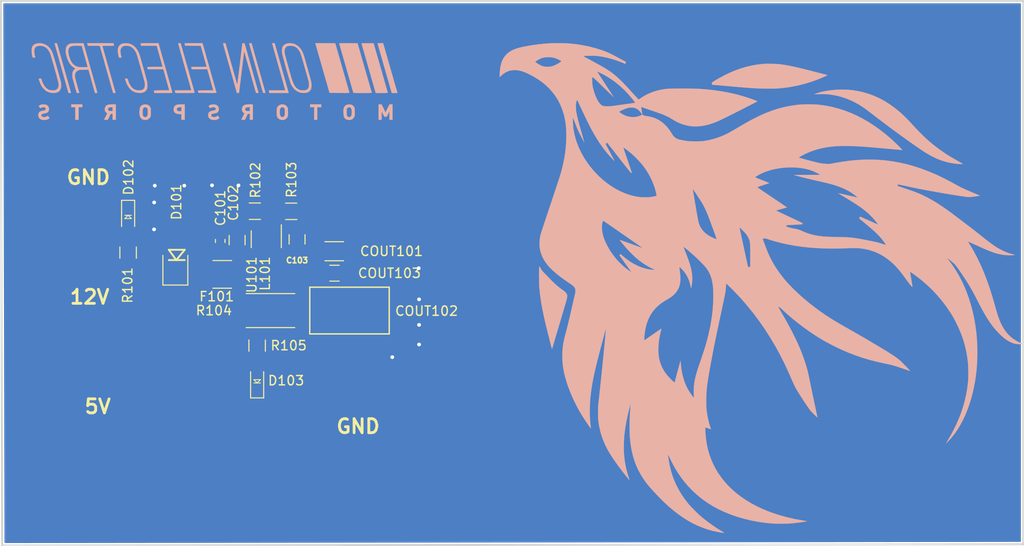
<source format=kicad_pcb>
(kicad_pcb (version 20171130) (host pcbnew 5.0.2-bee76a0~70~ubuntu18.04.1)

  (general
    (thickness 1.6)
    (drawings 8)
    (tracks 106)
    (zones 0)
    (modules 19)
    (nets 11)
  )

  (page A4)
  (layers
    (0 F.Cu signal)
    (31 B.Cu signal hide)
    (32 B.Adhes user)
    (33 F.Adhes user)
    (34 B.Paste user)
    (35 F.Paste user)
    (36 B.SilkS user)
    (37 F.SilkS user)
    (38 B.Mask user)
    (39 F.Mask user)
    (40 Dwgs.User user)
    (41 Cmts.User user)
    (42 Eco1.User user)
    (43 Eco2.User user)
    (44 Edge.Cuts user)
    (45 Margin user)
    (46 B.CrtYd user)
    (47 F.CrtYd user)
    (48 B.Fab user)
    (49 F.Fab user)
  )

  (setup
    (last_trace_width 0.1524)
    (user_trace_width 0.254)
    (user_trace_width 0.381)
    (trace_clearance 0.1524)
    (zone_clearance 0.1524)
    (zone_45_only no)
    (trace_min 0.1524)
    (segment_width 0.2)
    (edge_width 0.2)
    (via_size 0.6096)
    (via_drill 0.3048)
    (via_min_size 0.1524)
    (via_min_drill 0.3048)
    (uvia_size 0.3)
    (uvia_drill 0.1)
    (uvias_allowed no)
    (uvia_min_size 0.2)
    (uvia_min_drill 0.1)
    (pcb_text_width 0.3)
    (pcb_text_size 1.5 1.5)
    (mod_edge_width 0.15)
    (mod_text_size 1 1)
    (mod_text_width 0.15)
    (pad_size 1.524 1.524)
    (pad_drill 0.762)
    (pad_to_mask_clearance 0.051)
    (solder_mask_min_width 0.25)
    (aux_axis_origin 0 0)
    (visible_elements FFFFFF7F)
    (pcbplotparams
      (layerselection 0x010fc_ffffffff)
      (usegerberextensions false)
      (usegerberattributes false)
      (usegerberadvancedattributes false)
      (creategerberjobfile false)
      (excludeedgelayer true)
      (linewidth 0.100000)
      (plotframeref false)
      (viasonmask false)
      (mode 1)
      (useauxorigin false)
      (hpglpennumber 1)
      (hpglpenspeed 20)
      (hpglpendiameter 15.000000)
      (psnegative false)
      (psa4output false)
      (plotreference true)
      (plotvalue true)
      (plotinvisibletext false)
      (padsonsilk false)
      (subtractmaskfromsilk false)
      (outputformat 1)
      (mirror false)
      (drillshape 0)
      (scaleselection 1)
      (outputdirectory "2_26_2019/"))
  )

  (net 0 "")
  (net 1 GND)
  (net 2 /12V)
  (net 3 VCC)
  (net 4 "Net-(C101-Pad1)")
  (net 5 "Net-(C103-Pad2)")
  (net 6 "Net-(C103-Pad1)")
  (net 7 "Net-(COUT101-Pad1)")
  (net 8 "Net-(D102-Pad2)")
  (net 9 "Net-(D103-Pad2)")
  (net 10 "Net-(R102-Pad1)")

  (net_class Default "This is the default net class."
    (clearance 0.1524)
    (trace_width 0.1524)
    (via_dia 0.6096)
    (via_drill 0.3048)
    (uvia_dia 0.3)
    (uvia_drill 0.1)
    (add_net /12V)
    (add_net GND)
    (add_net "Net-(C101-Pad1)")
    (add_net "Net-(C103-Pad1)")
    (add_net "Net-(C103-Pad2)")
    (add_net "Net-(COUT101-Pad1)")
    (add_net "Net-(D102-Pad2)")
    (add_net "Net-(D103-Pad2)")
    (add_net "Net-(R102-Pad1)")
    (add_net VCC)
  )

  (module footprints:Fuse_1812 (layer F.Cu) (tedit 5C998166) (tstamp 5C6E3B8B)
    (at 132.8293 109.601)
    (path /5C08921B)
    (fp_text reference COUT102 (at 10.9957 0.049) (layer F.SilkS)
      (effects (font (size 1 1) (thickness 0.15)))
    )
    (fp_text value C_33uF (at 3 3.5) (layer F.Fab) hide
      (effects (font (size 1 1) (thickness 0.15)))
    )
    (fp_line (start -1.5 2.5) (end -1.5 -2.5) (layer F.SilkS) (width 0.15))
    (fp_line (start 7 2.5) (end -1.5 2.5) (layer F.SilkS) (width 0.15))
    (fp_line (start 7 -2.5) (end 7 2.5) (layer F.SilkS) (width 0.15))
    (fp_line (start -1.5 -2.5) (end 7 -2.5) (layer F.SilkS) (width 0.15))
    (pad 1 smd rect (at 0 0) (size 1.78 3.5) (layers F.Cu F.Paste F.Mask)
      (net 7 "Net-(COUT101-Pad1)"))
    (pad 2 smd rect (at 5.28 0) (size 1.78 3.5) (layers F.Cu F.Paste F.Mask)
      (net 1 GND))
  )

  (module footprints:C_0805_OEM (layer F.Cu) (tedit 5C998C0E) (tstamp 5C17D639)
    (at 129.9718 101.981 90)
    (descr "Capacitor SMD 0805, reflow soldering, AVX (see smccp.pdf)")
    (tags "capacitor 0805")
    (path /5BEE239B)
    (attr smd)
    (fp_text reference C103 (at -2.244 0.0032) (layer F.SilkS)
      (effects (font (size 0.6 0.6) (thickness 0.15)))
    )
    (fp_text value C_0.1uF (at 0 1.75 90) (layer F.Fab) hide
      (effects (font (size 1 1) (thickness 0.15)))
    )
    (fp_line (start 1.75 0.87) (end -1.75 0.87) (layer F.CrtYd) (width 0.05))
    (fp_line (start 1.75 0.87) (end 1.75 -0.88) (layer F.CrtYd) (width 0.05))
    (fp_line (start -1.75 -0.88) (end -1.75 0.87) (layer F.CrtYd) (width 0.05))
    (fp_line (start -1.75 -0.88) (end 1.75 -0.88) (layer F.CrtYd) (width 0.05))
    (fp_line (start -0.5 0.85) (end 0.5 0.85) (layer F.SilkS) (width 0.12))
    (fp_line (start 0.5 -0.85) (end -0.5 -0.85) (layer F.SilkS) (width 0.12))
    (fp_line (start -1 -0.62) (end 1 -0.62) (layer F.Fab) (width 0.1))
    (fp_line (start 1 -0.62) (end 1 0.62) (layer F.Fab) (width 0.1))
    (fp_line (start 1 0.62) (end -1 0.62) (layer F.Fab) (width 0.1))
    (fp_line (start -1 0.62) (end -1 -0.62) (layer F.Fab) (width 0.1))
    (pad 2 smd rect (at 1 0 90) (size 1 1.25) (layers F.Cu F.Paste F.Mask)
      (net 5 "Net-(C103-Pad2)"))
    (pad 1 smd rect (at -1 0 90) (size 1 1.25) (layers F.Cu F.Paste F.Mask)
      (net 6 "Net-(C103-Pad1)"))
    (model /home/josh/Formula/OEM_Preferred_Parts/3DModels/C_0805_OEM/C_0805.wrl
      (at (xyz 0 0 0))
      (scale (xyz 1 1 1))
      (rotate (xyz 0 0 0))
    )
  )

  (module footprints:C_0805_OEM (layer F.Cu) (tedit 5C99813F) (tstamp 5C17D649)
    (at 123.5583 102.0605 90)
    (descr "Capacitor SMD 0805, reflow soldering, AVX (see smccp.pdf)")
    (tags "capacitor 0805")
    (path /5BEE2647)
    (attr smd)
    (fp_text reference C102 (at 3.9855 -0.4083 270) (layer F.SilkS)
      (effects (font (size 1 1) (thickness 0.15)))
    )
    (fp_text value C_2.2uF (at 0 1.75 90) (layer F.Fab) hide
      (effects (font (size 1 1) (thickness 0.15)))
    )
    (fp_line (start -1 0.62) (end -1 -0.62) (layer F.Fab) (width 0.1))
    (fp_line (start 1 0.62) (end -1 0.62) (layer F.Fab) (width 0.1))
    (fp_line (start 1 -0.62) (end 1 0.62) (layer F.Fab) (width 0.1))
    (fp_line (start -1 -0.62) (end 1 -0.62) (layer F.Fab) (width 0.1))
    (fp_line (start 0.5 -0.85) (end -0.5 -0.85) (layer F.SilkS) (width 0.12))
    (fp_line (start -0.5 0.85) (end 0.5 0.85) (layer F.SilkS) (width 0.12))
    (fp_line (start -1.75 -0.88) (end 1.75 -0.88) (layer F.CrtYd) (width 0.05))
    (fp_line (start -1.75 -0.88) (end -1.75 0.87) (layer F.CrtYd) (width 0.05))
    (fp_line (start 1.75 0.87) (end 1.75 -0.88) (layer F.CrtYd) (width 0.05))
    (fp_line (start 1.75 0.87) (end -1.75 0.87) (layer F.CrtYd) (width 0.05))
    (pad 1 smd rect (at -1 0 90) (size 1 1.25) (layers F.Cu F.Paste F.Mask)
      (net 4 "Net-(C101-Pad1)"))
    (pad 2 smd rect (at 1 0 90) (size 1 1.25) (layers F.Cu F.Paste F.Mask)
      (net 1 GND))
    (model /home/josh/Formula/OEM_Preferred_Parts/3DModels/C_0805_OEM/C_0805.wrl
      (at (xyz 0 0 0))
      (scale (xyz 1 1 1))
      (rotate (xyz 0 0 0))
    )
  )

  (module footprints:C_0603_1608Metric (layer F.Cu) (tedit 5C998C0B) (tstamp 5C4FC33D)
    (at 121.75236 102.15118 90)
    (descr "Capacitor SMD 0603 (1608 Metric), square (rectangular) end terminal, IPC_7351 nominal, (Body size source: http://www.tortai-tech.com/upload/download/2011102023233369053.pdf), generated with kicad-footprint-generator")
    (tags capacitor)
    (path /5BEE2923)
    (attr smd)
    (fp_text reference C101 (at 3.52618 0.02264 270) (layer F.SilkS)
      (effects (font (size 1 1) (thickness 0.15)))
    )
    (fp_text value C_0.1uF (at 0.0125 2.21 90) (layer F.Fab) hide
      (effects (font (size 1 1) (thickness 0.15)))
    )
    (fp_line (start -0.8 0.4) (end -0.8 -0.4) (layer F.Fab) (width 0.1))
    (fp_line (start -0.8 -0.4) (end 0.8 -0.4) (layer F.Fab) (width 0.1))
    (fp_line (start 0.8 -0.4) (end 0.8 0.4) (layer F.Fab) (width 0.1))
    (fp_line (start 0.8 0.4) (end -0.8 0.4) (layer F.Fab) (width 0.1))
    (fp_line (start -0.162779 -0.51) (end 0.162779 -0.51) (layer F.SilkS) (width 0.12))
    (fp_line (start -0.162779 0.51) (end 0.162779 0.51) (layer F.SilkS) (width 0.12))
    (fp_line (start -1.48 0.73) (end -1.48 -0.73) (layer F.CrtYd) (width 0.05))
    (fp_line (start -1.48 -0.73) (end 1.48 -0.73) (layer F.CrtYd) (width 0.05))
    (fp_line (start 1.48 -0.73) (end 1.48 0.73) (layer F.CrtYd) (width 0.05))
    (fp_line (start 1.48 0.73) (end -1.48 0.73) (layer F.CrtYd) (width 0.05))
    (fp_text user %R (at 3.175 -1.524 90) (layer F.Fab) hide
      (effects (font (size 0.4 0.4) (thickness 0.06)))
    )
    (pad 1 smd roundrect (at -0.7875 0 90) (size 0.875 0.95) (layers F.Cu F.Paste F.Mask) (roundrect_rratio 0.25)
      (net 4 "Net-(C101-Pad1)"))
    (pad 2 smd roundrect (at 0.7875 0 90) (size 0.875 0.95) (layers F.Cu F.Paste F.Mask) (roundrect_rratio 0.25)
      (net 1 GND))
    (model ${KISYS3DMOD}/Capacitor_SMD.3dshapes/C_0603_1608Metric.wrl
      (at (xyz 0 0 0))
      (scale (xyz 1 1 1))
      (rotate (xyz 0 0 0))
    )
  )

  (module footprints:Fuse_1210 (layer F.Cu) (tedit 5C9980A5) (tstamp 5C17D6C7)
    (at 121.9708 105.7275 180)
    (descr "Resistor SMD 1210, reflow soldering, Vishay (see dcrcw.pdf)")
    (tags "resistor 1210")
    (path /5C0BFA29)
    (attr smd)
    (fp_text reference F101 (at 0.5958 -2.3725 180) (layer F.SilkS)
      (effects (font (size 1 1) (thickness 0.15)))
    )
    (fp_text value F_500mA_16V (at 0 2.4 180) (layer F.Fab) hide
      (effects (font (size 1 1) (thickness 0.15)))
    )
    (fp_line (start 2.15 1.5) (end -2.15 1.5) (layer F.CrtYd) (width 0.05))
    (fp_line (start 2.15 1.5) (end 2.15 -1.5) (layer F.CrtYd) (width 0.05))
    (fp_line (start -2.15 -1.5) (end -2.15 1.5) (layer F.CrtYd) (width 0.05))
    (fp_line (start -2.15 -1.5) (end 2.15 -1.5) (layer F.CrtYd) (width 0.05))
    (fp_line (start -1 -1.48) (end 1 -1.48) (layer F.SilkS) (width 0.12))
    (fp_line (start 1 1.48) (end -1 1.48) (layer F.SilkS) (width 0.12))
    (fp_line (start -1.6 -1.25) (end 1.6 -1.25) (layer F.Fab) (width 0.1))
    (fp_line (start 1.6 -1.25) (end 1.6 1.25) (layer F.Fab) (width 0.1))
    (fp_line (start 1.6 1.25) (end -1.6 1.25) (layer F.Fab) (width 0.1))
    (fp_line (start -1.6 1.25) (end -1.6 -1.25) (layer F.Fab) (width 0.1))
    (pad 2 smd rect (at 1.45 0 180) (size 0.9 2.5) (layers F.Cu F.Paste F.Mask)
      (net 2 /12V))
    (pad 1 smd rect (at -1.45 0 180) (size 0.9 2.5) (layers F.Cu F.Paste F.Mask)
      (net 4 "Net-(C101-Pad1)"))
    (model /home/josh/Formula/OEM_Preferred_Parts/3DModels/Fuse_1210_OEM/Fuse1210.wrl
      (at (xyz 0 0 0))
      (scale (xyz 1 1 1))
      (rotate (xyz 0 0 0))
    )
  )

  (module footprints:L_100uH (layer F.Cu) (tedit 5C998093) (tstamp 5C99856F)
    (at 129.4767 105.66654)
    (path /5BEE27A2)
    (attr smd)
    (fp_text reference L101 (at -2.9267 -0.01654 270) (layer F.SilkS)
      (effects (font (size 1 1) (thickness 0.15)))
    )
    (fp_text value L_100uH (at -0.2 -4) (layer F.Fab) hide
      (effects (font (size 1 1) (thickness 0.15)))
    )
    (pad 1 smd rect (at -1.6 0) (size 1.2 2) (layers F.Cu F.Paste F.Mask)
      (net 6 "Net-(C103-Pad1)"))
    (pad 2 smd rect (at 1.6 0) (size 1.2 2) (layers F.Cu F.Paste F.Mask)
      (net 7 "Net-(COUT101-Pad1)"))
  )

  (module footprints:R_0805_OEM (layer F.Cu) (tedit 5C998C32) (tstamp 5C17D6DD)
    (at 129.34442 98.97872 180)
    (descr "Resistor SMD 0805, reflow soldering, Vishay (see dcrcw.pdf)")
    (tags "resistor 0805")
    (path /5BEE2A52)
    (attr smd)
    (fp_text reference R103 (at -0.03058 3.37872 270) (layer F.SilkS)
      (effects (font (size 1 1) (thickness 0.15)))
    )
    (fp_text value R_100K (at 0 1.75 180) (layer F.Fab) hide
      (effects (font (size 1 1) (thickness 0.15)))
    )
    (fp_line (start -1 0.62) (end -1 -0.62) (layer F.Fab) (width 0.1))
    (fp_line (start 1 0.62) (end -1 0.62) (layer F.Fab) (width 0.1))
    (fp_line (start 1 -0.62) (end 1 0.62) (layer F.Fab) (width 0.1))
    (fp_line (start -1 -0.62) (end 1 -0.62) (layer F.Fab) (width 0.1))
    (fp_line (start 0.6 0.88) (end -0.6 0.88) (layer F.SilkS) (width 0.12))
    (fp_line (start -0.6 -0.88) (end 0.6 -0.88) (layer F.SilkS) (width 0.12))
    (fp_line (start -1.55 -0.9) (end 1.55 -0.9) (layer F.CrtYd) (width 0.05))
    (fp_line (start -1.55 -0.9) (end -1.55 0.9) (layer F.CrtYd) (width 0.05))
    (fp_line (start 1.55 0.9) (end 1.55 -0.9) (layer F.CrtYd) (width 0.05))
    (fp_line (start 1.55 0.9) (end -1.55 0.9) (layer F.CrtYd) (width 0.05))
    (pad 1 smd rect (at -0.95 0 180) (size 0.7 1.3) (layers F.Cu F.Paste F.Mask)
      (net 7 "Net-(COUT101-Pad1)"))
    (pad 2 smd rect (at 0.95 0 180) (size 0.7 1.3) (layers F.Cu F.Paste F.Mask)
      (net 10 "Net-(R102-Pad1)"))
    (model "/home/josh/Formula/OEM_Preferred_Parts/3DModels/WRL Files/res0805.wrl"
      (at (xyz 0 0 0))
      (scale (xyz 1 1 1))
      (rotate (xyz 0 0 0))
    )
  )

  (module footprints:R_0805_OEM (layer F.Cu) (tedit 5C998142) (tstamp 5C4FC91B)
    (at 125.45822 98.96348 180)
    (descr "Resistor SMD 0805, reflow soldering, Vishay (see dcrcw.pdf)")
    (tags "resistor 0805")
    (path /5C0B315C)
    (attr smd)
    (fp_text reference R102 (at -0.06678 3.31348 270) (layer F.SilkS)
      (effects (font (size 1 1) (thickness 0.15)))
    )
    (fp_text value R_25K (at 0 1.75 180) (layer F.Fab) hide
      (effects (font (size 1 1) (thickness 0.15)))
    )
    (fp_line (start 1.55 0.9) (end -1.55 0.9) (layer F.CrtYd) (width 0.05))
    (fp_line (start 1.55 0.9) (end 1.55 -0.9) (layer F.CrtYd) (width 0.05))
    (fp_line (start -1.55 -0.9) (end -1.55 0.9) (layer F.CrtYd) (width 0.05))
    (fp_line (start -1.55 -0.9) (end 1.55 -0.9) (layer F.CrtYd) (width 0.05))
    (fp_line (start -0.6 -0.88) (end 0.6 -0.88) (layer F.SilkS) (width 0.12))
    (fp_line (start 0.6 0.88) (end -0.6 0.88) (layer F.SilkS) (width 0.12))
    (fp_line (start -1 -0.62) (end 1 -0.62) (layer F.Fab) (width 0.1))
    (fp_line (start 1 -0.62) (end 1 0.62) (layer F.Fab) (width 0.1))
    (fp_line (start 1 0.62) (end -1 0.62) (layer F.Fab) (width 0.1))
    (fp_line (start -1 0.62) (end -1 -0.62) (layer F.Fab) (width 0.1))
    (pad 2 smd rect (at 0.95 0 180) (size 0.7 1.3) (layers F.Cu F.Paste F.Mask)
      (net 1 GND))
    (pad 1 smd rect (at -0.95 0 180) (size 0.7 1.3) (layers F.Cu F.Paste F.Mask)
      (net 10 "Net-(R102-Pad1)"))
    (model "/home/josh/Formula/OEM_Preferred_Parts/3DModels/WRL Files/res0805.wrl"
      (at (xyz 0 0 0))
      (scale (xyz 1 1 1))
      (rotate (xyz 0 0 0))
    )
  )

  (module footprints:R_0805_OEM (layer F.Cu) (tedit 5C998BE3) (tstamp 5C4FC8EE)
    (at 125.7 113.35 270)
    (descr "Resistor SMD 0805, reflow soldering, Vishay (see dcrcw.pdf)")
    (tags "resistor 0805")
    (path /5C0C44F9)
    (attr smd)
    (fp_text reference R105 (at 0 -3.375) (layer F.SilkS)
      (effects (font (size 1 1) (thickness 0.15)))
    )
    (fp_text value R_200 (at 0 1.75 270) (layer F.Fab) hide
      (effects (font (size 1 1) (thickness 0.15)))
    )
    (fp_line (start -1 0.62) (end -1 -0.62) (layer F.Fab) (width 0.1))
    (fp_line (start 1 0.62) (end -1 0.62) (layer F.Fab) (width 0.1))
    (fp_line (start 1 -0.62) (end 1 0.62) (layer F.Fab) (width 0.1))
    (fp_line (start -1 -0.62) (end 1 -0.62) (layer F.Fab) (width 0.1))
    (fp_line (start 0.6 0.88) (end -0.6 0.88) (layer F.SilkS) (width 0.12))
    (fp_line (start -0.6 -0.88) (end 0.6 -0.88) (layer F.SilkS) (width 0.12))
    (fp_line (start -1.55 -0.9) (end 1.55 -0.9) (layer F.CrtYd) (width 0.05))
    (fp_line (start -1.55 -0.9) (end -1.55 0.9) (layer F.CrtYd) (width 0.05))
    (fp_line (start 1.55 0.9) (end 1.55 -0.9) (layer F.CrtYd) (width 0.05))
    (fp_line (start 1.55 0.9) (end -1.55 0.9) (layer F.CrtYd) (width 0.05))
    (pad 1 smd rect (at -0.95 0 270) (size 0.7 1.3) (layers F.Cu F.Paste F.Mask)
      (net 3 VCC))
    (pad 2 smd rect (at 0.95 0 270) (size 0.7 1.3) (layers F.Cu F.Paste F.Mask)
      (net 9 "Net-(D103-Pad2)"))
    (model "/home/josh/Formula/OEM_Preferred_Parts/3DModels/WRL Files/res0805.wrl"
      (at (xyz 0 0 0))
      (scale (xyz 1 1 1))
      (rotate (xyz 0 0 0))
    )
  )

  (module footprints:R_2512_OEM (layer F.Cu) (tedit 5C9980B9) (tstamp 5C17D70D)
    (at 127.1282 109.60608 180)
    (descr "Resistor SMD 2512, reflow soldering, Vishay (see dcrcw.pdf)")
    (tags "resistor 2512")
    (path /5C0C29A9)
    (attr smd)
    (fp_text reference R104 (at 6.0532 0.00608 180) (layer F.SilkS)
      (effects (font (size 1 1) (thickness 0.15)))
    )
    (fp_text value R_0_2512 (at 0 2.75 180) (layer F.Fab) hide
      (effects (font (size 1 1) (thickness 0.15)))
    )
    (fp_line (start -3.15 1.6) (end -3.15 -1.6) (layer F.Fab) (width 0.1))
    (fp_line (start 3.15 1.6) (end -3.15 1.6) (layer F.Fab) (width 0.1))
    (fp_line (start 3.15 -1.6) (end 3.15 1.6) (layer F.Fab) (width 0.1))
    (fp_line (start -3.15 -1.6) (end 3.15 -1.6) (layer F.Fab) (width 0.1))
    (fp_line (start 2.6 1.82) (end -2.6 1.82) (layer F.SilkS) (width 0.12))
    (fp_line (start -2.6 -1.82) (end 2.6 -1.82) (layer F.SilkS) (width 0.12))
    (fp_line (start -3.85 -1.85) (end 3.85 -1.85) (layer F.CrtYd) (width 0.05))
    (fp_line (start -3.85 -1.85) (end -3.85 1.85) (layer F.CrtYd) (width 0.05))
    (fp_line (start 3.85 1.85) (end 3.85 -1.85) (layer F.CrtYd) (width 0.05))
    (fp_line (start 3.85 1.85) (end -3.85 1.85) (layer F.CrtYd) (width 0.05))
    (pad 1 smd rect (at -3.1 0 180) (size 1 3.2) (layers F.Cu F.Paste F.Mask)
      (net 7 "Net-(COUT101-Pad1)"))
    (pad 2 smd rect (at 3.1 0 180) (size 1 3.2) (layers F.Cu F.Paste F.Mask)
      (net 3 VCC))
    (model ${KISYS3DMOD}/Resistors_SMD.3dshapes/R_2512.wrl
      (at (xyz 0 0 0))
      (scale (xyz 1 1 1))
      (rotate (xyz 0 0 0))
    )
  )

  (module footprints:SOT-23-6_OEM (layer F.Cu) (tedit 5C99808C) (tstamp 5C17D722)
    (at 126.6776 101.9658 270)
    (descr "6-pin SOT-23 package")
    (tags SOT-23-6)
    (path /5C75D405)
    (attr smd)
    (fp_text reference U101 (at 3.8092 1.5526 270) (layer F.SilkS)
      (effects (font (size 1 1) (thickness 0.15)))
    )
    (fp_text value TPS560430YF (at 0 2.9 270) (layer F.Fab) hide
      (effects (font (size 1 1) (thickness 0.15)))
    )
    (fp_line (start -0.9 1.61) (end 0.9 1.61) (layer F.SilkS) (width 0.12))
    (fp_line (start 0.9 -1.61) (end -1.55 -1.61) (layer F.SilkS) (width 0.12))
    (fp_line (start 1.9 -1.8) (end -1.9 -1.8) (layer F.CrtYd) (width 0.05))
    (fp_line (start 1.9 1.8) (end 1.9 -1.8) (layer F.CrtYd) (width 0.05))
    (fp_line (start -1.9 1.8) (end 1.9 1.8) (layer F.CrtYd) (width 0.05))
    (fp_line (start -1.9 -1.8) (end -1.9 1.8) (layer F.CrtYd) (width 0.05))
    (fp_line (start -0.9 -0.9) (end -0.25 -1.55) (layer F.Fab) (width 0.1))
    (fp_line (start 0.9 -1.55) (end -0.25 -1.55) (layer F.Fab) (width 0.1))
    (fp_line (start -0.9 -0.9) (end -0.9 1.55) (layer F.Fab) (width 0.1))
    (fp_line (start 0.9 1.55) (end -0.9 1.55) (layer F.Fab) (width 0.1))
    (fp_line (start 0.9 -1.55) (end 0.9 1.55) (layer F.Fab) (width 0.1))
    (pad 1 smd rect (at -1.1 -0.95 270) (size 1.06 0.65) (layers F.Cu F.Paste F.Mask)
      (net 5 "Net-(C103-Pad2)"))
    (pad 2 smd rect (at -1.1 0 270) (size 1.06 0.65) (layers F.Cu F.Paste F.Mask)
      (net 1 GND))
    (pad 3 smd rect (at -1.1 0.95 270) (size 1.06 0.65) (layers F.Cu F.Paste F.Mask)
      (net 10 "Net-(R102-Pad1)"))
    (pad 4 smd rect (at 1.1 0.95 270) (size 1.06 0.65) (layers F.Cu F.Paste F.Mask)
      (net 4 "Net-(C101-Pad1)"))
    (pad 6 smd rect (at 1.1 -0.95 270) (size 1.06 0.65) (layers F.Cu F.Paste F.Mask)
      (net 6 "Net-(C103-Pad1)"))
    (pad 5 smd rect (at 1.1 0 270) (size 1.06 0.65) (layers F.Cu F.Paste F.Mask)
      (net 4 "Net-(C101-Pad1)"))
    (model ${KISYS3DMOD}/TO_SOT_Packages_SMD.3dshapes/SOT-23-6.wrl
      (at (xyz 0 0 0))
      (scale (xyz 1 1 1))
      (rotate (xyz 0 0 0))
    )
  )

  (module footprints:C_1206_OEM (layer F.Cu) (tedit 5C99815D) (tstamp 5C6E9423)
    (at 133.9483 103.251)
    (descr "Capacitor SMD 1206, reflow soldering, AVX (see smccp.pdf)")
    (tags "capacitor 1206")
    (path /5C061BB4)
    (attr smd)
    (fp_text reference COUT101 (at 6.1267 -0.001) (layer F.SilkS)
      (effects (font (size 1 1) (thickness 0.15)))
    )
    (fp_text value C_22uF (at 0 2) (layer F.Fab) hide
      (effects (font (size 1 1) (thickness 0.15)))
    )
    (fp_line (start -1.6 0.8) (end -1.6 -0.8) (layer F.Fab) (width 0.1))
    (fp_line (start 1.6 0.8) (end -1.6 0.8) (layer F.Fab) (width 0.1))
    (fp_line (start 1.6 -0.8) (end 1.6 0.8) (layer F.Fab) (width 0.1))
    (fp_line (start -1.6 -0.8) (end 1.6 -0.8) (layer F.Fab) (width 0.1))
    (fp_line (start 1 -1.02) (end -1 -1.02) (layer F.SilkS) (width 0.12))
    (fp_line (start -1 1.02) (end 1 1.02) (layer F.SilkS) (width 0.12))
    (fp_line (start -2.25 -1.05) (end 2.25 -1.05) (layer F.CrtYd) (width 0.05))
    (fp_line (start -2.25 -1.05) (end -2.25 1.05) (layer F.CrtYd) (width 0.05))
    (fp_line (start 2.25 1.05) (end 2.25 -1.05) (layer F.CrtYd) (width 0.05))
    (fp_line (start 2.25 1.05) (end -2.25 1.05) (layer F.CrtYd) (width 0.05))
    (pad 1 smd rect (at -1.5 0) (size 1 1.6) (layers F.Cu F.Paste F.Mask)
      (net 7 "Net-(COUT101-Pad1)"))
    (pad 2 smd rect (at 1.5 0) (size 1 1.6) (layers F.Cu F.Paste F.Mask)
      (net 1 GND))
    (model Capacitors_SMD.3dshapes/C_1206.wrl
      (at (xyz 0 0 0))
      (scale (xyz 1 1 1))
      (rotate (xyz 0 0 0))
    )
  )

  (module footprints:C_0805_OEM (layer F.Cu) (tedit 5C998161) (tstamp 5C6E3B9B)
    (at 133.9723 105.6005)
    (descr "Capacitor SMD 0805, reflow soldering, AVX (see smccp.pdf)")
    (tags "capacitor 0805")
    (path /5C062E7A)
    (attr smd)
    (fp_text reference COUT103 (at 5.8777 -0.0005) (layer F.SilkS)
      (effects (font (size 1 1) (thickness 0.15)))
    )
    (fp_text value C_47uF (at 0 1.75) (layer F.Fab) hide
      (effects (font (size 1 1) (thickness 0.15)))
    )
    (fp_line (start -1 0.62) (end -1 -0.62) (layer F.Fab) (width 0.1))
    (fp_line (start 1 0.62) (end -1 0.62) (layer F.Fab) (width 0.1))
    (fp_line (start 1 -0.62) (end 1 0.62) (layer F.Fab) (width 0.1))
    (fp_line (start -1 -0.62) (end 1 -0.62) (layer F.Fab) (width 0.1))
    (fp_line (start 0.5 -0.85) (end -0.5 -0.85) (layer F.SilkS) (width 0.12))
    (fp_line (start -0.5 0.85) (end 0.5 0.85) (layer F.SilkS) (width 0.12))
    (fp_line (start -1.75 -0.88) (end 1.75 -0.88) (layer F.CrtYd) (width 0.05))
    (fp_line (start -1.75 -0.88) (end -1.75 0.87) (layer F.CrtYd) (width 0.05))
    (fp_line (start 1.75 0.87) (end 1.75 -0.88) (layer F.CrtYd) (width 0.05))
    (fp_line (start 1.75 0.87) (end -1.75 0.87) (layer F.CrtYd) (width 0.05))
    (pad 1 smd rect (at -1 0) (size 1 1.25) (layers F.Cu F.Paste F.Mask)
      (net 7 "Net-(COUT101-Pad1)"))
    (pad 2 smd rect (at 1 0) (size 1 1.25) (layers F.Cu F.Paste F.Mask)
      (net 1 GND))
    (model /home/josh/Formula/OEM_Preferred_Parts/3DModels/C_0805_OEM/C_0805.wrl
      (at (xyz 0 0 0))
      (scale (xyz 1 1 1))
      (rotate (xyz 0 0 0))
    )
    (model ${LOCAL_DIR}/OEM_Preferred_Parts/3DModels/C_0805_OEM/C_0805.step
      (at (xyz 0 0 0))
      (scale (xyz 1 1 1))
      (rotate (xyz 0 0 0))
    )
  )

  (module footprints:DO-214AA (layer F.Cu) (tedit 5C998738) (tstamp 5C6E3BE3)
    (at 116.9543 103.6955 90)
    (descr "http://www.diodes.com/datasheets/ap02001.pdf p.144")
    (tags "Diode SOD523")
    (path /5C623D49)
    (attr smd)
    (fp_text reference D101 (at 5.7205 0.1207 270) (layer F.SilkS)
      (effects (font (size 1 1) (thickness 0.15)))
    )
    (fp_text value D_Zener_18V (at 0 2.286 90) (layer F.Fab) hide
      (effects (font (size 1 1) (thickness 0.15)))
    )
    (fp_line (start 0.6 1) (end -0.5 0.1) (layer F.SilkS) (width 0.2))
    (fp_line (start 0.6 -0.7) (end 0.6 1) (layer F.SilkS) (width 0.2))
    (fp_line (start -0.5 0.1) (end 0.6 -0.7) (layer F.SilkS) (width 0.2))
    (fp_line (start -0.5 -0.7) (end -0.5 1) (layer F.SilkS) (width 0.2))
    (fp_line (start -3.175 -1.3335) (end -3.175 1.3335) (layer F.SilkS) (width 0.12))
    (fp_line (start 3.302 -1.4605) (end 3.302 1.4605) (layer F.CrtYd) (width 0.05))
    (fp_line (start -3.302 -1.4605) (end 3.302 -1.4605) (layer F.CrtYd) (width 0.05))
    (fp_line (start -3.302 -1.4605) (end -3.302 1.4605) (layer F.CrtYd) (width 0.05))
    (fp_line (start -3.302 1.4605) (end 3.302 1.4605) (layer F.CrtYd) (width 0.05))
    (fp_line (start 2.3749 -1.9685) (end 2.3749 1.9685) (layer F.Fab) (width 0.1))
    (fp_line (start -2.3749 -1.9685) (end 2.3749 -1.9685) (layer F.Fab) (width 0.1))
    (fp_line (start -2.3749 -1.9685) (end -2.3749 1.9685) (layer F.Fab) (width 0.1))
    (fp_line (start 2.3749 1.9685) (end -2.3749 1.9685) (layer F.Fab) (width 0.1))
    (fp_line (start -3.175 1.3335) (end 0 1.3335) (layer F.SilkS) (width 0.12))
    (fp_line (start -3.175 -1.3335) (end 0 -1.3335) (layer F.SilkS) (width 0.12))
    (pad 2 smd rect (at 2.032 0 270) (size 1.778 2.159) (layers F.Cu F.Paste F.Mask)
      (net 1 GND))
    (pad 1 smd rect (at -2.032 0 270) (size 1.778 2.159) (layers F.Cu F.Paste F.Mask)
      (net 2 /12V))
    (model /home/josh/Formula/OEM_Preferred_Parts/3DModels/DO_214AA_OEM/DO_214AA.wrl
      (at (xyz 0 0 0))
      (scale (xyz 1 1 1))
      (rotate (xyz 0 0 0))
    )
  )

  (module footprints:LED_0805_OEM (layer F.Cu) (tedit 5C998BE8) (tstamp 5C6E6262)
    (at 125.7 117.15 90)
    (descr "LED 0805 smd package")
    (tags "LED led 0805 SMD smd SMT smt smdled SMDLED smtled SMTLED")
    (path /5C0C344A)
    (attr smd)
    (fp_text reference D103 (at 0.05 3.1 180) (layer F.SilkS)
      (effects (font (size 1 1) (thickness 0.15)))
    )
    (fp_text value LED_0805 (at 0.508 2.032 90) (layer F.Fab) hide
      (effects (font (size 1 1) (thickness 0.15)))
    )
    (fp_line (start -0.2 0.35) (end -0.2 0) (layer F.SilkS) (width 0.1))
    (fp_line (start -0.2 0) (end -0.2 -0.35) (layer F.SilkS) (width 0.1))
    (fp_line (start 0.15 0.35) (end -0.2 0) (layer F.SilkS) (width 0.1))
    (fp_line (start 0.15 0.3) (end 0.15 0.35) (layer F.SilkS) (width 0.1))
    (fp_line (start 0.15 0.35) (end 0.15 0.3) (layer F.SilkS) (width 0.1))
    (fp_line (start 0.15 -0.35) (end 0.15 0.3) (layer F.SilkS) (width 0.1))
    (fp_line (start 0.1 -0.3) (end 0.15 -0.35) (layer F.SilkS) (width 0.1))
    (fp_line (start -0.2 0) (end 0.1 -0.3) (layer F.SilkS) (width 0.1))
    (fp_line (start -1.8 -0.7) (end -1.8 0.7) (layer F.SilkS) (width 0.12))
    (fp_line (start 1 0.6) (end -1 0.6) (layer F.Fab) (width 0.1))
    (fp_line (start 1 -0.6) (end 1 0.6) (layer F.Fab) (width 0.1))
    (fp_line (start -1 -0.6) (end 1 -0.6) (layer F.Fab) (width 0.1))
    (fp_line (start -1 0.6) (end -1 -0.6) (layer F.Fab) (width 0.1))
    (fp_line (start -1.8 0.7) (end 1 0.7) (layer F.SilkS) (width 0.12))
    (fp_line (start -1.8 -0.7) (end 1 -0.7) (layer F.SilkS) (width 0.12))
    (fp_line (start 1.95 -0.85) (end 1.95 0.85) (layer F.CrtYd) (width 0.05))
    (fp_line (start 1.95 0.85) (end -1.95 0.85) (layer F.CrtYd) (width 0.05))
    (fp_line (start -1.95 0.85) (end -1.95 -0.85) (layer F.CrtYd) (width 0.05))
    (fp_line (start -1.95 -0.85) (end 1.95 -0.85) (layer F.CrtYd) (width 0.05))
    (pad 2 smd rect (at 1.1 0 270) (size 1.2 1.2) (layers F.Cu F.Paste F.Mask)
      (net 9 "Net-(D103-Pad2)"))
    (pad 1 smd rect (at -1.1 0 270) (size 1.2 1.2) (layers F.Cu F.Paste F.Mask)
      (net 1 GND))
    (model "/home/josh/Formula/OEM_Preferred_Parts/3DModels/LED_0805/LED 0805 Base GREEN001_sp.wrl"
      (at (xyz 0 0 0))
      (scale (xyz 1 1 1))
      (rotate (xyz 0 0 180))
    )
    (model "${LOCAL_DIR}/OEM_Preferred_Parts/3DModels/LED_0805/LED 0805 Base GREEN001_sp.step"
      (at (xyz 0 0 0))
      (scale (xyz 1 1 1))
      (rotate (xyz 0 0 0))
    )
  )

  (module footprints:Logo_Large (layer B.Cu) (tedit 0) (tstamp 5C6E93E0)
    (at 121.158 85.09 180)
    (fp_text reference G*** (at 0 0 180) (layer B.SilkS) hide
      (effects (font (size 1.524 1.524) (thickness 0.3)) (justify mirror))
    )
    (fp_text value LOGO (at 0.75 0 180) (layer B.SilkS) hide
      (effects (font (size 1.524 1.524) (thickness 0.3)) (justify mirror))
    )
    (fp_poly (pts (xy 18.846075 4.107132) (xy 19.065319 4.073701) (xy 19.245128 4.00857) (xy 19.386053 3.911374)
      (xy 19.488644 3.781749) (xy 19.547339 3.641645) (xy 19.569425 3.520595) (xy 19.578482 3.365329)
      (xy 19.575075 3.190579) (xy 19.55977 3.011076) (xy 19.533133 2.841552) (xy 19.513326 2.7559)
      (xy 19.466072 2.5781) (xy 19.319402 2.570419) (xy 19.237351 2.567742) (xy 19.195339 2.57278)
      (xy 19.182819 2.588551) (xy 19.186227 2.608519) (xy 19.235407 2.788415) (xy 19.267007 2.940046)
      (xy 19.284069 3.081574) (xy 19.289602 3.2258) (xy 19.288823 3.345147) (xy 19.282719 3.428934)
      (xy 19.268636 3.492332) (xy 19.243922 3.550511) (xy 19.22748 3.581081) (xy 19.147841 3.687822)
      (xy 19.042984 3.762652) (xy 18.905946 3.809072) (xy 18.731219 3.830506) (xy 18.493234 3.820589)
      (xy 18.27688 3.764715) (xy 18.082151 3.662881) (xy 17.909041 3.515082) (xy 17.757545 3.321313)
      (xy 17.627654 3.081571) (xy 17.59221 2.998987) (xy 17.571635 2.940456) (xy 17.539354 2.83847)
      (xy 17.496933 2.698607) (xy 17.44594 2.526447) (xy 17.387942 2.327567) (xy 17.324506 2.107548)
      (xy 17.2572 1.871969) (xy 17.187592 1.626408) (xy 17.117248 1.376445) (xy 17.047736 1.127658)
      (xy 16.980623 0.885628) (xy 16.917477 0.655932) (xy 16.859866 0.444151) (xy 16.809355 0.255862)
      (xy 16.767514 0.096646) (xy 16.735909 -0.027919) (xy 16.716107 -0.112254) (xy 16.711263 -0.136761)
      (xy 16.690752 -0.351416) (xy 16.708412 -0.532897) (xy 16.76444 -0.681776) (xy 16.859038 -0.798628)
      (xy 16.9672 -0.871811) (xy 17.035191 -0.904765) (xy 17.093219 -0.925159) (xy 17.15634 -0.935394)
      (xy 17.239612 -0.937872) (xy 17.358091 -0.934995) (xy 17.36237 -0.93485) (xy 17.48747 -0.92889)
      (xy 17.579013 -0.918554) (xy 17.654235 -0.900127) (xy 17.730374 -0.869893) (xy 17.7855 -0.843639)
      (xy 17.966824 -0.726716) (xy 18.130835 -0.564279) (xy 18.275423 -0.359288) (xy 18.398476 -0.114701)
      (xy 18.491841 0.14605) (xy 18.546947 0.3302) (xy 18.684173 0.3302) (xy 18.759908 0.326336)
      (xy 18.809747 0.316384) (xy 18.8214 0.307091) (xy 18.811856 0.255933) (xy 18.786051 0.169673)
      (xy 18.748229 0.059691) (xy 18.70263 -0.062636) (xy 18.653497 -0.185929) (xy 18.605071 -0.29881)
      (xy 18.561594 -0.3899) (xy 18.561476 -0.390127) (xy 18.467911 -0.542712) (xy 18.348018 -0.696743)
      (xy 18.21261 -0.840996) (xy 18.072502 -0.96425) (xy 17.938507 -1.055282) (xy 17.902553 -1.073948)
      (xy 17.68491 -1.155256) (xy 17.449917 -1.203581) (xy 17.212714 -1.217322) (xy 16.98844 -1.194875)
      (xy 16.9164 -1.178335) (xy 16.742656 -1.110338) (xy 16.60644 -1.008624) (xy 16.505319 -0.870841)
      (xy 16.444757 -0.722333) (xy 16.420344 -0.596727) (xy 16.40997 -0.440211) (xy 16.413891 -0.270767)
      (xy 16.432364 -0.106382) (xy 16.435686 -0.087214) (xy 16.449784 -0.023892) (xy 16.476574 0.082556)
      (xy 16.514461 0.226506) (xy 16.561853 0.402333) (xy 16.617155 0.604413) (xy 16.678773 0.827123)
      (xy 16.745115 1.064837) (xy 16.814585 1.311932) (xy 16.885591 1.562783) (xy 16.956539 1.811766)
      (xy 17.025834 2.053258) (xy 17.091883 2.281633) (xy 17.153093 2.491268) (xy 17.207869 2.676538)
      (xy 17.254618 2.831819) (xy 17.291746 2.951488) (xy 17.31766 3.029919) (xy 17.32356 3.046005)
      (xy 17.45192 3.320441) (xy 17.609516 3.557101) (xy 17.793792 3.754203) (xy 18.002187 3.909964)
      (xy 18.232145 4.0226) (xy 18.481106 4.090329) (xy 18.746513 4.111367) (xy 18.846075 4.107132)) (layer B.SilkS) (width 0.01))
    (fp_poly (pts (xy 17.110144 4.100777) (xy 17.1196 4.081557) (xy 17.112847 4.05268) (xy 17.093191 3.978163)
      (xy 17.061533 3.861253) (xy 17.018775 3.705199) (xy 16.965818 3.513248) (xy 16.903564 3.288649)
      (xy 16.832916 3.034648) (xy 16.754774 2.754495) (xy 16.670041 2.451437) (xy 16.579619 2.128721)
      (xy 16.484408 1.789596) (xy 16.394622 1.47038) (xy 16.295615 1.118626) (xy 16.200329 0.779986)
      (xy 16.109688 0.457745) (xy 16.024615 0.155185) (xy 15.946031 -0.124408) (xy 15.874859 -0.37775)
      (xy 15.812021 -0.601557) (xy 15.758441 -0.792544) (xy 15.715039 -0.947427) (xy 15.68274 -1.062922)
      (xy 15.662464 -1.135745) (xy 15.655269 -1.16205) (xy 15.641032 -1.195216) (xy 15.610785 -1.212381)
      (xy 15.55088 -1.218605) (xy 15.501192 -1.2192) (xy 15.421761 -1.21776) (xy 15.38213 -1.210079)
      (xy 15.37131 -1.191117) (xy 15.376645 -1.16205) (xy 15.385469 -1.130261) (xy 15.407148 -1.052841)
      (xy 15.440765 -0.933055) (xy 15.4854 -0.774168) (xy 15.540135 -0.579446) (xy 15.604052 -0.352153)
      (xy 15.676233 -0.095556) (xy 15.755758 0.187081) (xy 15.841711 0.492492) (xy 15.933171 0.817411)
      (xy 16.029221 1.158574) (xy 16.124968 1.4986) (xy 16.858138 4.1021) (xy 16.988869 4.109778)
      (xy 17.069779 4.110929) (xy 17.110144 4.100777)) (layer B.SilkS) (width 0.01))
    (fp_poly (pts (xy 14.518746 4.110906) (xy 14.698404 4.108869) (xy 14.70025 4.108843) (xy 14.91298 4.105361)
      (xy 15.081461 4.101347) (xy 15.21224 4.096358) (xy 15.311866 4.08995) (xy 15.386891 4.081678)
      (xy 15.443861 4.071099) (xy 15.489328 4.05777) (xy 15.497388 4.054821) (xy 15.654421 3.970656)
      (xy 15.784095 3.850669) (xy 15.876141 3.70438) (xy 15.876687 3.703155) (xy 15.917285 3.56593)
      (xy 15.936065 3.393631) (xy 15.933143 3.197007) (xy 15.90864 2.986803) (xy 15.866549 2.788394)
      (xy 15.75969 2.444305) (xy 15.630653 2.145897) (xy 15.479417 1.893139) (xy 15.305964 1.685998)
      (xy 15.110273 1.524442) (xy 15.0368 1.47882) (xy 14.9711 1.441135) (xy 14.926772 1.415599)
      (xy 14.916101 1.409365) (xy 14.92861 1.390569) (xy 14.967577 1.345723) (xy 15.014905 1.29478)
      (xy 15.105273 1.188908) (xy 15.166691 1.085925) (xy 15.203839 0.972227) (xy 15.221398 0.834207)
      (xy 15.224402 0.6858) (xy 15.223146 0.609288) (xy 15.219914 0.540653) (xy 15.213236 0.473027)
      (xy 15.201642 0.399544) (xy 15.183664 0.313337) (xy 15.157832 0.20754) (xy 15.122679 0.075286)
      (xy 15.076733 -0.090293) (xy 15.018527 -0.296062) (xy 15.0016 -0.3556) (xy 14.947094 -0.547109)
      (xy 14.896636 -0.724198) (xy 14.852013 -0.880603) (xy 14.815013 -1.010064) (xy 14.787427 -1.106319)
      (xy 14.771042 -1.163106) (xy 14.767606 -1.17475) (xy 14.748204 -1.201652) (xy 14.703186 -1.215278)
      (xy 14.620389 -1.219194) (xy 14.615988 -1.2192) (xy 14.539997 -1.217237) (xy 14.489879 -1.212182)
      (xy 14.478 -1.20741) (xy 14.48463 -1.180967) (xy 14.503419 -1.111599) (xy 14.532714 -1.005266)
      (xy 14.570863 -0.867929) (xy 14.616211 -0.705548) (xy 14.667106 -0.524086) (xy 14.694062 -0.42826)
      (xy 14.748902 -0.23144) (xy 14.800205 -0.04343) (xy 14.846021 0.12832) (xy 14.884397 0.276357)
      (xy 14.913383 0.393231) (xy 14.931028 0.471491) (xy 14.934296 0.489201) (xy 14.945442 0.684235)
      (xy 14.912783 0.855147) (xy 14.836995 1.000456) (xy 14.718754 1.118683) (xy 14.618527 1.180782)
      (xy 14.56535 1.207341) (xy 14.518733 1.227046) (xy 14.469859 1.24108) (xy 14.409913 1.250623)
      (xy 14.33008 1.256857) (xy 14.221545 1.260962) (xy 14.075491 1.264119) (xy 13.984511 1.265732)
      (xy 13.5001 1.274163) (xy 13.196894 0.186232) (xy 13.131988 -0.046415) (xy 13.069681 -0.269286)
      (xy 13.011637 -0.476465) (xy 12.959518 -0.662036) (xy 12.914987 -0.820083) (xy 12.879708 -0.944689)
      (xy 12.855344 -1.02994) (xy 12.846444 -1.06045) (xy 12.799199 -1.2192) (xy 12.673399 -1.2192)
      (xy 12.59335 -1.21486) (xy 12.554712 -1.200109) (xy 12.5476 -1.181994) (xy 12.554351 -1.152973)
      (xy 12.57401 -1.078285) (xy 12.605682 -0.961154) (xy 12.648473 -0.804801) (xy 12.701488 -0.612451)
      (xy 12.763833 -0.387326) (xy 12.834615 -0.132648) (xy 12.912938 0.148359) (xy 12.997909 0.452473)
      (xy 13.088634 0.776471) (xy 13.184218 1.11713) (xy 13.283767 1.471227) (xy 13.2842 1.472764)
      (xy 13.30918 1.561568) (xy 13.589 1.561568) (xy 13.613027 1.557581) (xy 13.679618 1.554142)
      (xy 13.780539 1.551483) (xy 13.907555 1.549835) (xy 14.022135 1.5494) (xy 14.236944 1.551939)
      (xy 14.40836 1.55987) (xy 14.543556 1.573667) (xy 14.632874 1.589795) (xy 14.835629 1.658209)
      (xy 15.016404 1.767013) (xy 15.176355 1.917656) (xy 15.316637 2.111589) (xy 15.438406 2.350261)
      (xy 15.542817 2.635124) (xy 15.586594 2.786768) (xy 15.640172 3.037604) (xy 15.657289 3.253174)
      (xy 15.637926 3.433607) (xy 15.582065 3.579028) (xy 15.489688 3.689566) (xy 15.449048 3.719825)
      (xy 15.381999 3.758224) (xy 15.307743 3.787318) (xy 15.218338 3.808288) (xy 15.105837 3.822318)
      (xy 14.962298 3.83059) (xy 14.779775 3.834285) (xy 14.676561 3.83478) (xy 14.514398 3.83459)
      (xy 14.395949 3.833059) (xy 14.314133 3.829515) (xy 14.26187 3.823288) (xy 14.232079 3.813708)
      (xy 14.217678 3.800103) (xy 14.21384 3.79095) (xy 14.200926 3.746738) (xy 14.176746 3.662079)
      (xy 14.142966 3.542921) (xy 14.101254 3.395214) (xy 14.053278 3.224909) (xy 14.000704 3.037954)
      (xy 13.945202 2.8403) (xy 13.888438 2.637896) (xy 13.832079 2.436691) (xy 13.777794 2.242635)
      (xy 13.727249 2.061678) (xy 13.682113 1.899769) (xy 13.644053 1.762858) (xy 13.614736 1.656895)
      (xy 13.595829 1.587828) (xy 13.589001 1.561609) (xy 13.589 1.561568) (xy 13.30918 1.561568)
      (xy 13.383674 1.826383) (xy 13.479196 2.166201) (xy 13.569873 2.489031) (xy 13.654813 2.791687)
      (xy 13.733125 3.070984) (xy 13.803916 3.323735) (xy 13.866295 3.546755) (xy 13.91937 3.736857)
      (xy 13.96225 3.890855) (xy 13.994042 4.005564) (xy 14.013856 4.077796) (xy 14.020798 4.104367)
      (xy 14.0208 4.104402) (xy 14.045099 4.107784) (xy 14.113617 4.110169) (xy 14.21978 4.111513)
      (xy 14.357014 4.111773) (xy 14.518746 4.110906)) (layer B.SilkS) (width 0.01))
    (fp_poly (pts (xy 12.493298 4.114659) (xy 12.739662 4.114252) (xy 12.965605 4.113606) (xy 13.166561 4.112746)
      (xy 13.337962 4.1117) (xy 13.475244 4.110493) (xy 13.57384 4.109152) (xy 13.629183 4.107703)
      (xy 13.6398 4.106711) (xy 13.633185 4.079941) (xy 13.616175 4.019725) (xy 13.600844 3.967445)
      (xy 13.561889 3.836269) (xy 12.923653 3.829485) (xy 12.285417 3.8227) (xy 11.595343 1.3716)
      (xy 11.498682 1.028193) (xy 11.405701 0.697713) (xy 11.317352 0.383554) (xy 11.234589 0.089112)
      (xy 11.158363 -0.182221) (xy 11.089628 -0.42705) (xy 11.029337 -0.641979) (xy 10.978441 -0.823616)
      (xy 10.937895 -0.968565) (xy 10.908649 -1.073433) (xy 10.891658 -1.134825) (xy 10.88775 -1.14935)
      (xy 10.873781 -1.189554) (xy 10.848504 -1.210379) (xy 10.797741 -1.218144) (xy 10.731016 -1.2192)
      (xy 10.654707 -1.218152) (xy 10.604279 -1.215451) (xy 10.592124 -1.21285) (xy 10.598905 -1.188051)
      (xy 10.61855 -1.117595) (xy 10.65015 -1.004718) (xy 10.692794 -0.852659) (xy 10.745572 -0.664656)
      (xy 10.807575 -0.443948) (xy 10.877892 -0.193774) (xy 10.955615 0.082629) (xy 11.039831 0.382023)
      (xy 11.129633 0.701168) (xy 11.224109 1.036827) (xy 11.300483 1.3081) (xy 12.008517 3.8227)
      (xy 11.37381 3.829492) (xy 11.175123 3.831995) (xy 11.021923 3.834974) (xy 10.908894 3.838793)
      (xy 10.830723 3.843822) (xy 10.782096 3.850426) (xy 10.7577 3.858971) (xy 10.75222 3.869826)
      (xy 10.752945 3.872353) (xy 10.768098 3.918892) (xy 10.788701 3.990124) (xy 10.794572 4.011612)
      (xy 10.822358 4.1148) (xy 12.231079 4.1148) (xy 12.493298 4.114659)) (layer B.SilkS) (width 0.01))
    (fp_poly (pts (xy 9.644024 4.100819) (xy 9.737924 4.097534) (xy 9.808037 4.088863) (xy 9.867868 4.072481)
      (xy 9.93092 4.046065) (xy 9.985515 4.019716) (xy 10.135256 3.921433) (xy 10.24756 3.792021)
      (xy 10.322582 3.630762) (xy 10.360479 3.43694) (xy 10.361405 3.209836) (xy 10.325518 2.948733)
      (xy 10.269467 2.71145) (xy 10.229505 2.5654) (xy 10.093152 2.5654) (xy 10.017679 2.567894)
      (xy 9.968163 2.574313) (xy 9.9568 2.580219) (xy 9.962586 2.610217) (xy 9.977934 2.676503)
      (xy 9.999822 2.766147) (xy 10.00573 2.789769) (xy 10.055047 3.021054) (xy 10.076172 3.21497)
      (xy 10.068607 3.376731) (xy 10.031857 3.511554) (xy 9.965424 3.624655) (xy 9.921532 3.674079)
      (xy 9.830804 3.749914) (xy 9.73104 3.799481) (xy 9.611031 3.8259) (xy 9.459566 3.83229)
      (xy 9.365565 3.828783) (xy 9.23724 3.818055) (xy 9.138332 3.79931) (xy 9.047543 3.767489)
      (xy 8.984565 3.73827) (xy 8.802748 3.621126) (xy 8.637967 3.459342) (xy 8.493726 3.257246)
      (xy 8.373528 3.019163) (xy 8.345759 2.949554) (xy 8.326745 2.892864) (xy 8.295856 2.792891)
      (xy 8.254703 2.65533) (xy 8.204897 2.485876) (xy 8.14805 2.290223) (xy 8.085774 2.074065)
      (xy 8.01968 1.843097) (xy 7.951378 1.603014) (xy 7.882482 1.35951) (xy 7.814602 1.118279)
      (xy 7.74935 0.885016) (xy 7.688337 0.665415) (xy 7.633174 0.465171) (xy 7.585474 0.289979)
      (xy 7.546848 0.145533) (xy 7.518906 0.037527) (xy 7.503885 -0.0254) (xy 7.484208 -0.142659)
      (xy 7.471222 -0.268826) (xy 7.468182 -0.3429) (xy 7.483762 -0.530349) (xy 7.532415 -0.68054)
      (xy 7.615791 -0.795024) (xy 7.735541 -0.875353) (xy 7.893315 -0.923078) (xy 8.090765 -0.939752)
      (xy 8.103148 -0.9398) (xy 8.333009 -0.917751) (xy 8.540841 -0.851299) (xy 8.727149 -0.739982)
      (xy 8.89244 -0.583341) (xy 9.037221 -0.380915) (xy 9.161996 -0.132243) (xy 9.248171 0.1016)
      (xy 9.317492 0.3175) (xy 9.459346 0.325118) (xy 9.536459 0.32737) (xy 9.587978 0.325257)
      (xy 9.6012 0.321059) (xy 9.593824 0.293447) (xy 9.573969 0.228571) (xy 9.545047 0.137417)
      (xy 9.523933 0.072141) (xy 9.401143 -0.246775) (xy 9.255241 -0.520459) (xy 9.086231 -0.748909)
      (xy 8.894114 -0.932121) (xy 8.678893 -1.070095) (xy 8.440571 -1.162827) (xy 8.17915 -1.210316)
      (xy 8.0137 -1.21711) (xy 7.898353 -1.212368) (xy 7.78595 -1.201152) (xy 7.69957 -1.185813)
      (xy 7.694944 -1.184605) (xy 7.518029 -1.114037) (xy 7.37693 -1.007479) (xy 7.271787 -0.865059)
      (xy 7.225233 -0.760255) (xy 7.20114 -0.654832) (xy 7.188241 -0.514975) (xy 7.186586 -0.355809)
      (xy 7.196222 -0.192462) (xy 7.217199 -0.040061) (xy 7.22283 -0.011892) (xy 7.236718 0.045316)
      (xy 7.262954 0.145589) (xy 7.299921 0.28315) (xy 7.345997 0.452221) (xy 7.399563 0.647026)
      (xy 7.459001 0.861787) (xy 7.52269 1.090726) (xy 7.589011 1.328068) (xy 7.656344 1.568034)
      (xy 7.72307 1.804848) (xy 7.78757 2.032732) (xy 7.848224 2.245909) (xy 7.903413 2.438603)
      (xy 7.951516 2.605036) (xy 7.990915 2.739431) (xy 8.01999 2.83601) (xy 8.030761 2.8702)
      (xy 8.148023 3.16854) (xy 8.293328 3.430022) (xy 8.464813 3.652464) (xy 8.660618 3.833685)
      (xy 8.878879 3.971504) (xy 9.024213 4.034037) (xy 9.113632 4.063679) (xy 9.195048 4.083091)
      (xy 9.283899 4.094389) (xy 9.395623 4.099691) (xy 9.512834 4.101041) (xy 9.644024 4.100819)) (layer B.SilkS) (width 0.01))
    (fp_poly (pts (xy 7.243725 4.114191) (xy 7.473485 4.112341) (xy 7.654801 4.109218) (xy 7.788841 4.104789)
      (xy 7.876776 4.099021) (xy 7.919776 4.091882) (xy 7.9248 4.087948) (xy 7.918971 4.048557)
      (xy 7.904278 3.980657) (xy 7.896384 3.948248) (xy 7.867969 3.835401) (xy 7.033268 3.8354)
      (xy 6.198567 3.8354) (xy 6.181095 3.76555) (xy 6.17064 3.726794) (xy 6.1479 3.644583)
      (xy 6.114397 3.52435) (xy 6.071652 3.37153) (xy 6.021185 3.191554) (xy 5.964518 2.989857)
      (xy 5.903172 2.771872) (xy 5.866464 2.6416) (xy 5.569305 1.5875) (xy 6.391452 1.580803)
      (xy 6.639939 1.578171) (xy 6.840201 1.574657) (xy 6.994809 1.57015) (xy 7.106333 1.564542)
      (xy 7.177342 1.557721) (xy 7.210407 1.549579) (xy 7.2136 1.54565) (xy 7.20674 1.504543)
      (xy 7.18971 1.437965) (xy 7.184179 1.418997) (xy 7.154758 1.3208) (xy 5.494342 1.3208)
      (xy 5.346162 0.79375) (xy 5.292588 0.603224) (xy 5.23012 0.38111) (xy 5.163626 0.144717)
      (xy 5.097976 -0.088643) (xy 5.038039 -0.301658) (xy 5.030007 -0.3302) (xy 4.862032 -0.9271)
      (xy 5.682216 -0.933797) (xy 5.944649 -0.936747) (xy 6.15645 -0.940901) (xy 6.317771 -0.946266)
      (xy 6.428766 -0.952848) (xy 6.489588 -0.960654) (xy 6.5024 -0.966999) (xy 6.496575 -1.006161)
      (xy 6.48189 -1.073906) (xy 6.473984 -1.106352) (xy 6.445569 -1.2192) (xy 5.483384 -1.2192)
      (xy 5.225539 -1.218845) (xy 5.01466 -1.2177) (xy 4.846918 -1.215637) (xy 4.718484 -1.212532)
      (xy 4.625528 -1.20826) (xy 4.564221 -1.202696) (xy 4.530734 -1.195714) (xy 4.5212 -1.187748)
      (xy 4.527946 -1.159529) (xy 4.547592 -1.085619) (xy 4.579246 -0.969221) (xy 4.62202 -0.813538)
      (xy 4.675023 -0.621772) (xy 4.737363 -0.397126) (xy 4.808153 -0.142803) (xy 4.8865 0.137997)
      (xy 4.971516 0.442069) (xy 5.062309 0.766211) (xy 5.157989 1.107221) (xy 5.257667 1.461897)
      (xy 5.262549 1.479252) (xy 6.003898 4.1148) (xy 6.964349 4.1148) (xy 7.243725 4.114191)) (layer B.SilkS) (width 0.01))
    (fp_poly (pts (xy 3.849403 4.111635) (xy 3.899152 4.103478) (xy 3.910735 4.09575) (xy 3.903868 4.069174)
      (xy 3.884118 3.996974) (xy 3.8524 3.882421) (xy 3.80963 3.72878) (xy 3.756723 3.539321)
      (xy 3.694594 3.317311) (xy 3.624158 3.066019) (xy 3.54633 2.788711) (xy 3.462025 2.488656)
      (xy 3.372158 2.169123) (xy 3.277646 1.833378) (xy 3.204799 1.5748) (xy 2.499726 -0.9271)
      (xy 4.271092 -0.940454) (xy 4.25321 -1.022677) (xy 4.233581 -1.099909) (xy 4.213792 -1.16205)
      (xy 4.192257 -1.2192) (xy 3.161217 -1.2192) (xy 2.905149 -1.219094) (xy 2.695375 -1.218645)
      (xy 2.52739 -1.217656) (xy 2.396689 -1.215931) (xy 2.298765 -1.213272) (xy 2.229112 -1.209483)
      (xy 2.183227 -1.204366) (xy 2.156602 -1.197724) (xy 2.144732 -1.189362) (xy 2.143113 -1.179081)
      (xy 2.14421 -1.17475) (xy 2.152875 -1.144682) (xy 2.174367 -1.068971) (xy 2.207768 -0.950879)
      (xy 2.252158 -0.793669) (xy 2.306618 -0.600602) (xy 2.370228 -0.374939) (xy 2.44207 -0.119944)
      (xy 2.521224 0.161123) (xy 2.606771 0.464998) (xy 2.697792 0.788422) (xy 2.793367 1.12813)
      (xy 2.883279 1.4478) (xy 2.982187 1.799464) (xy 3.077369 2.137803) (xy 3.167906 2.459555)
      (xy 3.252877 2.761459) (xy 3.331366 3.040252) (xy 3.402453 3.292672) (xy 3.46522 3.515458)
      (xy 3.518746 3.705349) (xy 3.562115 3.859081) (xy 3.594407 3.973393) (xy 3.614703 4.045024)
      (xy 3.621969 4.07035) (xy 3.641392 4.097254) (xy 3.686434 4.110881) (xy 3.769259 4.114795)
      (xy 3.773611 4.1148) (xy 3.849403 4.111635)) (layer B.SilkS) (width 0.01))
    (fp_poly (pts (xy 2.47811 4.114316) (xy 2.676824 4.112937) (xy 2.853191 4.110771) (xy 3.001694 4.107929)
      (xy 3.116811 4.104518) (xy 3.193026 4.100649) (xy 3.224817 4.096431) (xy 3.225414 4.09575)
      (xy 3.218444 4.061864) (xy 3.20124 3.997928) (xy 3.190875 3.9624) (xy 3.156721 3.8481)
      (xy 2.323601 3.8354) (xy 1.49048 3.8227) (xy 1.178007 2.7178) (xy 1.113641 2.489869)
      (xy 1.053704 2.276972) (xy 0.999583 2.084085) (xy 0.952666 1.916188) (xy 0.914343 1.778257)
      (xy 0.886 1.675271) (xy 0.869026 1.612206) (xy 0.864566 1.59385) (xy 0.888733 1.58926)
      (xy 0.957745 1.585068) (xy 1.065649 1.58141) (xy 1.20649 1.578426) (xy 1.374316 1.576252)
      (xy 1.563172 1.575025) (xy 1.689583 1.5748) (xy 2.515567 1.5748) (xy 2.498664 1.50495)
      (xy 2.477749 1.429584) (xy 2.460709 1.37795) (xy 2.439657 1.3208) (xy 0.789551 1.3208)
      (xy 0.739022 1.14935) (xy 0.720512 1.08534) (xy 0.690238 0.979186) (xy 0.650115 0.837669)
      (xy 0.602059 0.667569) (xy 0.547985 0.475666) (xy 0.489809 0.268741) (xy 0.432229 0.0635)
      (xy 0.373828 -0.144789) (xy 0.319383 -0.338784) (xy 0.2705 -0.512777) (xy 0.228785 -0.66106)
      (xy 0.195844 -0.777924) (xy 0.173282 -0.857661) (xy 0.162707 -0.894562) (xy 0.16247 -0.89535)
      (xy 0.161409 -0.907544) (xy 0.169768 -0.917286) (xy 0.19256 -0.924849) (xy 0.234795 -0.930507)
      (xy 0.301483 -0.934532) (xy 0.397635 -0.9372) (xy 0.528262 -0.938783) (xy 0.698375 -0.939556)
      (xy 0.912984 -0.939792) (xy 0.976188 -0.9398) (xy 1.175374 -0.940362) (xy 1.357293 -0.941956)
      (xy 1.515991 -0.944446) (xy 1.645513 -0.947694) (xy 1.739904 -0.951563) (xy 1.793208 -0.955916)
      (xy 1.803014 -0.95885) (xy 1.796043 -0.992735) (xy 1.778835 -1.05667) (xy 1.768466 -1.0922)
      (xy 1.734304 -1.2065) (xy 0.763744 -1.213153) (xy 0.516076 -1.214742) (xy 0.314561 -1.215652)
      (xy 0.154553 -1.215699) (xy 0.031407 -1.214698) (xy -0.059523 -1.212462) (xy -0.12288 -1.208809)
      (xy -0.163312 -1.203552) (xy -0.185462 -1.196507) (xy -0.193977 -1.187488) (xy -0.1935 -1.176311)
      (xy -0.193133 -1.175053) (xy -0.184511 -1.144898) (xy -0.163085 -1.069122) (xy -0.129779 -0.951014)
      (xy -0.085517 -0.793861) (xy -0.031225 -0.600953) (xy 0.032172 -0.375577) (xy 0.103751 -0.121022)
      (xy 0.182585 0.159423) (xy 0.267749 0.46247) (xy 0.35832 0.784831) (xy 0.453373 1.123218)
      (xy 0.533829 1.4097) (xy 0.63214 1.759689) (xy 0.726937 2.096976) (xy 0.817276 2.41821)
      (xy 0.902211 2.720037) (xy 0.980795 2.999103) (xy 1.052085 3.252054) (xy 1.115134 3.475539)
      (xy 1.168997 3.666202) (xy 1.212728 3.820691) (xy 1.245383 3.935653) (xy 1.266015 4.007733)
      (xy 1.273223 4.03225) (xy 1.299339 4.1148) (xy 2.262569 4.1148) (xy 2.47811 4.114316)) (layer B.SilkS) (width 0.01))
    (fp_poly (pts (xy -1.019828 4.114267) (xy -0.951063 4.110378) (xy -0.901923 4.103173) (xy -0.888499 4.09575)
      (xy -0.895161 4.069227) (xy -0.914693 3.996977) (xy -0.946212 3.882178) (xy -0.988831 3.728004)
      (xy -1.041667 3.537632) (xy -1.103834 3.314239) (xy -1.174447 3.061) (xy -1.252622 2.781092)
      (xy -1.337474 2.477689) (xy -1.428117 2.15397) (xy -1.523667 1.813109) (xy -1.62324 1.458282)
      (xy -1.631449 1.429046) (xy -2.3749 -1.218608) (xy -2.49555 -1.218904) (xy -2.575666 -1.213823)
      (xy -2.612257 -1.19687) (xy -2.6162 -1.184204) (xy -2.619227 -1.154254) (xy -2.628007 -1.077595)
      (xy -2.642093 -0.957938) (xy -2.661038 -0.798994) (xy -2.684395 -0.604474) (xy -2.711714 -0.37809)
      (xy -2.74255 -0.123552) (xy -2.776454 0.155428) (xy -2.812978 0.45514) (xy -2.851675 0.771872)
      (xy -2.8829 1.026892) (xy -2.922983 1.354148) (xy -2.961271 1.667171) (xy -2.997317 1.96226)
      (xy -3.03067 2.235714) (xy -3.060879 2.483833) (xy -3.087496 2.702914) (xy -3.110071 2.889258)
      (xy -3.128154 3.039162) (xy -3.141295 3.148927) (xy -3.149044 3.214851) (xy -3.151056 3.233447)
      (xy -3.157979 3.21407) (xy -3.177675 3.149148) (xy -3.209181 3.042043) (xy -3.251533 2.896117)
      (xy -3.303769 2.714734) (xy -3.364926 2.501255) (xy -3.434041 2.259043) (xy -3.51015 1.99146)
      (xy -3.592292 1.701869) (xy -3.679501 1.393632) (xy -3.770817 1.070112) (xy -3.78249 1.0287)
      (xy -4.412469 -1.2065) (xy -4.557869 -1.214181) (xy -4.639429 -1.216859) (xy -4.68095 -1.211752)
      (xy -4.69297 -1.195807) (xy -4.68933 -1.176081) (xy -4.680673 -1.145783) (xy -4.659209 -1.069866)
      (xy -4.625865 -0.95162) (xy -4.581566 -0.794335) (xy -4.527237 -0.601303) (xy -4.463803 -0.375811)
      (xy -4.392191 -0.121152) (xy -4.313324 0.159386) (xy -4.22813 0.462511) (xy -4.137533 0.784935)
      (xy -4.042459 1.123366) (xy -3.962035 1.4097) (xy -3.863704 1.759719) (xy -3.76888 2.09706)
      (xy -3.678508 2.418366) (xy -3.593536 2.720282) (xy -3.514909 2.999453) (xy -3.443574 3.252523)
      (xy -3.380476 3.476137) (xy -3.326563 3.666938) (xy -3.282779 3.821572) (xy -3.250073 3.936683)
      (xy -3.229389 4.008914) (xy -3.222142 4.033544) (xy -3.2026 4.08453) (xy -3.175688 4.107775)
      (xy -3.124579 4.112203) (xy -3.078433 4.109744) (xy -2.96126 4.1021) (xy -2.694434 1.886051)
      (xy -2.654624 1.557369) (xy -2.616226 1.244116) (xy -2.579701 0.949825) (xy -2.545506 0.678031)
      (xy -2.514103 0.432269) (xy -2.485952 0.216074) (xy -2.461511 0.03298) (xy -2.441242 -0.113478)
      (xy -2.425602 -0.219766) (xy -2.415054 -0.282349) (xy -2.410272 -0.298349) (xy -2.401514 -0.270782)
      (xy -2.380257 -0.198613) (xy -2.3477 -0.086087) (xy -2.305041 0.062551) (xy -2.253476 0.243056)
      (xy -2.194206 0.451183) (xy -2.128427 0.682687) (xy -2.057337 0.933322) (xy -1.982135 1.198844)
      (xy -1.904019 1.475007) (xy -1.824186 1.757567) (xy -1.743835 2.042279) (xy -1.664164 2.324896)
      (xy -1.58637 2.601175) (xy -1.511653 2.86687) (xy -1.441209 3.117736) (xy -1.376237 3.349528)
      (xy -1.317935 3.558) (xy -1.2675 3.738909) (xy -1.226132 3.888008) (xy -1.195028 4.001053)
      (xy -1.175385 4.073798) (xy -1.168403 4.101999) (xy -1.1684 4.102073) (xy -1.146043 4.110511)
      (xy -1.09067 4.114443) (xy -1.019828 4.114267)) (layer B.SilkS) (width 0.01))
    (fp_poly (pts (xy -3.736332 4.113564) (xy -3.697907 4.105732) (xy -3.68783 4.084615) (xy -3.694593 4.044951)
      (xy -3.703493 4.011388) (xy -3.725253 3.932225) (xy -3.758951 3.810757) (xy -3.803663 3.650279)
      (xy -3.858467 3.454084) (xy -3.922441 3.225469) (xy -3.994662 2.967727) (xy -4.074208 2.684154)
      (xy -4.160155 2.378044) (xy -4.251582 2.052691) (xy -4.347566 1.711391) (xy -4.439621 1.3843)
      (xy -5.169019 -1.2065) (xy -5.30231 -1.214177) (xy -5.376842 -1.214968) (xy -5.425529 -1.208776)
      (xy -5.436292 -1.201477) (xy -5.429653 -1.174773) (xy -5.41014 -1.102346) (xy -5.378635 -0.987374)
      (xy -5.336025 -0.833036) (xy -5.283195 -0.642508) (xy -5.221029 -0.41897) (xy -5.150411 -0.165598)
      (xy -5.072228 0.114428) (xy -4.987364 0.417932) (xy -4.896704 0.741735) (xy -4.801132 1.082658)
      (xy -4.701534 1.437525) (xy -4.693342 1.466696) (xy -3.9497 4.114491) (xy -3.814332 4.114646)
      (xy -3.736332 4.113564)) (layer B.SilkS) (width 0.01))
    (fp_poly (pts (xy -6.158623 4.04495) (xy -6.167823 4.01109) (xy -6.189833 3.93174) (xy -6.223698 3.810309)
      (xy -6.268461 3.650208) (xy -6.323167 3.454846) (xy -6.386859 3.227632) (xy -6.458582 2.971977)
      (xy -6.53738 2.691288) (xy -6.622296 2.388977) (xy -6.712375 2.068452) (xy -6.80666 1.733123)
      (xy -6.859877 1.543928) (xy -6.9557 1.203041) (xy -7.047533 0.875846) (xy -7.134449 0.565671)
      (xy -7.215521 0.275846) (xy -7.289823 0.0097) (xy -7.356428 -0.229437) (xy -7.414409 -0.438235)
      (xy -7.46284 -0.613366) (xy -7.500795 -0.751499) (xy -7.527346 -0.849305) (xy -7.541567 -0.903456)
      (xy -7.5438 -0.913522) (xy -7.519045 -0.921657) (xy -7.444627 -0.92828) (xy -7.320321 -0.933399)
      (xy -7.145901 -0.93702) (xy -6.92114 -0.93915) (xy -6.664747 -0.9398) (xy -5.785693 -0.9398)
      (xy -5.802375 -1.006263) (xy -5.820576 -1.084208) (xy -5.833703 -1.145963) (xy -5.84835 -1.2192)
      (xy -7.920886 -1.2192) (xy -7.872861 -1.04775) (xy -7.859328 -0.999552) (xy -7.833032 -0.906008)
      (xy -7.79497 -0.770668) (xy -7.746144 -0.597087) (xy -7.687553 -0.388815) (xy -7.620195 -0.149406)
      (xy -7.545072 0.117588) (xy -7.463181 0.408614) (xy -7.375523 0.72012) (xy -7.283097 1.048553)
      (xy -7.186903 1.390361) (xy -7.125518 1.608474) (xy -7.028646 1.95278) (xy -6.935749 2.283157)
      (xy -6.847743 2.596338) (xy -6.765544 2.889059) (xy -6.690067 3.158053) (xy -6.622226 3.400056)
      (xy -6.562936 3.6118) (xy -6.513114 3.790022) (xy -6.473673 3.931455) (xy -6.445529 4.032834)
      (xy -6.429597 4.090893) (xy -6.4262 4.104024) (xy -6.403197 4.109878) (xy -6.343756 4.113791)
      (xy -6.283747 4.1148) (xy -6.141293 4.1148) (xy -6.158623 4.04495)) (layer B.SilkS) (width 0.01))
    (fp_poly (pts (xy -7.904357 4.108189) (xy -7.705383 4.071035) (xy -7.532953 4.00104) (xy -7.391768 3.89981)
      (xy -7.286526 3.768953) (xy -7.250672 3.697323) (xy -7.216979 3.578323) (xy -7.197529 3.426128)
      (xy -7.193221 3.256558) (xy -7.204953 3.085434) (xy -7.212755 3.029716) (xy -7.226981 2.960811)
      (xy -7.253925 2.849172) (xy -7.292015 2.700351) (xy -7.339683 2.519899) (xy -7.39536 2.313367)
      (xy -7.457476 2.086306) (xy -7.524461 1.844267) (xy -7.594748 1.592802) (xy -7.666765 1.33746)
      (xy -7.738944 1.083794) (xy -7.809716 0.837354) (xy -7.87751 0.603692) (xy -7.940759 0.388359)
      (xy -7.997892 0.196905) (xy -8.04734 0.034882) (xy -8.087534 -0.092159) (xy -8.116905 -0.178667)
      (xy -8.127608 -0.20633) (xy -8.262729 -0.471578) (xy -8.425861 -0.701016) (xy -8.613901 -0.891752)
      (xy -8.82375 -1.040894) (xy -9.052306 -1.145551) (xy -9.171764 -1.180089) (xy -9.316098 -1.203895)
      (xy -9.480435 -1.214956) (xy -9.645322 -1.213145) (xy -9.791304 -1.198332) (xy -9.856456 -1.184605)
      (xy -10.033281 -1.113968) (xy -10.174555 -1.007432) (xy -10.279306 -0.865872) (xy -10.324602 -0.763412)
      (xy -10.345354 -0.671071) (xy -10.358166 -0.544166) (xy -10.362803 -0.398344) (xy -10.360083 -0.290917)
      (xy -10.082577 -0.290917) (xy -10.078632 -0.441366) (xy -10.060457 -0.570232) (xy -10.035793 -0.6477)
      (xy -9.968946 -0.761471) (xy -9.884263 -0.843705) (xy -9.774686 -0.897616) (xy -9.633159 -0.926415)
      (xy -9.452627 -0.933316) (xy -9.4107 -0.932335) (xy -9.282751 -0.926254) (xy -9.188559 -0.915262)
      (xy -9.111104 -0.89597) (xy -9.033369 -0.864987) (xy -9.0043 -0.851404) (xy -8.865621 -0.772262)
      (xy -8.741576 -0.672408) (xy -8.62949 -0.547388) (xy -8.526686 -0.392749) (xy -8.43049 -0.204038)
      (xy -8.338225 0.023199) (xy -8.247217 0.293415) (xy -8.179943 0.5207) (xy -8.05911 0.948707)
      (xy -7.951787 1.330161) (xy -7.857362 1.667309) (xy -7.775224 1.962399) (xy -7.704762 2.217675)
      (xy -7.645365 2.435384) (xy -7.596423 2.617773) (xy -7.557323 2.767087) (xy -7.527456 2.885574)
      (xy -7.50621 2.975479) (xy -7.492973 3.039048) (xy -7.489685 3.058248) (xy -7.474317 3.267129)
      (xy -7.497016 3.44652) (xy -7.557172 3.594611) (xy -7.654177 3.709594) (xy -7.72546 3.759473)
      (xy -7.779984 3.787863) (xy -7.833162 3.806268) (xy -7.898015 3.816802) (xy -7.987562 3.821575)
      (xy -8.114825 3.8227) (xy -8.1153 3.8227) (xy -8.244566 3.821428) (xy -8.337662 3.816049)
      (xy -8.409189 3.804216) (xy -8.473748 3.783585) (xy -8.540381 3.754425) (xy -8.6368 3.704643)
      (xy -8.729885 3.6492) (xy -8.778466 3.615669) (xy -8.868242 3.529929) (xy -8.964579 3.408958)
      (xy -9.05865 3.265941) (xy -9.141632 3.114062) (xy -9.194409 2.994247) (xy -9.213645 2.937778)
      (xy -9.244866 2.838019) (xy -9.286457 2.700626) (xy -9.336799 2.531255) (xy -9.394275 2.335559)
      (xy -9.457268 2.119195) (xy -9.524159 1.887817) (xy -9.593333 1.647081) (xy -9.663171 1.402642)
      (xy -9.732055 1.160156) (xy -9.798369 0.925276) (xy -9.860494 0.703659) (xy -9.916814 0.50096)
      (xy -9.96571 0.322834) (xy -10.005566 0.174935) (xy -10.034764 0.062921) (xy -10.046777 0.014089)
      (xy -10.072043 -0.134044) (xy -10.082577 -0.290917) (xy -10.360083 -0.290917) (xy -10.359028 -0.249253)
      (xy -10.346603 -0.112543) (xy -10.335467 -0.0457) (xy -10.323313 0.004374) (xy -10.298849 0.097699)
      (xy -10.263642 0.228662) (xy -10.219263 0.391648) (xy -10.167278 0.581041) (xy -10.109256 0.791227)
      (xy -10.046766 1.01659) (xy -9.981376 1.251516) (xy -9.914655 1.490389) (xy -9.84817 1.727595)
      (xy -9.78349 1.957518) (xy -9.722184 2.174544) (xy -9.66582 2.373058) (xy -9.615966 2.547445)
      (xy -9.574191 2.692089) (xy -9.542063 2.801376) (xy -9.521151 2.869691) (xy -9.520987 2.8702)
      (xy -9.408517 3.156) (xy -9.266749 3.410532) (xy -9.09887 3.630474) (xy -8.908064 3.812506)
      (xy -8.697518 3.953304) (xy -8.470419 4.049546) (xy -8.363135 4.077547) (xy -8.125175 4.110895)
      (xy -7.904357 4.108189)) (layer B.SilkS) (width 0.01))
    (fp_poly (pts (xy -10.781312 4.044951) (xy -10.790347 4.011428) (xy -10.812472 3.932369) (xy -10.846748 3.81106)
      (xy -10.892238 3.650789) (xy -10.948004 3.454844) (xy -11.013107 3.226513) (xy -11.086609 2.969083)
      (xy -11.167573 2.685841) (xy -11.255061 2.380076) (xy -11.348134 2.055075) (xy -11.445854 1.714126)
      (xy -11.540459 1.3843) (xy -12.283857 -1.2065) (xy -13.357329 -1.213127) (xy -13.619031 -1.214646)
      (xy -13.834359 -1.215564) (xy -14.007736 -1.215721) (xy -14.143588 -1.214958) (xy -14.246338 -1.213116)
      (xy -14.320409 -1.210035) (xy -14.370226 -1.205558) (xy -14.400212 -1.199523) (xy -14.414793 -1.191774)
      (xy -14.418391 -1.18215) (xy -14.417002 -1.175027) (xy -14.408255 -1.144957) (xy -14.386459 -1.069305)
      (xy -14.352547 -0.951327) (xy -14.307453 -0.794279) (xy -14.25211 -0.601416) (xy -14.187452 -0.375993)
      (xy -14.114414 -0.121267) (xy -14.033928 0.159507) (xy -13.946928 0.463073) (xy -13.854348 0.786176)
      (xy -13.757121 1.125559) (xy -13.664822 1.4478) (xy -13.564166 1.799227) (xy -13.467309 2.13735)
      (xy -13.375186 2.458912) (xy -13.288728 2.760661) (xy -13.208869 3.039339) (xy -13.136542 3.291692)
      (xy -13.072681 3.514465) (xy -13.018217 3.704403) (xy -12.974084 3.85825) (xy -12.941215 3.972751)
      (xy -12.920544 4.044651) (xy -12.913109 4.07035) (xy -12.907085 4.081239) (xy -12.893131 4.090195)
      (xy -12.866698 4.097408) (xy -12.823239 4.103065) (xy -12.758208 4.107351) (xy -12.667056 4.110454)
      (xy -12.545236 4.112562) (xy -12.388201 4.113862) (xy -12.191404 4.114539) (xy -11.950297 4.114783)
      (xy -11.832671 4.1148) (xy -10.765564 4.1148) (xy -10.781312 4.044951)) (layer B.SilkS) (width 0.01))
    (fp_poly (pts (xy -14.047721 4.114689) (xy -13.843161 4.114216) (xy -13.680219 4.113172) (xy -13.554302 4.111349)
      (xy -13.460821 4.108539) (xy -13.395183 4.104533) (xy -13.352798 4.099122) (xy -13.329073 4.092098)
      (xy -13.319419 4.083252) (xy -13.319243 4.072377) (xy -13.319814 4.07035) (xy -13.328538 4.040319)
      (xy -13.350311 3.964705) (xy -13.384201 3.846764) (xy -13.429273 3.689751) (xy -13.484594 3.496921)
      (xy -13.549231 3.271529) (xy -13.622251 3.016831) (xy -13.702719 2.736082) (xy -13.789703 2.432537)
      (xy -13.88227 2.109452) (xy -13.979485 1.770081) (xy -14.07179 1.4478) (xy -14.172442 1.096373)
      (xy -14.269296 0.758249) (xy -14.36142 0.436685) (xy -14.447879 0.134936) (xy -14.527742 -0.143742)
      (xy -14.600075 -0.396096) (xy -14.663945 -0.618869) (xy -14.718418 -0.808806) (xy -14.762561 -0.962653)
      (xy -14.795442 -1.077153) (xy -14.816128 -1.149052) (xy -14.823577 -1.17475) (xy -14.829827 -1.186013)
      (xy -14.844241 -1.195204) (xy -14.871543 -1.202531) (xy -14.916455 -1.208204) (xy -14.983702 -1.212431)
      (xy -15.078005 -1.215421) (xy -15.204089 -1.217384) (xy -15.366676 -1.218529) (xy -15.57049 -1.219064)
      (xy -15.820254 -1.219199) (xy -15.827624 -1.2192) (xy -16.078148 -1.219088) (xy -16.282466 -1.218614)
      (xy -16.44517 -1.217569) (xy -16.570854 -1.215743) (xy -16.664111 -1.212928) (xy -16.729533 -1.208915)
      (xy -16.771715 -1.203493) (xy -16.795248 -1.196455) (xy -16.804727 -1.187591) (xy -16.804744 -1.176693)
      (xy -16.804176 -1.17475) (xy -16.794462 -1.141788) (xy -16.772073 -1.064517) (xy -16.73811 -0.946779)
      (xy -16.693676 -0.792415) (xy -16.63987 -0.605269) (xy -16.577793 -0.389181) (xy -16.508547 -0.147996)
      (xy -16.433232 0.114447) (xy -16.35295 0.394303) (xy -16.2688 0.687731) (xy -16.181886 0.99089)
      (xy -16.093306 1.299936) (xy -16.004162 1.611027) (xy -15.915556 1.920322) (xy -15.828588 2.223977)
      (xy -15.744358 2.518152) (xy -15.663969 2.799003) (xy -15.58852 3.062689) (xy -15.519113 3.305367)
      (xy -15.456849 3.523196) (xy -15.402829 3.712332) (xy -15.358154 3.868934) (xy -15.323924 3.98916)
      (xy -15.301241 4.069167) (xy -15.291205 4.105114) (xy -15.2908 4.106759) (xy -15.266307 4.108533)
      (xy -15.196455 4.110171) (xy -15.086683 4.11163) (xy -14.942434 4.112865) (xy -14.769147 4.113832)
      (xy -14.572262 4.114487) (xy -14.357222 4.114786) (xy -14.298489 4.1148) (xy -14.047721 4.114689)) (layer B.SilkS) (width 0.01))
    (fp_poly (pts (xy -15.880786 4.110916) (xy -15.800293 4.10852) (xy -15.748163 4.104033) (xy -15.718788 4.097122)
      (xy -15.70656 4.087453) (xy -15.70587 4.074693) (xy -15.706902 4.070783) (xy -15.715632 4.040545)
      (xy -15.737376 3.96481) (xy -15.771177 3.84692) (xy -15.816078 3.690221) (xy -15.871122 3.498055)
      (xy -15.93535 3.273766) (xy -16.007806 3.020697) (xy -16.087532 2.742192) (xy -16.173571 2.441594)
      (xy -16.264965 2.122247) (xy -16.360757 1.787494) (xy -16.421615 1.5748) (xy -16.520567 1.229004)
      (xy -16.616356 0.894336) (xy -16.707958 0.574373) (xy -16.794349 0.272689) (xy -16.874504 -0.007142)
      (xy -16.947398 -0.261544) (xy -17.012009 -0.486943) (xy -17.06731 -0.679764) (xy -17.112278 -0.836432)
      (xy -17.145889 -0.953373) (xy -17.167117 -1.027011) (xy -17.17314 -1.04775) (xy -17.223352 -1.2192)
      (xy -17.869976 -1.2192) (xy -18.077237 -1.218651) (xy -18.238321 -1.216854) (xy -18.357841 -1.213582)
      (xy -18.44041 -1.208608) (xy -18.490639 -1.201705) (xy -18.513143 -1.192645) (xy -18.515451 -1.18745)
      (xy -18.508415 -1.159225) (xy -18.488229 -1.085384) (xy -18.455804 -0.969126) (xy -18.412048 -0.813652)
      (xy -18.357872 -0.62216) (xy -18.294184 -0.39785) (xy -18.221896 -0.143922) (xy -18.141917 0.136425)
      (xy -18.055156 0.439991) (xy -17.962523 0.763577) (xy -17.864929 1.103983) (xy -17.763282 1.458009)
      (xy -17.758917 1.4732) (xy -17.003534 4.1021) (xy -16.348518 4.108883) (xy -16.14929 4.110764)
      (xy -15.995249 4.111553) (xy -15.880786 4.110916)) (layer B.SilkS) (width 0.01))
    (fp_poly (pts (xy -17.59319 4.114493) (xy -17.50804 4.112501) (xy -17.457319 4.10722) (xy -17.432842 4.097044)
      (xy -17.426424 4.080368) (xy -17.42948 4.057651) (xy -17.437846 4.025909) (xy -17.459297 3.948592)
      (xy -17.492907 3.828955) (xy -17.537751 3.670252) (xy -17.592903 3.475737) (xy -17.657436 3.248666)
      (xy -17.730426 2.992292) (xy -17.810945 2.70987) (xy -17.89807 2.404654) (xy -17.990873 2.0799)
      (xy -18.088429 1.738862) (xy -18.188091 1.390803) (xy -18.9357 -1.218895) (xy -19.245636 -1.219047)
      (xy -19.555571 -1.2192) (xy -19.523003 -1.110984) (xy -19.511629 -1.072046) (xy -19.487232 -0.987649)
      (xy -19.450782 -0.861169) (xy -19.403249 -0.695982) (xy -19.345603 -0.495464) (xy -19.278812 -0.26299)
      (xy -19.203847 -0.001937) (xy -19.121678 0.28432) (xy -19.033274 0.592404) (xy -18.939605 0.918939)
      (xy -18.84164 1.26055) (xy -18.756932 1.556016) (xy -18.023429 4.1148) (xy -17.720954 4.1148)
      (xy -17.59319 4.114493)) (layer B.SilkS) (width 0.01))
    (fp_poly (pts (xy 15.3416 -2.7432) (xy 14.9098 -2.7432) (xy 14.9098 -4.0894) (xy 14.5542 -4.0894)
      (xy 14.5542 -2.7432) (xy 14.1478 -2.7432) (xy 14.1478 -2.4384) (xy 15.3416 -2.4384)
      (xy 15.3416 -2.7432)) (layer B.SilkS) (width 0.01))
    (fp_poly (pts (xy 10.92835 -2.438541) (xy 11.114229 -2.44102) (xy 11.258509 -2.449403) (xy 11.370212 -2.465355)
      (xy 11.458363 -2.490542) (xy 11.531983 -2.526629) (xy 11.578814 -2.558595) (xy 11.668339 -2.655756)
      (xy 11.729389 -2.782705) (xy 11.75842 -2.92497) (xy 11.75189 -3.068078) (xy 11.725553 -3.157951)
      (xy 11.682836 -3.227702) (xy 11.618215 -3.300516) (xy 11.548702 -3.359102) (xy 11.503979 -3.383173)
      (xy 11.503698 -3.408638) (xy 11.527283 -3.473607) (xy 11.572887 -3.573776) (xy 11.638661 -3.704839)
      (xy 11.657659 -3.741202) (xy 11.840835 -4.0894) (xy 11.426512 -4.0894) (xy 11.122758 -3.4544)
      (xy 10.922 -3.4544) (xy 10.922 -4.0894) (xy 10.5664 -4.0894) (xy 10.5664 -2.7432)
      (xy 10.922 -2.7432) (xy 10.922 -3.1496) (xy 11.10615 -3.148792) (xy 11.216084 -3.143497)
      (xy 11.297874 -3.129919) (xy 11.333751 -3.114972) (xy 11.393392 -3.041574) (xy 11.412848 -2.951896)
      (xy 11.392585 -2.871526) (xy 11.331214 -2.802778) (xy 11.230566 -2.760445) (xy 11.088217 -2.743597)
      (xy 11.057909 -2.7432) (xy 10.922 -2.7432) (xy 10.5664 -2.7432) (xy 10.5664 -2.4384)
      (xy 10.92835 -2.438541)) (layer B.SilkS) (width 0.01))
    (fp_poly (pts (xy 3.56235 -2.438541) (xy 3.741079 -2.44057) (xy 3.878749 -2.447597) (xy 3.984992 -2.461274)
      (xy 4.069437 -2.483252) (xy 4.141716 -2.515181) (xy 4.193987 -2.54682) (xy 4.284288 -2.634927)
      (xy 4.350496 -2.755582) (xy 4.388679 -2.894705) (xy 4.394904 -3.038216) (xy 4.367184 -3.166996)
      (xy 4.293487 -3.294815) (xy 4.181615 -3.389168) (xy 4.031545 -3.450065) (xy 3.843251 -3.477521)
      (xy 3.77825 -3.479242) (xy 3.556 -3.4798) (xy 3.556 -4.0894) (xy 3.2004 -4.0894)
      (xy 3.2004 -2.7432) (xy 3.556 -2.7432) (xy 3.556 -3.175) (xy 3.730374 -3.175)
      (xy 3.837566 -3.171014) (xy 3.909827 -3.156887) (xy 3.962557 -3.129364) (xy 3.96882 -3.124601)
      (xy 4.033945 -3.046316) (xy 4.051504 -2.955399) (xy 4.02721 -2.872734) (xy 3.966367 -2.803675)
      (xy 3.867333 -2.761062) (xy 3.727102 -2.743735) (xy 3.691909 -2.7432) (xy 3.556 -2.7432)
      (xy 3.2004 -2.7432) (xy 3.2004 -2.4384) (xy 3.56235 -2.438541)) (layer B.SilkS) (width 0.01))
    (fp_poly (pts (xy -3.74015 -2.439005) (xy -3.602774 -2.44086) (xy -3.475334 -2.445503) (xy -3.370703 -2.452268)
      (xy -3.301753 -2.460492) (xy -3.294347 -2.462025) (xy -3.149982 -2.519459) (xy -3.035019 -2.613374)
      (xy -2.95414 -2.73587) (xy -2.912022 -2.87905) (xy -2.913347 -3.035014) (xy -2.92393 -3.087211)
      (xy -2.957591 -3.17198) (xy -3.010757 -3.255948) (xy -3.072801 -3.326252) (xy -3.133097 -3.370023)
      (xy -3.164273 -3.3782) (xy -3.172089 -3.393792) (xy -3.157815 -3.442563) (xy -3.120209 -3.527508)
      (xy -3.058032 -3.65162) (xy -3.023727 -3.717215) (xy -2.961388 -3.836374) (xy -2.908502 -3.939456)
      (xy -2.869207 -4.018236) (xy -2.847642 -4.064489) (xy -2.8448 -4.072815) (xy -2.868174 -4.08058)
      (xy -2.93021 -4.086399) (xy -3.018776 -4.089263) (xy -3.04432 -4.0894) (xy -3.243839 -4.0894)
      (xy -3.39357 -3.772185) (xy -3.5433 -3.454971) (xy -3.65125 -3.454685) (xy -3.7592 -3.4544)
      (xy -3.7592 -4.0894) (xy -4.0894 -4.0894) (xy -4.0894 -3.1496) (xy -3.7592 -3.1496)
      (xy -3.567546 -3.1496) (xy -3.465583 -3.147701) (xy -3.399601 -3.139591) (xy -3.354847 -3.121649)
      (xy -3.316569 -3.090253) (xy -3.313546 -3.087254) (xy -3.261314 -3.006405) (xy -3.259268 -2.920611)
      (xy -3.307452 -2.833074) (xy -3.310065 -2.829999) (xy -3.346434 -2.794156) (xy -3.389115 -2.771902)
      (xy -3.452417 -2.758677) (xy -3.550648 -2.74992) (xy -3.564065 -2.749042) (xy -3.7592 -2.736519)
      (xy -3.7592 -3.1496) (xy -4.0894 -3.1496) (xy -4.0894 -2.4384) (xy -3.74015 -2.439005)) (layer B.SilkS) (width 0.01))
    (fp_poly (pts (xy -10.2108 -2.7432) (xy -10.6426 -2.7432) (xy -10.6426 -4.0894) (xy -10.9728 -4.0894)
      (xy -10.9728 -2.7432) (xy -11.4046 -2.7432) (xy -11.4046 -2.4384) (xy -10.2108 -2.4384)
      (xy -10.2108 -2.7432)) (layer B.SilkS) (width 0.01))
    (fp_poly (pts (xy -18.481754 -2.869475) (xy -18.272532 -3.30055) (xy -17.8603 -2.4384) (xy -17.526 -2.4384)
      (xy -17.526 -4.0894) (xy -17.8562 -4.0894) (xy -17.859152 -3.1877) (xy -18.003206 -3.47345)
      (xy -18.147261 -3.7592) (xy -18.40334 -3.7592) (xy -18.547395 -3.47345) (xy -18.691449 -3.1877)
      (xy -18.692925 -3.63855) (xy -18.6944 -4.0894) (xy -19.0246 -4.0894) (xy -19.0246 -2.4384)
      (xy -18.690977 -2.4384) (xy -18.481754 -2.869475)) (layer B.SilkS) (width 0.01))
    (fp_poly (pts (xy 18.497553 -2.450792) (xy 18.557872 -2.463561) (xy 18.642526 -2.497205) (xy 18.723145 -2.540408)
      (xy 18.786486 -2.584795) (xy 18.819307 -2.621994) (xy 18.821226 -2.630095) (xy 18.804433 -2.661587)
      (xy 18.761201 -2.713509) (xy 18.72511 -2.750714) (xy 18.62882 -2.844738) (xy 18.529239 -2.793969)
      (xy 18.413142 -2.75183) (xy 18.299581 -2.740154) (xy 18.198117 -2.756416) (xy 18.118312 -2.79809)
      (xy 18.069727 -2.862651) (xy 18.0594 -2.918052) (xy 18.070857 -2.980913) (xy 18.109624 -3.029105)
      (xy 18.18229 -3.066654) (xy 18.295448 -3.097584) (xy 18.379603 -3.113627) (xy 18.543829 -3.149651)
      (xy 18.665419 -3.195998) (xy 18.75223 -3.25742) (xy 18.812119 -3.338669) (xy 18.834672 -3.388864)
      (xy 18.870477 -3.544246) (xy 18.862293 -3.695973) (xy 18.813364 -3.834946) (xy 18.726934 -3.952062)
      (xy 18.606245 -4.038219) (xy 18.602636 -4.039986) (xy 18.490811 -4.0774) (xy 18.34973 -4.100923)
      (xy 18.199435 -4.108932) (xy 18.059966 -4.099804) (xy 18.001855 -4.088635) (xy 17.898739 -4.054691)
      (xy 17.79737 -4.008072) (xy 17.715408 -3.957731) (xy 17.678942 -3.924953) (xy 17.664443 -3.897482)
      (xy 17.672889 -3.865839) (xy 17.70977 -3.81892) (xy 17.754604 -3.771895) (xy 17.864424 -3.659997)
      (xy 17.931959 -3.708086) (xy 18.031767 -3.758637) (xy 18.154284 -3.792353) (xy 18.274625 -3.803557)
      (xy 18.328508 -3.798523) (xy 18.414083 -3.766901) (xy 18.487005 -3.713051) (xy 18.533104 -3.649435)
      (xy 18.542 -3.610768) (xy 18.527748 -3.544067) (xy 18.481194 -3.493088) (xy 18.396643 -3.454267)
      (xy 18.268396 -3.424039) (xy 18.234436 -3.418298) (xy 18.060414 -3.382307) (xy 17.929823 -3.334782)
      (xy 17.835762 -3.271072) (xy 17.771329 -3.186525) (xy 17.730121 -3.078372) (xy 17.71112 -2.91789)
      (xy 17.739099 -2.768027) (xy 17.811418 -2.635991) (xy 17.925434 -2.528994) (xy 17.933341 -2.523661)
      (xy 17.997442 -2.486765) (xy 18.064214 -2.463774) (xy 18.1507 -2.450353) (xy 18.248656 -2.443426)
      (xy 18.383731 -2.441769) (xy 18.497553 -2.450792)) (layer B.SilkS) (width 0.01))
    (fp_poly (pts (xy 7.614668 -2.459018) (xy 7.767524 -2.517651) (xy 7.888374 -2.6156) (xy 7.977526 -2.753051)
      (xy 7.988924 -2.778852) (xy 8.012499 -2.864229) (xy 8.030625 -2.986361) (xy 8.042589 -3.131422)
      (xy 8.047678 -3.285588) (xy 8.04518 -3.435034) (xy 8.034382 -3.565937) (xy 8.030787 -3.591094)
      (xy 7.987786 -3.760304) (xy 7.915498 -3.892459) (xy 7.809355 -3.994886) (xy 7.758368 -4.028023)
      (xy 7.633675 -4.079049) (xy 7.486375 -4.106151) (xy 7.337602 -4.107332) (xy 7.20849 -4.080594)
      (xy 7.207198 -4.080115) (xy 7.054006 -3.998286) (xy 6.935336 -3.881713) (xy 6.880168 -3.79164)
      (xy 6.856957 -3.739922) (xy 6.840689 -3.688868) (xy 6.830131 -3.628126) (xy 6.824053 -3.547346)
      (xy 6.821224 -3.436176) (xy 6.821003 -3.39583) (xy 7.165293 -3.39583) (xy 7.1731 -3.529837)
      (xy 7.192143 -3.627912) (xy 7.224419 -3.697231) (xy 7.271925 -3.744967) (xy 7.320599 -3.771732)
      (xy 7.387138 -3.798825) (xy 7.43269 -3.805961) (xy 7.482426 -3.793269) (xy 7.532829 -3.772814)
      (xy 7.596128 -3.736039) (xy 7.641585 -3.68172) (xy 7.671688 -3.602298) (xy 7.688927 -3.490216)
      (xy 7.695788 -3.337916) (xy 7.6962 -3.2766) (xy 7.691984 -3.109995) (xy 7.679602 -2.985668)
      (xy 7.660783 -2.910803) (xy 7.597341 -2.813048) (xy 7.511799 -2.756848) (xy 7.413677 -2.744417)
      (xy 7.312495 -2.777966) (xy 7.25845 -2.8173) (xy 7.1755 -2.8914) (xy 7.166727 -3.218718)
      (xy 7.165293 -3.39583) (xy 6.821003 -3.39583) (xy 6.820418 -3.2893) (xy 6.822194 -3.108495)
      (xy 6.829458 -2.969057) (xy 6.84428 -2.861665) (xy 6.868728 -2.777001) (xy 6.904872 -2.705745)
      (xy 6.95478 -2.638579) (xy 6.96842 -2.622734) (xy 7.077364 -2.526317) (xy 7.206309 -2.467091)
      (xy 7.364651 -2.441321) (xy 7.4295 -2.439515) (xy 7.614668 -2.459018)) (layer B.SilkS) (width 0.01))
    (fp_poly (pts (xy 0.302534 -2.451836) (xy 0.448327 -2.48775) (xy 0.565703 -2.543216) (xy 0.63306 -2.601024)
      (xy 0.649824 -2.629804) (xy 0.64345 -2.660198) (xy 0.608433 -2.704376) (xy 0.567068 -2.746883)
      (xy 0.464917 -2.849035) (xy 0.366185 -2.796117) (xy 0.253234 -2.754167) (xy 0.134838 -2.740743)
      (xy 0.026401 -2.75551) (xy -0.056674 -2.798129) (xy -0.064655 -2.805545) (xy -0.116503 -2.876302)
      (xy -0.122168 -2.945579) (xy -0.102306 -2.995881) (xy -0.080218 -3.027172) (xy -0.04613 -3.051065)
      (xy 0.009853 -3.071265) (xy 0.097627 -3.091475) (xy 0.207983 -3.112026) (xy 0.377602 -3.150885)
      (xy 0.503776 -3.202254) (xy 0.593339 -3.271382) (xy 0.653126 -3.363518) (xy 0.689562 -3.48192)
      (xy 0.700672 -3.646603) (xy 0.664939 -3.794467) (xy 0.58449 -3.921026) (xy 0.461453 -4.021794)
      (xy 0.42348 -4.042844) (xy 0.321801 -4.077626) (xy 0.188779 -4.099642) (xy 0.042512 -4.107799)
      (xy -0.098903 -4.101003) (xy -0.207758 -4.081002) (xy -0.294592 -4.047884) (xy -0.380469 -4.001306)
      (xy -0.452662 -3.949901) (xy -0.498439 -3.902303) (xy -0.508 -3.877362) (xy -0.491001 -3.84314)
      (xy -0.447304 -3.788979) (xy -0.408279 -3.748333) (xy -0.308557 -3.650958) (xy -0.242884 -3.702616)
      (xy -0.132092 -3.76291) (xy -0.000262 -3.794301) (xy 0.135191 -3.795476) (xy 0.256854 -3.765121)
      (xy 0.29845 -3.743421) (xy 0.34099 -3.689867) (xy 0.356403 -3.613996) (xy 0.343198 -3.537345)
      (xy 0.315685 -3.494314) (xy 0.282447 -3.462818) (xy 0.271235 -3.454365) (xy 0.210174 -3.447665)
      (xy 0.117504 -3.430666) (xy 0.009271 -3.407098) (xy -0.098479 -3.380694) (xy -0.1897 -3.355186)
      (xy -0.248346 -3.334307) (xy -0.251448 -3.332797) (xy -0.346954 -3.257755) (xy -0.413082 -3.151546)
      (xy -0.44858 -3.025309) (xy -0.452197 -2.890181) (xy -0.422679 -2.757299) (xy -0.358776 -2.637801)
      (xy -0.333094 -2.606647) (xy -0.233547 -2.522172) (xy -0.112366 -2.468676) (xy 0.039833 -2.442834)
      (xy 0.1397 -2.439205) (xy 0.302534 -2.451836)) (layer B.SilkS) (width 0.01))
    (fp_poly (pts (xy -7.070179 -2.455073) (xy -6.925513 -2.511184) (xy -6.800357 -2.602603) (xy -6.718693 -2.704149)
      (xy -6.688937 -2.754116) (xy -6.667857 -2.798752) (xy -6.653699 -2.848327) (xy -6.644707 -2.913111)
      (xy -6.639128 -3.003375) (xy -6.635205 -3.129388) (xy -6.633455 -3.20298) (xy -6.631752 -3.401864)
      (xy -6.638265 -3.558514) (xy -6.655021 -3.681118) (xy -6.684046 -3.777864) (xy -6.727368 -3.856939)
      (xy -6.787014 -3.92653) (xy -6.820221 -3.957376) (xy -6.966312 -4.053423) (xy -7.132728 -4.10405)
      (xy -7.315544 -4.108472) (xy -7.452131 -4.083404) (xy -7.554099 -4.036109) (xy -7.657253 -3.954996)
      (xy -7.747159 -3.854585) (xy -7.809385 -3.749398) (xy -7.823028 -3.710237) (xy -7.835992 -3.628022)
      (xy -7.84377 -3.501892) (xy -7.846075 -3.338496) (xy -7.84586 -3.321881) (xy -7.503689 -3.321881)
      (xy -7.501571 -3.451899) (xy -7.496271 -3.542178) (xy -7.486136 -3.603753) (xy -7.469515 -3.647663)
      (xy -7.45044 -3.677481) (xy -7.363712 -3.76151) (xy -7.267602 -3.798709) (xy -7.169392 -3.788463)
      (xy -7.076363 -3.730156) (xy -7.05723 -3.710724) (xy -7.019613 -3.660707) (xy -6.995397 -3.601067)
      (xy -6.979531 -3.516066) (xy -6.97172 -3.444224) (xy -6.964006 -3.278269) (xy -6.97059 -3.117084)
      (xy -6.990229 -2.976585) (xy -7.015173 -2.888052) (xy -7.067235 -2.816293) (xy -7.149773 -2.763852)
      (xy -7.24291 -2.743296) (xy -7.244089 -2.743294) (xy -7.305039 -2.756452) (xy -7.376171 -2.788451)
      (xy -7.383672 -2.792883) (xy -7.429275 -2.828395) (xy -7.462239 -2.876142) (xy -7.484353 -2.94401)
      (xy -7.497405 -3.039884) (xy -7.503185 -3.171649) (xy -7.503689 -3.321881) (xy -7.84586 -3.321881)
      (xy -7.844445 -3.212859) (xy -7.840808 -3.064704) (xy -7.836408 -2.95729) (xy -7.829561 -2.880564)
      (xy -7.818587 -2.824475) (xy -7.801801 -2.778973) (xy -7.777523 -2.734004) (xy -7.759308 -2.704145)
      (xy -7.657173 -2.583714) (xy -7.527853 -2.498591) (xy -7.380688 -2.448777) (xy -7.225017 -2.434271)
      (xy -7.070179 -2.455073)) (layer B.SilkS) (width 0.01))
    (fp_poly (pts (xy -14.269056 -2.445555) (xy -14.130943 -2.477693) (xy -14.012867 -2.544457) (xy -13.923681 -2.626981)
      (xy -13.862089 -2.706125) (xy -13.817602 -2.795727) (xy -13.788451 -2.90426) (xy -13.772863 -3.040195)
      (xy -13.769069 -3.212004) (xy -13.772246 -3.351486) (xy -13.784625 -3.547255) (xy -13.808786 -3.700772)
      (xy -13.848274 -3.819915) (xy -13.906633 -3.912561) (xy -13.98741 -3.986587) (xy -14.0843 -4.044877)
      (xy -14.181424 -4.078725) (xy -14.305424 -4.100438) (xy -14.434865 -4.108093) (xy -14.548313 -4.099766)
      (xy -14.588906 -4.090143) (xy -14.731498 -4.018998) (xy -14.85126 -3.908694) (xy -14.924399 -3.795694)
      (xy -14.948516 -3.744477) (xy -14.965706 -3.698571) (xy -14.976933 -3.6485) (xy -14.983164 -3.584784)
      (xy -14.985362 -3.497948) (xy -14.984493 -3.378514) (xy -14.981818 -3.231871) (xy -14.981684 -3.225681)
      (xy -14.655022 -3.225681) (xy -14.651176 -3.353568) (xy -14.642237 -3.476673) (xy -14.629013 -3.581797)
      (xy -14.612314 -3.65574) (xy -14.603252 -3.676361) (xy -14.552297 -3.729247) (xy -14.478327 -3.777255)
      (xy -14.404838 -3.806288) (xy -14.381489 -3.809421) (xy -14.337138 -3.798811) (xy -14.275766 -3.772394)
      (xy -14.273969 -3.77147) (xy -14.215857 -3.734133) (xy -14.17412 -3.686102) (xy -14.146563 -3.619354)
      (xy -14.130989 -3.525867) (xy -14.125202 -3.397618) (xy -14.126828 -3.233896) (xy -14.1351 -2.891305)
      (xy -14.218051 -2.817252) (xy -14.315535 -2.757293) (xy -14.413551 -2.743789) (xy -14.504042 -2.773125)
      (xy -14.578951 -2.84169) (xy -14.630217 -2.945868) (xy -14.644196 -3.008354) (xy -14.652965 -3.10621)
      (xy -14.655022 -3.225681) (xy -14.981684 -3.225681) (xy -14.978405 -3.074384) (xy -14.974488 -2.958726)
      (xy -14.968752 -2.875928) (xy -14.959877 -2.817027) (xy -14.946548 -2.773056) (xy -14.927446 -2.735049)
      (xy -14.903234 -2.697026) (xy -14.804937 -2.578722) (xy -14.68889 -2.500271) (xy -14.545096 -2.456222)
      (xy -14.438917 -2.443881) (xy -14.269056 -2.445555)) (layer B.SilkS) (width 0.01))
  )

  (module footprints:LED_0805_OEM (layer F.Cu) (tedit 5C998BB4) (tstamp 5C7583FA)
    (at 111.9 99.6 270)
    (descr "LED 0805 smd package")
    (tags "LED led 0805 SMD smd SMT smt smdled SMDLED smtled SMTLED")
    (path /5C754D7D)
    (attr smd)
    (fp_text reference D102 (at -4.275 -0.05 90) (layer F.SilkS)
      (effects (font (size 1 1) (thickness 0.15)))
    )
    (fp_text value LED_0805 (at 0.508 2.032 270) (layer F.Fab) hide
      (effects (font (size 1 1) (thickness 0.15)))
    )
    (fp_line (start -0.2 0.35) (end -0.2 0) (layer F.SilkS) (width 0.1))
    (fp_line (start -0.2 0) (end -0.2 -0.35) (layer F.SilkS) (width 0.1))
    (fp_line (start 0.15 0.35) (end -0.2 0) (layer F.SilkS) (width 0.1))
    (fp_line (start 0.15 0.3) (end 0.15 0.35) (layer F.SilkS) (width 0.1))
    (fp_line (start 0.15 0.35) (end 0.15 0.3) (layer F.SilkS) (width 0.1))
    (fp_line (start 0.15 -0.35) (end 0.15 0.3) (layer F.SilkS) (width 0.1))
    (fp_line (start 0.1 -0.3) (end 0.15 -0.35) (layer F.SilkS) (width 0.1))
    (fp_line (start -0.2 0) (end 0.1 -0.3) (layer F.SilkS) (width 0.1))
    (fp_line (start -1.8 -0.7) (end -1.8 0.7) (layer F.SilkS) (width 0.12))
    (fp_line (start 1 0.6) (end -1 0.6) (layer F.Fab) (width 0.1))
    (fp_line (start 1 -0.6) (end 1 0.6) (layer F.Fab) (width 0.1))
    (fp_line (start -1 -0.6) (end 1 -0.6) (layer F.Fab) (width 0.1))
    (fp_line (start -1 0.6) (end -1 -0.6) (layer F.Fab) (width 0.1))
    (fp_line (start -1.8 0.7) (end 1 0.7) (layer F.SilkS) (width 0.12))
    (fp_line (start -1.8 -0.7) (end 1 -0.7) (layer F.SilkS) (width 0.12))
    (fp_line (start 1.95 -0.85) (end 1.95 0.85) (layer F.CrtYd) (width 0.05))
    (fp_line (start 1.95 0.85) (end -1.95 0.85) (layer F.CrtYd) (width 0.05))
    (fp_line (start -1.95 0.85) (end -1.95 -0.85) (layer F.CrtYd) (width 0.05))
    (fp_line (start -1.95 -0.85) (end 1.95 -0.85) (layer F.CrtYd) (width 0.05))
    (pad 2 smd rect (at 1.1 0 90) (size 1.2 1.2) (layers F.Cu F.Paste F.Mask)
      (net 8 "Net-(D102-Pad2)"))
    (pad 1 smd rect (at -1.1 0 90) (size 1.2 1.2) (layers F.Cu F.Paste F.Mask)
      (net 1 GND))
    (model "${LOCAL_DIR}/OEM_Preferred_Parts/3DModels/LED_0805/LED 0805 Base GREEN001_sp.wrl"
      (at (xyz 0 0 0))
      (scale (xyz 1 1 1))
      (rotate (xyz 0 0 180))
    )
    (model "${LOCAL_DIR}/OEM_Preferred_Parts/3DModels/LED_0805/LED 0805 Base GREEN001_sp.step"
      (at (xyz 0 0 0))
      (scale (xyz 1 1 1))
      (rotate (xyz 0 0 0))
    )
  )

  (module footprints:R_0805_OEM (layer F.Cu) (tedit 5C998CAA) (tstamp 5C75840A)
    (at 111.9 103.4 90)
    (descr "Resistor SMD 0805, reflow soldering, Vishay (see dcrcw.pdf)")
    (tags "resistor 0805")
    (path /5C754D87)
    (attr smd)
    (fp_text reference R101 (at -3.5 -0.05 270) (layer F.SilkS)
      (effects (font (size 1 1) (thickness 0.15)))
    )
    (fp_text value R_200 (at 0 1.75 90) (layer F.Fab) hide
      (effects (font (size 1 1) (thickness 0.15)))
    )
    (fp_line (start -1 0.62) (end -1 -0.62) (layer F.Fab) (width 0.1))
    (fp_line (start 1 0.62) (end -1 0.62) (layer F.Fab) (width 0.1))
    (fp_line (start 1 -0.62) (end 1 0.62) (layer F.Fab) (width 0.1))
    (fp_line (start -1 -0.62) (end 1 -0.62) (layer F.Fab) (width 0.1))
    (fp_line (start 0.6 0.88) (end -0.6 0.88) (layer F.SilkS) (width 0.12))
    (fp_line (start -0.6 -0.88) (end 0.6 -0.88) (layer F.SilkS) (width 0.12))
    (fp_line (start -1.55 -0.9) (end 1.55 -0.9) (layer F.CrtYd) (width 0.05))
    (fp_line (start -1.55 -0.9) (end -1.55 0.9) (layer F.CrtYd) (width 0.05))
    (fp_line (start 1.55 0.9) (end 1.55 -0.9) (layer F.CrtYd) (width 0.05))
    (fp_line (start 1.55 0.9) (end -1.55 0.9) (layer F.CrtYd) (width 0.05))
    (pad 1 smd rect (at -0.95 0 90) (size 0.7 1.3) (layers F.Cu F.Paste F.Mask)
      (net 4 "Net-(C101-Pad1)"))
    (pad 2 smd rect (at 0.95 0 90) (size 0.7 1.3) (layers F.Cu F.Paste F.Mask)
      (net 8 "Net-(D102-Pad2)"))
    (model ${LOCAL_DIR}/OEM_Preferred_Parts/3DModels/R_0805_OEM/res0805.step
      (at (xyz 0 0 0))
      (scale (xyz 1 1 1))
      (rotate (xyz 0 0 0))
    )
    (model ${LOCAL_DIR}/OEM_Preferred_Parts/3DModels/R_0805_OEM/res0805.step
      (at (xyz 0 0 0))
      (scale (xyz 1 1 1))
      (rotate (xyz 0 0 0))
    )
  )

  (module footprints:phoenix (layer B.Cu) (tedit 0) (tstamp 5D5EC6D0)
    (at 179.578 107.188 180)
    (fp_text reference G*** (at 0 0 180) (layer B.SilkS) hide
      (effects (font (size 1.524 1.524) (thickness 0.3)) (justify mirror))
    )
    (fp_text value LOGO (at 0.75 0 180) (layer B.SilkS) hide
      (effects (font (size 1.524 1.524) (thickness 0.3)) (justify mirror))
    )
    (fp_poly (pts (xy -0.566797 24.007779) (xy -0.407503 24.003348) (xy -0.277875 23.996327) (xy -0.26371 23.995226)
      (xy 0.331457 23.930055) (xy 0.918395 23.831378) (xy 1.500312 23.698334) (xy 2.080414 23.530061)
      (xy 2.661908 23.325697) (xy 3.248003 23.084381) (xy 3.428072 23.003338) (xy 3.6482 22.898728)
      (xy 3.887385 22.778693) (xy 4.136572 22.648168) (xy 4.386705 22.51209) (xy 4.62873 22.375394)
      (xy 4.85359 22.243015) (xy 5.05223 22.11989) (xy 5.070838 22.107932) (xy 5.236308 22.001186)
      (xy 5.236308 21.884401) (xy 5.23635 21.835933) (xy 5.232694 21.801274) (xy 5.219666 21.777642)
      (xy 5.191592 21.762259) (xy 5.142797 21.752343) (xy 5.067607 21.745114) (xy 4.960349 21.737791)
      (xy 4.933462 21.735997) (xy 4.884711 21.732283) (xy 4.800653 21.725372) (xy 4.684902 21.715579)
      (xy 4.541068 21.703218) (xy 4.372766 21.688603) (xy 4.183605 21.67205) (xy 3.9772 21.653872)
      (xy 3.757163 21.634386) (xy 3.527105 21.613904) (xy 3.360615 21.599016) (xy 2.958968 21.563276)
      (xy 2.592831 21.531229) (xy 2.258841 21.502609) (xy 1.953631 21.477151) (xy 1.673837 21.454589)
      (xy 1.416094 21.434657) (xy 1.177036 21.417091) (xy 0.9533 21.401625) (xy 0.741519 21.387994)
      (xy 0.538328 21.375931) (xy 0.517769 21.374768) (xy 0.383883 21.368419) (xy 0.222648 21.362728)
      (xy 0.039742 21.357745) (xy -0.159157 21.353517) (xy -0.368371 21.350093) (xy -0.582223 21.34752)
      (xy -0.795036 21.345847) (xy -1.00113 21.345123) (xy -1.194829 21.345395) (xy -1.370455 21.346712)
      (xy -1.52233 21.349122) (xy -1.644776 21.352673) (xy -1.709615 21.355844) (xy -2.455312 21.421731)
      (xy -3.195282 21.52618) (xy -3.928744 21.668992) (xy -4.654917 21.849966) (xy -5.373022 22.068901)
      (xy -6.082279 22.325598) (xy -6.781905 22.619856) (xy -6.965461 22.704044) (xy -7.044988 22.742173)
      (xy -7.092927 22.768345) (xy -7.113705 22.785769) (xy -7.111748 22.797651) (xy -7.102231 22.803142)
      (xy -7.071484 22.813061) (xy -7.009458 22.830412) (xy -6.922849 22.853417) (xy -6.818351 22.880296)
      (xy -6.702663 22.909273) (xy -6.701692 22.909513) (xy -6.605753 22.93347) (xy -6.477924 22.965764)
      (xy -6.324129 23.004878) (xy -6.150291 23.049297) (xy -5.962336 23.097505) (xy -5.766187 23.147986)
      (xy -5.567769 23.199225) (xy -5.441461 23.23194) (xy -5.003614 23.344424) (xy -4.600045 23.44579)
      (xy -4.227764 23.536675) (xy -3.883783 23.617714) (xy -3.565111 23.689545) (xy -3.26876 23.752803)
      (xy -2.99174 23.808124) (xy -2.731062 23.856144) (xy -2.483735 23.8975) (xy -2.246772 23.932826)
      (xy -2.017182 23.96276) (xy -1.992923 23.96567) (xy -1.871166 23.977257) (xy -1.717992 23.987297)
      (xy -1.541038 23.995662) (xy -1.347939 24.002221) (xy -1.14633 24.006842) (xy -0.943846 24.009396)
      (xy -0.748124 24.009752) (xy -0.566797 24.007779)) (layer B.SilkS) (width 0.01))
    (fp_poly (pts (xy -8.300611 21.237705) (xy -7.968971 21.217401) (xy -7.635459 21.18731) (xy -7.308067 21.148507)
      (xy -6.994788 21.102066) (xy -6.703616 21.049062) (xy -6.442541 20.99057) (xy -6.419958 20.984859)
      (xy -6.340861 20.963047) (xy -6.247005 20.93467) (xy -6.144747 20.901947) (xy -6.040446 20.867097)
      (xy -5.94046 20.832338) (xy -5.851148 20.79989) (xy -5.778868 20.771972) (xy -5.729978 20.750802)
      (xy -5.710836 20.738599) (xy -5.711086 20.737479) (xy -5.731992 20.73623) (xy -5.785935 20.737136)
      (xy -5.866946 20.739981) (xy -5.969058 20.744547) (xy -6.086303 20.750617) (xy -6.111458 20.752016)
      (xy -6.64168 20.762362) (xy -7.171102 20.733968) (xy -7.698116 20.667161) (xy -8.221113 20.562271)
      (xy -8.738486 20.419626) (xy -9.248626 20.239554) (xy -9.749926 20.022384) (xy -9.798538 19.999108)
      (xy -9.964314 19.917844) (xy -10.119216 19.839021) (xy -10.266686 19.760362) (xy -10.410165 19.67959)
      (xy -10.553096 19.594429) (xy -10.698918 19.502603) (xy -10.851075 19.401836) (xy -11.013008 19.289851)
      (xy -11.188158 19.164372) (xy -11.379967 19.023122) (xy -11.591876 18.863826) (xy -11.827327 18.684208)
      (xy -12.074769 18.493582) (xy -12.400058 18.243328) (xy -12.735781 17.987372) (xy -13.079635 17.727369)
      (xy -13.429317 17.464978) (xy -13.782526 17.201855) (xy -14.136958 16.939657) (xy -14.490312 16.68004)
      (xy -14.840284 16.424661) (xy -15.184574 16.175177) (xy -15.520878 15.933245) (xy -15.846893 15.700521)
      (xy -16.160318 15.478663) (xy -16.45885 15.269326) (xy -16.740187 15.074169) (xy -17.002026 14.894847)
      (xy -17.242064 14.733017) (xy -17.458001 14.590337) (xy -17.647532 14.468462) (xy -17.797552 14.375563)
      (xy -18.28475 14.101675) (xy -18.775654 13.866402) (xy -19.270061 13.669811) (xy -19.767768 13.511971)
      (xy -20.268572 13.392951) (xy -20.77227 13.312818) (xy -21.031107 13.286874) (xy -21.161769 13.27766)
      (xy -21.285712 13.271304) (xy -21.397635 13.267831) (xy -21.492234 13.267267) (xy -21.564208 13.269635)
      (xy -21.608252 13.274963) (xy -21.619066 13.283274) (xy -21.618331 13.284074) (xy -21.597488 13.297492)
      (xy -21.546625 13.327754) (xy -21.469772 13.372533) (xy -21.370961 13.429503) (xy -21.254223 13.496339)
      (xy -21.123589 13.570714) (xy -21.008405 13.635991) (xy -20.791491 13.759038) (xy -20.60349 13.866612)
      (xy -20.439019 13.961972) (xy -20.292696 14.048381) (xy -20.159141 14.129099) (xy -20.03297 14.207386)
      (xy -19.908804 14.286503) (xy -19.781259 14.36971) (xy -19.644954 14.460269) (xy -19.616615 14.47925)
      (xy -18.994015 14.918141) (xy -18.385985 15.389573) (xy -17.851762 15.8419) (xy -17.724448 15.95723)
      (xy -17.576253 16.096397) (xy -17.412395 16.254152) (xy -17.238089 16.425245) (xy -17.05855 16.604428)
      (xy -16.878994 16.786451) (xy -16.704637 16.966063) (xy -16.540695 17.138017) (xy -16.392382 17.297062)
      (xy -16.264916 17.437948) (xy -16.256156 17.447846) (xy -16.10413 17.616374) (xy -15.935573 17.796978)
      (xy -15.756261 17.983873) (xy -15.571969 18.171275) (xy -15.38847 18.353398) (xy -15.21154 18.524457)
      (xy -15.046954 18.678668) (xy -14.900486 18.810245) (xy -14.868769 18.837728) (xy -14.574701 19.081623)
      (xy -14.265431 19.321798) (xy -13.949585 19.55206) (xy -13.635788 19.766211) (xy -13.332666 19.958056)
      (xy -13.198231 20.037663) (xy -12.674131 20.318418) (xy -12.136676 20.562851) (xy -11.587287 20.770613)
      (xy -11.027385 20.941356) (xy -10.458391 21.074732) (xy -9.881727 21.170393) (xy -9.298813 21.22799)
      (xy -8.711072 21.247176) (xy -8.300611 21.237705)) (layer B.SilkS) (width 0.01))
    (fp_poly (pts (xy 23.698069 2.318743) (xy 23.706896 2.303148) (xy 23.712218 2.270555) (xy 23.716761 2.203409)
      (xy 23.720531 2.106225) (xy 23.723534 1.983519) (xy 23.725776 1.839806) (xy 23.727264 1.679602)
      (xy 23.728004 1.507422) (xy 23.728002 1.327782) (xy 23.727264 1.145199) (xy 23.725797 0.964186)
      (xy 23.723607 0.78926) (xy 23.7207 0.624937) (xy 23.717082 0.475732) (xy 23.71276 0.34616)
      (xy 23.70774 0.240738) (xy 23.703969 0.185615) (xy 23.67718 -0.122464) (xy 23.647461 -0.422898)
      (xy 23.614217 -0.718848) (xy 23.576855 -1.013473) (xy 23.53478 -1.309933) (xy 23.487398 -1.611389)
      (xy 23.434116 -1.921001) (xy 23.374339 -2.241929) (xy 23.307474 -2.577333) (xy 23.232927 -2.930373)
      (xy 23.150103 -3.304209) (xy 23.058409 -3.702002) (xy 22.957251 -4.126911) (xy 22.846035 -4.582096)
      (xy 22.724167 -5.070718) (xy 22.692279 -5.197231) (xy 22.626427 -5.457982) (xy 22.569467 -5.683297)
      (xy 22.520706 -5.875623) (xy 22.479449 -6.037408) (xy 22.445005 -6.171098) (xy 22.416678 -6.279141)
      (xy 22.393777 -6.363984) (xy 22.375607 -6.428074) (xy 22.361476 -6.473858) (xy 22.350689 -6.503784)
      (xy 22.342554 -6.520298) (xy 22.336376 -6.525848) (xy 22.331463 -6.522881) (xy 22.327122 -6.513843)
      (xy 22.322741 -6.501423) (xy 22.316203 -6.479885) (xy 22.299352 -6.423473) (xy 22.272957 -6.334785)
      (xy 22.237788 -6.21642) (xy 22.194614 -6.070974) (xy 22.144205 -5.901047) (xy 22.087329 -5.709237)
      (xy 22.024757 -5.498142) (xy 21.957259 -5.270361) (xy 21.885602 -5.02849) (xy 21.810558 -4.77513)
      (xy 21.732894 -4.512877) (xy 21.653382 -4.24433) (xy 21.57279 -3.972087) (xy 21.491887 -3.698747)
      (xy 21.411444 -3.426907) (xy 21.332229 -3.159166) (xy 21.255013 -2.898122) (xy 21.180564 -2.646374)
      (xy 21.109651 -2.406518) (xy 21.043046 -2.181155) (xy 20.981516 -1.972881) (xy 20.944161 -1.846385)
      (xy 20.880467 -1.62892) (xy 20.827966 -1.444852) (xy 20.785989 -1.290345) (xy 20.753866 -1.161563)
      (xy 20.730927 -1.05467) (xy 20.716503 -0.96583) (xy 20.709923 -0.891207) (xy 20.710518 -0.826965)
      (xy 20.717619 -0.769268) (xy 20.730556 -0.714281) (xy 20.740756 -0.681249) (xy 20.787562 -0.588791)
      (xy 20.869903 -0.485213) (xy 20.986315 -0.37197) (xy 21.135334 -0.250516) (xy 21.277385 -0.148182)
      (xy 21.393239 -0.067327) (xy 21.502313 0.011914) (xy 21.607702 0.092358) (xy 21.712504 0.17682)
      (xy 21.819813 0.268115) (xy 21.932728 0.369059) (xy 22.054342 0.482467) (xy 22.187754 0.611155)
      (xy 22.336059 0.757938) (xy 22.502353 0.925632) (xy 22.689732 1.117052) (xy 22.848329 1.280318)
      (xy 22.98783 1.424386) (xy 23.103132 1.543977) (xy 23.197258 1.64265) (xy 23.273234 1.723961)
      (xy 23.334082 1.791469) (xy 23.382829 1.84873) (xy 23.422497 1.899301) (xy 23.456111 1.946741)
      (xy 23.486696 1.994606) (xy 23.517276 2.046454) (xy 23.550875 2.105842) (xy 23.552261 2.108313)
      (xy 23.605715 2.202715) (xy 23.643775 2.266867) (xy 23.669688 2.30486) (xy 23.686703 2.320788)
      (xy 23.698069 2.318743)) (layer B.SilkS) (width 0.01))
    (fp_poly (pts (xy 22.074352 26.216386) (xy 22.28151 26.212969) (xy 22.463999 26.207272) (xy 22.562286 26.202517)
      (xy 23.180626 26.156485) (xy 23.811745 26.088929) (xy 24.443021 26.001572) (xy 25.061833 25.896137)
      (xy 25.583924 25.790234) (xy 25.9073 25.711125) (xy 26.195959 25.622677) (xy 26.453509 25.523176)
      (xy 26.683558 25.410909) (xy 26.889715 25.28416) (xy 27.075587 25.141217) (xy 27.206965 25.019228)
      (xy 27.378885 24.825121) (xy 27.526215 24.611858) (xy 27.649721 24.377237) (xy 27.750168 24.119056)
      (xy 27.828321 23.83511) (xy 27.884948 23.523198) (xy 27.920812 23.181117) (xy 27.933789 22.928385)
      (xy 27.945717 22.557154) (xy 27.781666 22.713972) (xy 27.625333 22.854732) (xy 27.475987 22.969512)
      (xy 27.321886 23.066627) (xy 27.17691 23.142211) (xy 27.003717 23.217348) (xy 26.838456 23.26999)
      (xy 26.666983 23.303585) (xy 26.475157 23.321579) (xy 26.432549 23.323633) (xy 26.232837 23.324649)
      (xy 26.035974 23.309842) (xy 25.83715 23.277868) (xy 25.631552 23.227385) (xy 25.414369 23.157047)
      (xy 25.18079 23.065512) (xy 24.926001 22.951437) (xy 24.69401 22.838188) (xy 24.21545 22.579502)
      (xy 23.77038 22.30187) (xy 23.357584 22.004299) (xy 22.975844 21.685796) (xy 22.623942 21.345368)
      (xy 22.300661 20.982021) (xy 22.093192 20.716814) (xy 21.834984 20.337158) (xy 21.603055 19.930668)
      (xy 21.398978 19.50079) (xy 21.224327 19.050967) (xy 21.080678 18.584643) (xy 21.032957 18.397211)
      (xy 20.967743 18.104116) (xy 20.914825 17.817336) (xy 20.873551 17.529936) (xy 20.843266 17.23498)
      (xy 20.823316 16.925532) (xy 20.813047 16.594657) (xy 20.811804 16.235419) (xy 20.813833 16.073449)
      (xy 20.833326 15.523046) (xy 20.873885 14.984244) (xy 20.936625 14.448982) (xy 21.022658 13.909199)
      (xy 21.133097 13.356833) (xy 21.267243 12.790963) (xy 21.288846 12.706354) (xy 21.309891 12.625172)
      (xy 21.331012 12.545435) (xy 21.352844 12.465161) (xy 21.376022 12.38237) (xy 21.401181 12.295079)
      (xy 21.428956 12.201307) (xy 21.459982 12.099072) (xy 21.494894 11.986393) (xy 21.534327 11.861287)
      (xy 21.578916 11.721775) (xy 21.629295 11.565873) (xy 21.6861 11.3916) (xy 21.749966 11.196975)
      (xy 21.821527 10.980016) (xy 21.901419 10.738741) (xy 21.990277 10.471169) (xy 22.088735 10.175319)
      (xy 22.197429 9.849208) (xy 22.316993 9.490855) (xy 22.448062 9.098279) (xy 22.507833 8.919308)
      (xy 22.640697 8.521489) (xy 22.761761 8.158945) (xy 22.871605 7.829886) (xy 22.970809 7.532522)
      (xy 23.059952 7.265064) (xy 23.139616 7.025723) (xy 23.210378 6.812709) (xy 23.272821 6.624233)
      (xy 23.327522 6.458505) (xy 23.375063 6.313735) (xy 23.416022 6.188134) (xy 23.450981 6.079912)
      (xy 23.480519 5.98728) (xy 23.505215 5.908449) (xy 23.52565 5.841629) (xy 23.542403 5.78503)
      (xy 23.556055 5.736864) (xy 23.567185 5.695339) (xy 23.576373 5.658668) (xy 23.584199 5.625059)
      (xy 23.591243 5.592725) (xy 23.598085 5.559875) (xy 23.600922 5.546061) (xy 23.647334 5.261046)
      (xy 23.673076 4.965884) (xy 23.677989 4.671186) (xy 23.661911 4.387565) (xy 23.62468 4.125633)
      (xy 23.622642 4.115219) (xy 23.533342 3.764357) (xy 23.406095 3.420359) (xy 23.241669 3.084778)
      (xy 23.040831 2.759167) (xy 22.804349 2.445077) (xy 22.785818 2.422769) (xy 22.597155 2.211565)
      (xy 22.374608 1.988077) (xy 22.12065 1.754338) (xy 21.837758 1.512379) (xy 21.528404 1.264233)
      (xy 21.195066 1.011932) (xy 20.840217 0.757509) (xy 20.466332 0.502995) (xy 20.372602 0.44118)
      (xy 20.21259 0.330877) (xy 20.085806 0.230045) (xy 19.988931 0.134329) (xy 19.918643 0.039376)
      (xy 19.871622 -0.059171) (xy 19.844547 -0.165665) (xy 19.834804 -0.264107) (xy 19.833571 -0.325332)
      (xy 19.836296 -0.385575) (xy 19.844132 -0.452227) (xy 19.85823 -0.53268) (xy 19.879744 -0.634326)
      (xy 19.909825 -0.764557) (xy 19.918573 -0.801415) (xy 19.942328 -0.90217) (xy 19.973247 -1.034912)
      (xy 20.009921 -1.193507) (xy 20.05094 -1.371816) (xy 20.094894 -1.563704) (xy 20.140374 -1.763034)
      (xy 20.18597 -1.96367) (xy 20.212507 -2.080846) (xy 20.293978 -2.440184) (xy 20.368036 -2.764767)
      (xy 20.435513 -3.058037) (xy 20.497244 -3.323436) (xy 20.554062 -3.564405) (xy 20.606801 -3.784386)
      (xy 20.656294 -3.98682) (xy 20.703375 -4.17515) (xy 20.748877 -4.352818) (xy 20.793635 -4.523264)
      (xy 20.838482 -4.689931) (xy 20.884251 -4.856261) (xy 20.888137 -4.870227) (xy 20.996086 -5.283201)
      (xy 21.082559 -5.672406) (xy 21.148636 -6.04598) (xy 21.195393 -6.412064) (xy 21.223911 -6.778799)
      (xy 21.235266 -7.154324) (xy 21.232626 -7.470471) (xy 21.223966 -7.729394) (xy 21.210353 -7.962941)
      (xy 21.190534 -8.184638) (xy 21.16326 -8.408008) (xy 21.127277 -8.646579) (xy 21.119374 -8.694615)
      (xy 21.036649 -9.118812) (xy 20.92671 -9.564896) (xy 20.791317 -10.028534) (xy 20.632227 -10.505394)
      (xy 20.451202 -10.991141) (xy 20.249999 -11.481441) (xy 20.030378 -11.971962) (xy 19.794098 -12.458369)
      (xy 19.542918 -12.936329) (xy 19.278598 -13.401509) (xy 19.069081 -13.745308) (xy 19.003821 -13.847633)
      (xy 18.926661 -13.966164) (xy 18.840739 -14.096298) (xy 18.749195 -14.233431) (xy 18.655167 -14.372961)
      (xy 18.561794 -14.510283) (xy 18.472215 -14.640794) (xy 18.389568 -14.759892) (xy 18.316993 -14.862973)
      (xy 18.257628 -14.945434) (xy 18.214613 -15.002672) (xy 18.197552 -15.023449) (xy 18.185647 -15.027687)
      (xy 18.180746 -15.003862) (xy 18.182885 -14.94907) (xy 18.192101 -14.860405) (xy 18.200454 -14.794215)
      (xy 18.246527 -14.368932) (xy 18.277365 -13.915143) (xy 18.292927 -13.440346) (xy 18.293172 -12.952036)
      (xy 18.278056 -12.457712) (xy 18.247539 -11.96487) (xy 18.218045 -11.635154) (xy 18.189636 -11.370373)
      (xy 18.157937 -11.107219) (xy 18.122407 -10.84316) (xy 18.082508 -10.575667) (xy 18.037701 -10.30221)
      (xy 17.987446 -10.020257) (xy 17.931205 -9.727279) (xy 17.868439 -9.420745) (xy 17.798608 -9.098124)
      (xy 17.721174 -8.756887) (xy 17.635598 -8.394503) (xy 17.54134 -8.008442) (xy 17.437862 -7.596173)
      (xy 17.324625 -7.155167) (xy 17.201089 -6.682891) (xy 17.066716 -6.176817) (xy 17.011058 -5.969)
      (xy 16.933885 -5.681475) (xy 16.866239 -5.429507) (xy 16.807509 -5.210915) (xy 16.757082 -5.023517)
      (xy 16.714347 -4.865131) (xy 16.67869 -4.733577) (xy 16.6495 -4.626673) (xy 16.626164 -4.542237)
      (xy 16.60807 -4.478088) (xy 16.594606 -4.432045) (xy 16.585159 -4.401926) (xy 16.579118 -4.38555)
      (xy 16.57587 -4.380735) (xy 16.574802 -4.385301) (xy 16.575304 -4.397064) (xy 16.576761 -4.413845)
      (xy 16.577844 -4.425461) (xy 16.583622 -4.493014) (xy 16.590659 -4.582032) (xy 16.597577 -4.674994)
      (xy 16.598593 -4.689231) (xy 16.606843 -4.796145) (xy 16.618958 -4.939249) (xy 16.634669 -5.115872)
      (xy 16.653708 -5.323347) (xy 16.675806 -5.559004) (xy 16.700695 -5.820174) (xy 16.728105 -6.104188)
      (xy 16.75777 -6.408378) (xy 16.789419 -6.730075) (xy 16.822784 -7.06661) (xy 16.857598 -7.415313)
      (xy 16.89359 -7.773517) (xy 16.930493 -8.138551) (xy 16.968039 -8.507748) (xy 17.005958 -8.878438)
      (xy 17.043982 -9.247953) (xy 17.081842 -9.613624) (xy 17.119271 -9.972781) (xy 17.155998 -10.322756)
      (xy 17.191757 -10.660881) (xy 17.226278 -10.984485) (xy 17.259292 -11.2909) (xy 17.290531 -11.577458)
      (xy 17.304416 -11.703538) (xy 17.415619 -12.709769) (xy 17.416929 -13.335) (xy 17.4168 -13.53492)
      (xy 17.415339 -13.70211) (xy 17.41231 -13.842902) (xy 17.407477 -13.963627) (xy 17.400602 -14.070617)
      (xy 17.39145 -14.170203) (xy 17.382987 -14.243538) (xy 17.302463 -14.768445) (xy 17.19289 -15.277542)
      (xy 17.052939 -15.774285) (xy 16.881282 -16.262126) (xy 16.67659 -16.744518) (xy 16.437533 -17.224915)
      (xy 16.162784 -17.706769) (xy 15.879423 -18.151231) (xy 15.551342 -18.630103) (xy 15.210654 -19.103655)
      (xy 14.850873 -19.580675) (xy 14.465514 -20.069949) (xy 14.437226 -20.105117) (xy 14.321127 -20.248464)
      (xy 14.227504 -20.362199) (xy 14.155081 -20.44774) (xy 14.10258 -20.506505) (xy 14.068725 -20.53991)
      (xy 14.052239 -20.549374) (xy 14.051845 -20.536313) (xy 14.053656 -20.530927) (xy 14.063407 -20.502089)
      (xy 14.082921 -20.442787) (xy 14.109999 -20.359756) (xy 14.142444 -20.259733) (xy 14.172145 -20.167796)
      (xy 14.334452 -19.609499) (xy 14.463885 -19.041829) (xy 14.561412 -18.459754) (xy 14.628004 -17.858245)
      (xy 14.635762 -17.76106) (xy 14.644358 -17.608067) (xy 14.649825 -17.423691) (xy 14.652308 -17.215485)
      (xy 14.651949 -16.991006) (xy 14.648893 -16.75781) (xy 14.643285 -16.52345) (xy 14.635268 -16.295484)
      (xy 14.624988 -16.081465) (xy 14.612587 -15.88895) (xy 14.59821 -15.725494) (xy 14.596641 -15.710786)
      (xy 14.501155 -14.982176) (xy 14.371106 -14.235547) (xy 14.206483 -13.470837) (xy 14.108541 -13.071231)
      (xy 14.062124 -12.889645) (xy 14.024406 -12.743435) (xy 13.994611 -12.630067) (xy 13.971961 -12.547006)
      (xy 13.955681 -12.491717) (xy 13.944993 -12.461666) (xy 13.93912 -12.454318) (xy 13.937287 -12.467138)
      (xy 13.938716 -12.497593) (xy 13.940894 -12.524154) (xy 13.971472 -12.902183) (xy 13.997207 -13.2888)
      (xy 14.017942 -13.678136) (xy 14.033518 -14.064325) (xy 14.043778 -14.441498) (xy 14.048563 -14.803789)
      (xy 14.047716 -15.14533) (xy 14.041078 -15.460254) (xy 14.028492 -15.742693) (xy 14.027838 -15.75364)
      (xy 13.977709 -16.360112) (xy 13.901859 -16.938746) (xy 13.79952 -17.491775) (xy 13.669927 -18.021433)
      (xy 13.512311 -18.529952) (xy 13.325907 -19.019567) (xy 13.109947 -19.49251) (xy 12.863664 -19.951014)
      (xy 12.586292 -20.397314) (xy 12.288645 -20.818231) (xy 12.153676 -20.991449) (xy 11.993061 -21.186093)
      (xy 11.81072 -21.398035) (xy 11.610572 -21.62315) (xy 11.396538 -21.857312) (xy 11.172537 -22.096394)
      (xy 10.942489 -22.336269) (xy 10.710313 -22.572813) (xy 10.47993 -22.801899) (xy 10.25526 -23.019399)
      (xy 10.040222 -23.22119) (xy 9.838735 -23.403143) (xy 9.804279 -23.433409) (xy 9.293478 -23.862159)
      (xy 8.784741 -24.25298) (xy 8.276183 -24.606816) (xy 7.765919 -24.924614) (xy 7.252064 -25.207321)
      (xy 6.732731 -25.455883) (xy 6.206035 -25.671246) (xy 5.67009 -25.854357) (xy 5.123012 -26.006162)
      (xy 4.562915 -26.127606) (xy 4.366573 -26.16259) (xy 4.205919 -26.188775) (xy 4.081923 -26.206912)
      (xy 3.993035 -26.217144) (xy 3.937706 -26.219617) (xy 3.914386 -26.214474) (xy 3.918439 -26.204341)
      (xy 3.94098 -26.188985) (xy 3.990717 -26.157518) (xy 4.061306 -26.113881) (xy 4.146401 -26.062013)
      (xy 4.191 -26.035072) (xy 4.711423 -25.708482) (xy 5.225133 -25.360397) (xy 5.723055 -24.997329)
      (xy 6.196114 -24.625791) (xy 6.447692 -24.415681) (xy 6.540884 -24.33305) (xy 6.654163 -24.227839)
      (xy 6.782463 -24.105154) (xy 6.920717 -23.970098) (xy 7.063861 -23.827775) (xy 7.206828 -23.683291)
      (xy 7.344552 -23.541748) (xy 7.471967 -23.408251) (xy 7.584007 -23.287904) (xy 7.675607 -23.185812)
      (xy 7.72023 -23.133538) (xy 8.103099 -22.645375) (xy 8.448175 -22.149129) (xy 8.756226 -21.643037)
      (xy 9.028022 -21.125338) (xy 9.26433 -20.59427) (xy 9.46592 -20.04807) (xy 9.633561 -19.484978)
      (xy 9.76802 -18.903231) (xy 9.870068 -18.301067) (xy 9.888383 -18.164602) (xy 9.901464 -18.058325)
      (xy 9.911912 -17.965395) (xy 9.919015 -17.892844) (xy 9.92206 -17.847705) (xy 9.921622 -17.836635)
      (xy 9.911744 -17.843742) (xy 9.891342 -17.879767) (xy 9.864467 -17.93737) (xy 9.858915 -17.950263)
      (xy 9.833664 -18.006982) (xy 9.79453 -18.091577) (xy 9.744903 -18.196873) (xy 9.688176 -18.315695)
      (xy 9.627739 -18.440869) (xy 9.602288 -18.493154) (xy 9.285073 -19.101099) (xy 8.940434 -19.681227)
      (xy 8.568502 -20.233424) (xy 8.16941 -20.757578) (xy 7.74329 -21.253577) (xy 7.290276 -21.721309)
      (xy 6.810499 -22.160661) (xy 6.304092 -22.57152) (xy 5.771188 -22.953775) (xy 5.211918 -23.307312)
      (xy 4.626416 -23.63202) (xy 4.014814 -23.927785) (xy 3.377245 -24.194497) (xy 2.71384 -24.432041)
      (xy 2.534561 -24.489824) (xy 1.78762 -24.706776) (xy 1.039388 -24.886977) (xy 0.284712 -25.031433)
      (xy -0.481563 -25.14115) (xy -1.143 -25.207614) (xy -1.265138 -25.21533) (xy -1.419445 -25.221533)
      (xy -1.599045 -25.226223) (xy -1.797059 -25.229402) (xy -2.00661 -25.231068) (xy -2.220819 -25.231223)
      (xy -2.43281 -25.229866) (xy -2.635704 -25.226999) (xy -2.822624 -25.222621) (xy -2.986691 -25.216732)
      (xy -3.121029 -25.209334) (xy -3.145692 -25.20752) (xy -3.308244 -25.193695) (xy -3.48304 -25.176734)
      (xy -3.665511 -25.157258) (xy -3.851091 -25.135886) (xy -4.03521 -25.11324) (xy -4.213302 -25.089939)
      (xy -4.380799 -25.066604) (xy -4.533132 -25.043854) (xy -4.665734 -25.02231) (xy -4.774038 -25.002593)
      (xy -4.853475 -24.985321) (xy -4.899477 -24.971116) (xy -4.904154 -24.968762) (xy -4.91895 -24.954527)
      (xy -4.910131 -24.951209) (xy -4.874689 -24.947339) (xy -4.806459 -24.937263) (xy -4.711062 -24.921969)
      (xy -4.594118 -24.902447) (xy -4.461247 -24.879684) (xy -4.318071 -24.854669) (xy -4.17021 -24.828392)
      (xy -4.023285 -24.80184) (xy -3.882916 -24.776003) (xy -3.754725 -24.751869) (xy -3.644331 -24.730427)
      (xy -3.574617 -24.716294) (xy -2.836673 -24.547751) (xy -2.124463 -24.35506) (xy -1.438528 -24.138611)
      (xy -0.77941 -23.89879) (xy -0.147649 -23.635987) (xy 0.456214 -23.350592) (xy 1.031637 -23.042992)
      (xy 1.578079 -22.713575) (xy 2.095 -22.362732) (xy 2.581857 -21.99085) (xy 3.03811 -21.598318)
      (xy 3.463217 -21.185525) (xy 3.856639 -20.75286) (xy 4.217832 -20.300711) (xy 4.546257 -19.829466)
      (xy 4.841372 -19.339515) (xy 5.102637 -18.831246) (xy 5.320848 -18.327077) (xy 5.508392 -17.802665)
      (xy 5.661596 -17.265819) (xy 5.780982 -16.714126) (xy 5.867072 -16.145173) (xy 5.920026 -15.562385)
      (xy 5.927111 -15.437027) (xy 5.932771 -15.313173) (xy 5.936874 -15.19687) (xy 5.939286 -15.09417)
      (xy 5.939873 -15.011119) (xy 5.938501 -14.953767) (xy 5.935036 -14.928163) (xy 5.934075 -14.927385)
      (xy 5.91461 -14.933264) (xy 5.864524 -14.949495) (xy 5.790236 -14.973969) (xy 5.698161 -15.004577)
      (xy 5.637517 -15.024852) (xy 5.537844 -15.057676) (xy 5.451973 -15.084878) (xy 5.386344 -15.104503)
      (xy 5.3474 -15.114597) (xy 5.339529 -15.115273) (xy 5.342875 -15.095269) (xy 5.356844 -15.04503)
      (xy 5.379415 -14.971295) (xy 5.408568 -14.880804) (xy 5.421799 -14.840886) (xy 5.531292 -14.479736)
      (xy 5.628315 -14.09172) (xy 5.710565 -13.687699) (xy 5.775742 -13.278537) (xy 5.807069 -13.022385)
      (xy 5.815951 -12.912292) (xy 5.822952 -12.769453) (xy 5.828103 -12.600153) (xy 5.831438 -12.410673)
      (xy 5.832986 -12.2073) (xy 5.832781 -11.996316) (xy 5.830853 -11.784005) (xy 5.827236 -11.576651)
      (xy 5.821959 -11.380539) (xy 5.815056 -11.201952) (xy 5.806558 -11.047174) (xy 5.796497 -10.922488)
      (xy 5.796447 -10.922) (xy 5.77695 -10.735475) (xy 5.756382 -10.552935) (xy 5.734168 -10.370731)
      (xy 5.709736 -10.185218) (xy 5.68251 -9.992748) (xy 5.651918 -9.789674) (xy 5.617387 -9.572349)
      (xy 5.578341 -9.337126) (xy 5.534207 -9.080358) (xy 5.484412 -8.798398) (xy 5.428383 -8.487599)
      (xy 5.365544 -8.144314) (xy 5.324633 -7.922846) (xy 5.267237 -7.614399) (xy 5.211438 -7.317574)
      (xy 5.156492 -7.028698) (xy 5.101653 -6.744096) (xy 5.046176 -6.460095) (xy 4.989316 -6.173022)
      (xy 4.930329 -5.879202) (xy 4.86847 -5.574961) (xy 4.802993 -5.256627) (xy 4.733155 -4.920524)
      (xy 4.658209 -4.56298) (xy 4.577412 -4.180321) (xy 4.490018 -3.768872) (xy 4.395282 -3.32496)
      (xy 4.340185 -3.067538) (xy 4.262347 -2.704092) (xy 4.192293 -2.376716) (xy 4.129584 -2.083276)
      (xy 4.073783 -1.821641) (xy 4.024452 -1.589677) (xy 3.981152 -1.385251) (xy 3.943446 -1.206232)
      (xy 3.910896 -1.050486) (xy 3.883065 -0.915881) (xy 3.859513 -0.800283) (xy 3.839804 -0.701561)
      (xy 3.829759 -0.649821) (xy 5.087798 -0.649821) (xy 5.088091 -1.01619) (xy 5.097709 -1.39718)
      (xy 5.116601 -1.788138) (xy 5.144719 -2.18441) (xy 5.182012 -2.581343) (xy 5.217848 -2.891692)
      (xy 5.295558 -3.435997) (xy 5.394597 -4.002797) (xy 5.513219 -4.583052) (xy 5.649677 -5.167721)
      (xy 5.684121 -5.304692) (xy 5.721211 -5.449617) (xy 5.755908 -5.583606) (xy 5.789142 -5.709605)
      (xy 5.82184 -5.830563) (xy 5.85493 -5.949425) (xy 5.88934 -6.06914) (xy 5.925998 -6.192654)
      (xy 5.965832 -6.322914) (xy 6.00977 -6.462867) (xy 6.05874 -6.61546) (xy 6.11367 -6.783641)
      (xy 6.175488 -6.970355) (xy 6.245122 -7.178551) (xy 6.3235 -7.411175) (xy 6.41155 -7.671175)
      (xy 6.510201 -7.961497) (xy 6.620379 -8.285088) (xy 6.650073 -8.372231) (xy 6.761434 -8.707837)
      (xy 6.856699 -9.014927) (xy 6.937473 -9.299822) (xy 7.005361 -9.568844) (xy 7.061971 -9.828313)
      (xy 7.108907 -10.084551) (xy 7.144026 -10.316308) (xy 7.15393 -10.409369) (xy 7.162456 -10.530352)
      (xy 7.169491 -10.672066) (xy 7.174923 -10.82732) (xy 7.178638 -10.988921) (xy 7.180525 -11.149679)
      (xy 7.180471 -11.302401) (xy 7.178363 -11.439898) (xy 7.174089 -11.554976) (xy 7.167536 -11.640445)
      (xy 7.165058 -11.659577) (xy 7.158151 -11.716558) (xy 7.156718 -11.753803) (xy 7.159204 -11.762154)
      (xy 7.173464 -11.747312) (xy 7.206907 -11.706241) (xy 7.255471 -11.644117) (xy 7.315089 -11.56612)
      (xy 7.362405 -11.503269) (xy 7.599443 -11.165742) (xy 7.805102 -10.826917) (xy 7.982082 -10.480646)
      (xy 8.133083 -10.12078) (xy 8.260806 -9.741168) (xy 8.367951 -9.335663) (xy 8.419935 -9.095154)
      (xy 8.45762 -8.890581) (xy 8.493228 -8.665847) (xy 8.524817 -8.4352) (xy 8.550446 -8.212889)
      (xy 8.568172 -8.013163) (xy 8.569026 -8.001) (xy 8.575707 -7.916562) (xy 8.582868 -7.846601)
      (xy 8.589466 -7.800413) (xy 8.592912 -7.787625) (xy 8.599863 -7.802161) (xy 8.615664 -7.850873)
      (xy 8.639286 -7.930128) (xy 8.669701 -8.036292) (xy 8.705881 -8.165734) (xy 8.746799 -8.314821)
      (xy 8.791425 -8.479921) (xy 8.833473 -8.637548) (xy 8.884169 -8.828719) (xy 8.934802 -9.019584)
      (xy 8.983856 -9.204432) (xy 9.029813 -9.377553) (xy 9.071158 -9.533234) (xy 9.106374 -9.665764)
      (xy 9.133945 -9.769432) (xy 9.145485 -9.812765) (xy 9.227378 -10.120069) (xy 9.307804 -10.057657)
      (xy 9.346493 -10.024538) (xy 9.406919 -9.96902) (xy 9.483375 -9.896523) (xy 9.570154 -9.812465)
      (xy 9.66155 -9.722266) (xy 9.672567 -9.711276) (xy 9.945213 -9.41932) (xy 10.181295 -9.123609)
      (xy 10.383328 -8.820222) (xy 10.553826 -8.505234) (xy 10.695302 -8.174722) (xy 10.743388 -8.040077)
      (xy 10.817414 -7.799266) (xy 10.874663 -7.560735) (xy 10.91615 -7.31678) (xy 10.942886 -7.059696)
      (xy 10.955887 -6.781779) (xy 10.956164 -6.475324) (xy 10.95524 -6.429472) (xy 10.944352 -6.143219)
      (xy 10.924124 -5.869895) (xy 10.893261 -5.600364) (xy 10.85047 -5.32549) (xy 10.794457 -5.036136)
      (xy 10.723929 -4.723165) (xy 10.699168 -4.620947) (xy 10.675657 -4.523503) (xy 10.656487 -4.440632)
      (xy 10.643177 -4.379185) (xy 10.637249 -4.346016) (xy 10.637294 -4.342193) (xy 10.653852 -4.352025)
      (xy 10.699588 -4.382219) (xy 10.771615 -4.430799) (xy 10.867047 -4.495791) (xy 10.982999 -4.575219)
      (xy 11.116585 -4.667107) (xy 11.264919 -4.76948) (xy 11.425114 -4.880363) (xy 11.543415 -4.962438)
      (xy 11.710443 -5.078303) (xy 11.867798 -5.187209) (xy 12.012569 -5.287159) (xy 12.141847 -5.376156)
      (xy 12.252722 -5.452205) (xy 12.342285 -5.513307) (xy 12.407627 -5.557466) (xy 12.445838 -5.582685)
      (xy 12.454879 -5.588) (xy 12.461742 -5.569595) (xy 12.465196 -5.518578) (xy 12.465436 -5.441248)
      (xy 12.462658 -5.343903) (xy 12.457058 -5.232843) (xy 12.448832 -5.114366) (xy 12.438176 -4.99477)
      (xy 12.435654 -4.97016) (xy 12.372047 -4.512135) (xy 12.280167 -4.080861) (xy 12.159869 -3.675968)
      (xy 12.011009 -3.297082) (xy 11.833446 -2.943832) (xy 11.627035 -2.615847) (xy 11.426909 -2.354385)
      (xy 11.167305 -2.071541) (xy 10.877695 -1.806989) (xy 10.565152 -1.566681) (xy 10.252547 -1.36575)
      (xy 10.147698 -1.304513) (xy 10.037549 -1.240136) (xy 9.934991 -1.180155) (xy 9.852916 -1.132109)
      (xy 9.850942 -1.130952) (xy 9.57445 -0.949559) (xy 9.331503 -0.749308) (xy 9.122499 -0.530855)
      (xy 8.947832 -0.294856) (xy 8.807899 -0.041968) (xy 8.703097 0.227154) (xy 8.633821 0.511853)
      (xy 8.600468 0.811474) (xy 8.59727 0.94529) (xy 8.597621 1.017616) (xy 8.598751 1.082979)
      (xy 8.601115 1.146865) (xy 8.605171 1.214756) (xy 8.611374 1.292138) (xy 8.620181 1.384496)
      (xy 8.632048 1.497315) (xy 8.64743 1.636078) (xy 8.666786 1.80627) (xy 8.67447 1.873298)
      (xy 8.68103 1.932933) (xy 11.322539 1.932933) (xy 11.506302 1.944321) (xy 11.746083 1.96854)
      (xy 12.007237 2.011597) (xy 12.278412 2.070976) (xy 12.548253 2.144162) (xy 12.805407 2.22864)
      (xy 12.829734 2.237519) (xy 12.960106 2.28955) (xy 13.113442 2.357163) (xy 13.279516 2.435314)
      (xy 13.448104 2.51896) (xy 13.608977 2.603057) (xy 13.751912 2.682561) (xy 13.843 2.73728)
      (xy 14.207654 2.982255) (xy 14.557777 3.250176) (xy 14.851032 3.501133) (xy 14.914121 3.556727)
      (xy 14.966344 3.600916) (xy 15.001019 3.62815) (xy 15.01123 3.634154) (xy 15.029222 3.620033)
      (xy 15.060531 3.584494) (xy 15.074816 3.566335) (xy 15.126544 3.498517) (xy 14.512478 2.633374)
      (xy 14.396329 2.469648) (xy 14.286774 2.31505) (xy 14.185942 2.172596) (xy 14.095962 2.045303)
      (xy 14.018965 1.936188) (xy 13.95708 1.848266) (xy 13.912436 1.784556) (xy 13.887164 1.748072)
      (xy 13.882341 1.740789) (xy 13.87544 1.727001) (xy 13.879152 1.723457) (xy 13.898419 1.73279)
      (xy 13.938184 1.757634) (xy 14.003389 1.800624) (xy 14.038385 1.823946) (xy 14.356697 2.053288)
      (xy 14.675441 2.315661) (xy 14.988933 2.605499) (xy 15.291488 2.917238) (xy 15.57742 3.245313)
      (xy 15.841046 3.584159) (xy 15.85224 3.599497) (xy 16.101371 3.964647) (xy 16.325827 4.343052)
      (xy 16.50045 4.679462) (xy 16.596573 4.880465) (xy 16.675763 5.057041) (xy 16.741448 5.21811)
      (xy 16.797061 5.372594) (xy 16.846033 5.529415) (xy 16.89146 5.696189) (xy 16.936949 5.88708)
      (xy 16.968451 6.055726) (xy 16.987519 6.215738) (xy 16.995704 6.380726) (xy 16.994559 6.564299)
      (xy 16.993728 6.592729) (xy 16.988881 6.716784) (xy 16.982378 6.811967) (xy 16.972832 6.888485)
      (xy 16.958855 6.956542) (xy 16.939059 7.026343) (xy 16.931593 7.049717) (xy 16.906311 7.121509)
      (xy 16.883566 7.175578) (xy 16.866933 7.203839) (xy 16.862492 7.206025) (xy 16.844068 7.19412)
      (xy 16.796034 7.161608) (xy 16.720678 7.110074) (xy 16.620288 7.041108) (xy 16.497153 6.956296)
      (xy 16.353561 6.857226) (xy 16.191801 6.745485) (xy 16.01416 6.622662) (xy 15.822927 6.490344)
      (xy 15.62039 6.350118) (xy 15.408838 6.203573) (xy 15.190558 6.052295) (xy 14.96784 5.897872)
      (xy 14.742971 5.741892) (xy 14.51824 5.585943) (xy 14.295935 5.431612) (xy 14.078344 5.280487)
      (xy 13.867756 5.134154) (xy 13.666458 4.994203) (xy 13.47674 4.86222) (xy 13.30089 4.739793)
      (xy 13.141195 4.62851) (xy 12.999945 4.529958) (xy 12.879427 4.445726) (xy 12.781929 4.377399)
      (xy 12.709741 4.326567) (xy 12.66515 4.294816) (xy 12.650433 4.283741) (xy 12.669006 4.289377)
      (xy 12.721267 4.307289) (xy 12.804182 4.336393) (xy 12.914718 4.375605) (xy 13.049841 4.423841)
      (xy 13.206517 4.480016) (xy 13.381712 4.543048) (xy 13.572393 4.61185) (xy 13.775526 4.685339)
      (xy 13.870929 4.719918) (xy 14.078838 4.795135) (xy 14.275803 4.866039) (xy 14.458775 4.931556)
      (xy 14.624703 4.99061) (xy 14.770541 5.042127) (xy 14.893239 5.085031) (xy 14.989749 5.118248)
      (xy 15.057021 5.140704) (xy 15.092007 5.151323) (xy 15.096407 5.151952) (xy 15.087732 5.134373)
      (xy 15.057397 5.091) (xy 15.008756 5.026063) (xy 14.945163 4.94379) (xy 14.86997 4.848411)
      (xy 14.786533 4.744152) (xy 14.698204 4.635245) (xy 14.608337 4.525916) (xy 14.520286 4.420396)
      (xy 14.457576 4.346437) (xy 14.365313 4.241808) (xy 14.251749 4.118243) (xy 14.123009 3.981981)
      (xy 13.985221 3.839264) (xy 13.84451 3.696332) (xy 13.707004 3.559425) (xy 13.57883 3.434785)
      (xy 13.466114 3.328652) (xy 13.398447 3.267618) (xy 12.964077 2.910364) (xy 12.513324 2.58728)
      (xy 12.047681 2.299344) (xy 11.568638 2.047535) (xy 11.459308 1.996024) (xy 11.322539 1.932933)
      (xy 8.68103 1.932933) (xy 8.687012 1.987297) (xy 8.69699 2.087405) (xy 8.703866 2.167372)
      (xy 8.707102 2.220948) (xy 8.70621 2.241842) (xy 8.686822 2.235376) (xy 8.646296 2.205378)
      (xy 8.59009 2.156943) (xy 8.523662 2.095169) (xy 8.452471 2.025153) (xy 8.381976 1.95199)
      (xy 8.317633 1.880777) (xy 8.309809 1.8717) (xy 8.087204 1.582965) (xy 7.897978 1.275037)
      (xy 7.740337 0.944942) (xy 7.71758 0.889) (xy 7.672818 0.765351) (xy 7.626059 0.617393)
      (xy 7.581068 0.458721) (xy 7.541609 0.302931) (xy 7.511445 0.163619) (xy 7.501915 0.109981)
      (xy 7.489089 0.038514) (xy 7.477482 -0.002345) (xy 7.465645 -0.011104) (xy 7.45213 0.01373)
      (xy 7.435491 0.073647) (xy 7.414278 0.170139) (xy 7.406415 0.208358) (xy 7.359034 0.509018)
      (xy 7.334656 0.825307) (xy 7.334285 1.140555) (xy 7.342008 1.274898) (xy 7.358213 1.453499)
      (xy 7.379496 1.628271) (xy 7.406849 1.802662) (xy 7.441265 1.98012) (xy 7.483737 2.16409)
      (xy 7.535257 2.358021) (xy 7.596819 2.565358) (xy 7.669413 2.789548) (xy 7.754034 3.03404)
      (xy 7.851674 3.302278) (xy 7.963326 3.597711) (xy 8.089982 3.923786) (xy 8.14524 4.064)
      (xy 8.187259 4.17142) (xy 8.223269 4.265727) (xy 8.251151 4.341185) (xy 8.268785 4.392053)
      (xy 8.274052 4.412594) (xy 8.273988 4.412692) (xy 8.256774 4.403721) (xy 8.213875 4.372676)
      (xy 8.149336 4.322847) (xy 8.067199 4.257523) (xy 7.971509 4.179992) (xy 7.86631 4.093544)
      (xy 7.755646 4.001466) (xy 7.643559 3.907049) (xy 7.534095 3.81358) (xy 7.482181 3.768724)
      (xy 7.286546 3.596046) (xy 7.086432 3.414016) (xy 6.885937 3.22669) (xy 6.689162 3.03812)
      (xy 6.500207 2.852361) (xy 6.323169 2.673466) (xy 6.16215 2.505489) (xy 6.021248 2.352484)
      (xy 5.904563 2.218505) (xy 5.861628 2.166225) (xy 5.673082 1.901113) (xy 5.509713 1.608075)
      (xy 5.372803 1.290106) (xy 5.263635 0.9502) (xy 5.183489 0.59135) (xy 5.18086 0.576385)
      (xy 5.14336 0.31503) (xy 5.115383 0.020442) (xy 5.096879 -0.302726) (xy 5.087798 -0.649821)
      (xy 3.829759 -0.649821) (xy 3.823499 -0.617581) (xy 3.81016 -0.546211) (xy 3.79935 -0.485317)
      (xy 3.79063 -0.432768) (xy 3.783564 -0.386431) (xy 3.777712 -0.344173) (xy 3.772636 -0.303861)
      (xy 3.772514 -0.302846) (xy 3.765148 -0.233989) (xy 3.756381 -0.140169) (xy 3.746897 -0.03016)
      (xy 3.737382 0.087265) (xy 3.728521 0.203331) (xy 3.720998 0.309263) (xy 3.715497 0.396289)
      (xy 3.712704 0.455635) (xy 3.712501 0.466098) (xy 3.699476 0.465291) (xy 3.662227 0.438387)
      (xy 3.603202 0.387845) (xy 3.524851 0.316123) (xy 3.429625 0.22568) (xy 3.319973 0.118976)
      (xy 3.198345 -0.001531) (xy 3.067191 -0.133382) (xy 2.92896 -0.274119) (xy 2.786103 -0.421282)
      (xy 2.64107 -0.572412) (xy 2.49631 -0.725051) (xy 2.354273 -0.876739) (xy 2.21741 -1.025019)
      (xy 2.118524 -1.133736) (xy 1.44309 -1.910444) (xy 0.79316 -2.71634) (xy 0.169317 -3.550514)
      (xy -0.427854 -4.412054) (xy -0.997768 -5.300048) (xy -1.539842 -6.213585) (xy -2.05349 -7.151753)
      (xy -2.538129 -8.113641) (xy -2.993175 -9.098337) (xy -3.006861 -9.129351) (xy -3.069753 -9.272754)
      (xy -3.138293 -9.430188) (xy -3.207016 -9.589026) (xy -3.270458 -9.736641) (xy -3.320346 -9.853765)
      (xy -3.394277 -10.025395) (xy -3.467503 -10.188402) (xy -3.54203 -10.346277) (xy -3.619863 -10.502512)
      (xy -3.703007 -10.660598) (xy -3.793468 -10.824027) (xy -3.893251 -10.996288) (xy -4.004362 -11.180874)
      (xy -4.128805 -11.381276) (xy -4.268586 -11.600984) (xy -4.425711 -11.843491) (xy -4.602184 -12.112287)
      (xy -4.719554 -12.289692) (xy -4.864495 -12.506773) (xy -4.990586 -12.692345) (xy -5.099198 -12.848336)
      (xy -5.191705 -12.976674) (xy -5.269481 -13.079287) (xy -5.333898 -13.158103) (xy -5.35604 -13.183186)
      (xy -5.406909 -13.23762) (xy -5.473323 -13.306261) (xy -5.550957 -13.384888) (xy -5.635486 -13.469279)
      (xy -5.722583 -13.555213) (xy -5.807923 -13.63847) (xy -5.887182 -13.714828) (xy -5.956032 -13.780065)
      (xy -6.01015 -13.829962) (xy -6.045209 -13.860296) (xy -6.056923 -13.867164) (xy -6.05296 -13.847111)
      (xy -6.041506 -13.791924) (xy -6.023212 -13.70469) (xy -5.998732 -13.588493) (xy -5.968718 -13.44642)
      (xy -5.933822 -13.281555) (xy -5.894696 -13.096985) (xy -5.851993 -12.895794) (xy -5.806365 -12.681069)
      (xy -5.77257 -12.522177) (xy -5.71838 -12.26671) (xy -5.66152 -11.997215) (xy -5.603356 -11.720259)
      (xy -5.545256 -11.442409) (xy -5.488587 -11.170232) (xy -5.434717 -10.910294) (xy -5.385013 -10.669163)
      (xy -5.340843 -10.453405) (xy -5.305113 -10.277231) (xy -5.243833 -9.97525) (xy -5.188348 -9.706961)
      (xy -5.137472 -9.467606) (xy -5.090019 -9.252427) (xy -5.044801 -9.056669) (xy -5.00063 -8.875574)
      (xy -4.95632 -8.704386) (xy -4.910685 -8.538346) (xy -4.862535 -8.372699) (xy -4.810686 -8.202688)
      (xy -4.753949 -8.023554) (xy -4.705394 -7.874) (xy -4.580974 -7.506502) (xy -4.448571 -7.140523)
      (xy -4.306849 -6.773259) (xy -4.15447 -6.401906) (xy -3.990098 -6.02366) (xy -3.812396 -5.635716)
      (xy -3.620028 -5.23527) (xy -3.411657 -4.819517) (xy -3.185946 -4.385655) (xy -2.941559 -3.930878)
      (xy -2.677159 -3.452383) (xy -2.391409 -2.947364) (xy -2.191161 -2.599355) (xy -2.112725 -2.463468)
      (xy -2.041157 -2.338719) (xy -1.978668 -2.229027) (xy -1.927474 -2.138309) (xy -1.889788 -2.070485)
      (xy -1.867823 -2.02947) (xy -1.863025 -2.018615) (xy -1.883119 -2.020083) (xy -1.927212 -2.029919)
      (xy -1.945176 -2.034673) (xy -1.999244 -2.058873) (xy -2.067253 -2.106906) (xy -2.153362 -2.181852)
      (xy -2.188401 -2.214875) (xy -2.736024 -2.721116) (xy -3.315086 -3.222477) (xy -3.917968 -3.712937)
      (xy -4.53705 -4.186471) (xy -5.164712 -4.637057) (xy -5.754077 -5.033229) (xy -6.208138 -5.32033)
      (xy -6.663808 -5.59217) (xy -7.131135 -5.854443) (xy -7.620167 -6.112842) (xy -7.973747 -6.290984)
      (xy -8.690593 -6.630056) (xy -9.40875 -6.938007) (xy -10.133488 -7.216621) (xy -10.870076 -7.467685)
      (xy -11.623783 -7.692982) (xy -12.399878 -7.8943) (xy -13.203632 -8.073422) (xy -13.281456 -8.089317)
      (xy -13.454997 -8.124619) (xy -13.606938 -8.156061) (xy -13.742047 -8.184995) (xy -13.865089 -8.212773)
      (xy -13.980832 -8.240746) (xy -14.094043 -8.270266) (xy -14.209488 -8.302686) (xy -14.331933 -8.339356)
      (xy -14.466146 -8.381628) (xy -14.616894 -8.430855) (xy -14.788942 -8.488387) (xy -14.987058 -8.555577)
      (xy -15.216008 -8.633777) (xy -15.286594 -8.657934) (xy -15.441602 -8.710653) (xy -15.584762 -8.758686)
      (xy -15.711928 -8.800691) (xy -15.818956 -8.835329) (xy -15.901699 -8.861258) (xy -15.956012 -8.877137)
      (xy -15.977751 -8.881626) (xy -15.977905 -8.88153) (xy -15.967324 -8.865658) (xy -15.932645 -8.825689)
      (xy -15.877347 -8.765211) (xy -15.804911 -8.687813) (xy -15.718817 -8.597082) (xy -15.622545 -8.496606)
      (xy -15.519575 -8.389973) (xy -15.413388 -8.28077) (xy -15.307465 -8.172586) (xy -15.205284 -8.069008)
      (xy -15.110327 -7.973624) (xy -15.026073 -7.890022) (xy -14.956004 -7.821789) (xy -14.903598 -7.772514)
      (xy -14.892334 -7.762399) (xy -14.78155 -7.668172) (xy -14.656108 -7.568599) (xy -14.513991 -7.46235)
      (xy -14.353177 -7.348093) (xy -14.171649 -7.224498) (xy -13.967387 -7.090233) (xy -13.738372 -6.943967)
      (xy -13.482585 -6.784369) (xy -13.198006 -6.610107) (xy -12.882617 -6.41985) (xy -12.602308 -6.252585)
      (xy -12.430887 -6.15068) (xy -12.245283 -6.040269) (xy -12.054196 -5.926535) (xy -11.866332 -5.814659)
      (xy -11.690393 -5.709825) (xy -11.535083 -5.617214) (xy -11.469077 -5.577824) (xy -11.364107 -5.515658)
      (xy -11.229602 -5.436799) (xy -11.070023 -5.343824) (xy -10.88983 -5.23931) (xy -10.693485 -5.125832)
      (xy -10.485448 -5.005969) (xy -10.270178 -4.882297) (xy -10.052138 -4.757393) (xy -9.835787 -4.633834)
      (xy -9.779 -4.601471) (xy -9.472175 -4.426527) (xy -9.196459 -4.268947) (xy -8.948872 -4.126985)
      (xy -8.726435 -3.998898) (xy -8.526171 -3.882942) (xy -8.3451 -3.777371) (xy -8.180244 -3.680441)
      (xy -8.028623 -3.590409) (xy -7.88726 -3.50553) (xy -7.753175 -3.424059) (xy -7.623391 -3.344252)
      (xy -7.494927 -3.264365) (xy -7.483231 -3.257051) (xy -6.968904 -2.924837) (xy -6.45695 -2.573764)
      (xy -5.950695 -2.206694) (xy -5.453469 -1.826487) (xy -4.968599 -1.436005) (xy -4.499412 -1.03811)
      (xy -4.049238 -0.635663) (xy -3.621403 -0.231527) (xy -3.219235 0.171439) (xy -2.846064 0.570371)
      (xy -2.505215 0.962409) (xy -2.338768 1.166467) (xy -1.976939 1.642455) (xy -1.649302 2.119517)
      (xy -1.351415 2.604576) (xy -1.078832 3.104557) (xy -1.018525 3.223846) (xy -0.952249 3.358623)
      (xy -0.891099 3.4873) (xy -0.832794 3.615354) (xy -0.823699 3.636291) (xy 1.136319 3.636291)
      (xy 1.137387 3.350846) (xy 1.143 2.276231) (xy 1.221154 2.26435) (xy 1.294016 2.254126)
      (xy 1.337358 2.252221) (xy 1.360195 2.260451) (xy 1.371538 2.280634) (xy 1.375648 2.295498)
      (xy 1.38615 2.339899) (xy 1.40376 2.417461) (xy 1.427831 2.525192) (xy 1.457714 2.660101)
      (xy 1.492761 2.819195) (xy 1.532324 2.999485) (xy 1.575756 3.197978) (xy 1.622408 3.411684)
      (xy 1.671634 3.63761) (xy 1.722783 3.872765) (xy 1.77521 4.114158) (xy 1.828266 4.358798)
      (xy 1.881302 4.603693) (xy 1.933672 4.845851) (xy 1.984727 5.082282) (xy 2.017999 5.236616)
      (xy 4.731642 5.236616) (xy 4.737988 5.230009) (xy 4.75761 5.231878) (xy 4.795158 5.243646)
      (xy 4.855279 5.266732) (xy 4.942621 5.302559) (xy 5.044412 5.345215) (xy 5.367511 5.497677)
      (xy 5.656283 5.668774) (xy 5.91077 5.858548) (xy 6.131014 6.06704) (xy 6.317059 6.294291)
      (xy 6.468947 6.540343) (xy 6.586719 6.805237) (xy 6.610198 6.872479) (xy 6.636864 6.9627)
      (xy 6.667432 7.082395) (xy 6.699789 7.222427) (xy 6.73182 7.373657) (xy 6.76056 7.522308)
      (xy 6.77775 7.617491) (xy 6.799379 7.739714) (xy 6.824861 7.885505) (xy 6.85361 8.051389)
      (xy 6.88504 8.233893) (xy 6.918567 8.429543) (xy 6.953604 8.634867) (xy 6.989565 8.846389)
      (xy 7.025864 9.060637) (xy 7.061917 9.274138) (xy 7.097137 9.483417) (xy 7.130939 9.685001)
      (xy 7.162036 9.871227) (xy 11.151998 9.871227) (xy 11.325191 9.830607) (xy 11.438397 9.806314)
      (xy 11.570673 9.781446) (xy 11.708513 9.758247) (xy 11.838413 9.738961) (xy 11.94687 9.725832)
      (xy 11.967308 9.723923) (xy 12.059094 9.718607) (xy 12.179437 9.715373) (xy 12.317877 9.714141)
      (xy 12.463954 9.714835) (xy 12.607208 9.717376) (xy 12.737179 9.721686) (xy 12.843406 9.727688)
      (xy 12.878661 9.730718) (xy 13.332149 9.794793) (xy 13.788359 9.896631) (xy 14.245296 10.035201)
      (xy 14.700965 10.209474) (xy 15.153371 10.418421) (xy 15.600517 10.661012) (xy 16.040409 10.936219)
      (xy 16.471052 11.243011) (xy 16.890449 11.580359) (xy 17.296607 11.947235) (xy 17.433035 12.08021)
      (xy 17.852416 12.522779) (xy 18.240641 12.985646) (xy 18.596254 13.466829) (xy 18.917801 13.964344)
      (xy 19.203826 14.476206) (xy 19.234738 14.536615) (xy 19.464421 15.023138) (xy 19.657642 15.505728)
      (xy 19.815982 15.989381) (xy 19.941021 16.479096) (xy 20.034341 16.979869) (xy 20.056687 17.135231)
      (xy 20.064272 17.204625) (xy 20.071843 17.296999) (xy 20.079178 17.406638) (xy 20.086057 17.527829)
      (xy 20.092258 17.654859) (xy 20.09756 17.782015) (xy 20.101743 17.903584) (xy 20.104585 18.013852)
      (xy 20.105866 18.107105) (xy 20.105364 18.177631) (xy 20.102858 18.219717) (xy 20.098996 18.228867)
      (xy 20.089092 18.208528) (xy 20.067196 18.156793) (xy 20.03536 18.078735) (xy 19.995634 17.979424)
      (xy 19.950069 17.863932) (xy 19.913286 17.769714) (xy 19.824462 17.542211) (xy 19.746438 17.345177)
      (xy 19.676432 17.172438) (xy 19.611661 17.017821) (xy 19.549342 16.875153) (xy 19.486692 16.738263)
      (xy 19.42093 16.600977) (xy 19.349273 16.457122) (xy 19.268938 16.300526) (xy 19.177142 16.125017)
      (xy 19.140947 16.056379) (xy 19.074756 15.931428) (xy 19.014704 15.818784) (xy 18.963131 15.722776)
      (xy 18.922376 15.647737) (xy 18.89478 15.597996) (xy 18.882682 15.577885) (xy 18.882352 15.577686)
      (xy 18.886818 15.596735) (xy 18.901005 15.649581) (xy 18.923858 15.732457) (xy 18.954324 15.8416)
      (xy 18.991347 15.973243) (xy 19.033872 16.123621) (xy 19.080847 16.288969) (xy 19.121244 16.430632)
      (xy 19.215893 16.763468) (xy 19.299992 17.062572) (xy 19.374474 17.331564) (xy 19.440267 17.574066)
      (xy 19.498302 17.793698) (xy 19.54951 17.994081) (xy 19.594821 18.178836) (xy 19.635166 18.351583)
      (xy 19.671475 18.515943) (xy 19.704677 18.675537) (xy 19.726546 18.786231) (xy 19.747815 18.902848)
      (xy 19.762771 19.004648) (xy 19.772503 19.103944) (xy 19.778102 19.213047) (xy 19.780658 19.344268)
      (xy 19.781054 19.401692) (xy 19.780238 19.555273) (xy 19.775299 19.678701) (xy 19.764888 19.7808)
      (xy 19.747657 19.870395) (xy 19.722258 19.956311) (xy 19.687341 20.047373) (xy 19.679544 20.065928)
      (xy 19.645016 20.147227) (xy 19.403059 19.623037) (xy 19.233868 19.257506) (xy 19.078761 18.924633)
      (xy 18.936199 18.621257) (xy 18.804643 18.344217) (xy 18.682555 18.090354) (xy 18.568397 17.856505)
      (xy 18.460629 17.639511) (xy 18.357713 17.436211) (xy 18.25811 17.243444) (xy 18.160282 17.05805)
      (xy 18.096833 16.939846) (xy 17.792186 16.395564) (xy 17.485907 15.887843) (xy 17.176279 15.414168)
      (xy 16.861584 14.972023) (xy 16.540104 14.558892) (xy 16.210122 14.17226) (xy 16.197164 14.157803)
      (xy 16.11393 14.066405) (xy 16.027455 13.973711) (xy 15.941593 13.883604) (xy 15.860199 13.799963)
      (xy 15.78713 13.726671) (xy 15.726238 13.667606) (xy 15.681379 13.626652) (xy 15.656409 13.607688)
      (xy 15.65293 13.609892) (xy 15.663169 13.630745) (xy 15.689914 13.682853) (xy 15.731437 13.762911)
      (xy 15.786012 13.867613) (xy 15.85191 13.993651) (xy 15.927406 14.13772) (xy 16.010771 14.296514)
      (xy 16.100279 14.466725) (xy 16.133885 14.530563) (xy 16.224929 14.70364) (xy 16.310226 14.866141)
      (xy 16.388081 15.014814) (xy 16.456799 15.146406) (xy 16.514687 15.257665) (xy 16.560051 15.345339)
      (xy 16.591196 15.406177) (xy 16.606429 15.436927) (xy 16.607692 15.440036) (xy 16.592505 15.45756)
      (xy 16.555369 15.484652) (xy 16.508925 15.513563) (xy 16.465811 15.536544) (xy 16.438667 15.545847)
      (xy 16.436046 15.54526) (xy 16.422354 15.528969) (xy 16.386218 15.4839) (xy 16.329235 15.412081)
      (xy 16.252998 15.315544) (xy 16.159102 15.196317) (xy 16.049142 15.056431) (xy 15.924713 14.897917)
      (xy 15.787409 14.722803) (xy 15.638825 14.533121) (xy 15.480556 14.3309) (xy 15.314196 14.11817)
      (xy 15.161846 13.923211) (xy 14.959532 13.664303) (xy 14.779818 13.43453) (xy 14.621308 13.232183)
      (xy 14.482607 13.055556) (xy 14.36232 12.902941) (xy 14.259053 12.77263) (xy 14.171409 12.662914)
      (xy 14.097993 12.572087) (xy 14.037411 12.498441) (xy 13.988267 12.440268) (xy 13.949166 12.39586)
      (xy 13.918713 12.36351) (xy 13.895512 12.34151) (xy 13.878168 12.328152) (xy 13.865287 12.321729)
      (xy 13.855473 12.320533) (xy 13.852809 12.320962) (xy 13.814398 12.330883) (xy 13.799217 12.336732)
      (xy 13.804593 12.355526) (xy 13.821661 12.408369) (xy 13.849438 12.492348) (xy 13.886943 12.604547)
      (xy 13.933192 12.742052) (xy 13.987203 12.901948) (xy 14.047994 13.08132) (xy 14.114583 13.277254)
      (xy 14.185986 13.486836) (xy 14.254084 13.686268) (xy 14.329054 13.906031) (xy 14.400075 14.115056)
      (xy 14.466162 14.310395) (xy 14.526333 14.489103) (xy 14.579605 14.648234) (xy 14.624993 14.784841)
      (xy 14.661516 14.895979) (xy 14.68819 14.978702) (xy 14.704031 15.030063) (xy 14.708215 15.047036)
      (xy 14.691576 15.041621) (xy 14.648941 15.014926) (xy 14.584687 14.970257) (xy 14.503194 14.910918)
      (xy 14.40884 14.840214) (xy 14.306003 14.761449) (xy 14.199062 14.677928) (xy 14.092394 14.592956)
      (xy 13.99038 14.509837) (xy 13.931898 14.461113) (xy 13.710961 14.267694) (xy 13.482568 14.053966)
      (xy 13.254546 13.827941) (xy 13.034721 13.597628) (xy 12.830923 13.37104) (xy 12.650976 13.156187)
      (xy 12.62487 13.12337) (xy 12.340587 12.736437) (xy 12.07712 12.32407) (xy 11.838346 11.893539)
      (xy 11.628146 11.452113) (xy 11.4504 11.007061) (xy 11.371719 10.775462) (xy 11.335411 10.656625)
      (xy 11.297713 10.524723) (xy 11.260804 10.388256) (xy 11.226865 10.255722) (xy 11.198078 10.135621)
      (xy 11.176623 10.036452) (xy 11.165163 9.970468) (xy 11.151998 9.871227) (xy 7.162036 9.871227)
      (xy 7.162736 9.875417) (xy 7.191944 10.05119) (xy 7.217977 10.208848) (xy 7.240248 10.344917)
      (xy 7.258172 10.455923) (xy 7.271163 10.538393) (xy 7.278637 10.588853) (xy 7.280191 10.604014)
      (xy 7.268374 10.589871) (xy 7.237815 10.546821) (xy 7.191063 10.478727) (xy 7.130666 10.38945)
      (xy 7.059174 10.282852) (xy 6.979134 10.162794) (xy 6.893096 10.033138) (xy 6.803608 9.897746)
      (xy 6.713218 9.760479) (xy 6.624476 9.6252) (xy 6.539929 9.495768) (xy 6.462127 9.376047)
      (xy 6.393618 9.269898) (xy 6.33695 9.181182) (xy 6.294673 9.113762) (xy 6.273199 9.078224)
      (xy 6.158816 8.873126) (xy 6.043876 8.648637) (xy 5.92684 8.401333) (xy 5.806169 8.127789)
      (xy 5.680323 7.824579) (xy 5.547764 7.488278) (xy 5.486151 7.326923) (xy 5.457964 7.251646)
      (xy 5.420124 7.149383) (xy 5.374163 7.024363) (xy 5.321611 6.880812) (xy 5.263999 6.722956)
      (xy 5.20286 6.555024) (xy 5.139724 6.381243) (xy 5.076122 6.205838) (xy 5.013585 6.033038)
      (xy 4.953645 5.86707) (xy 4.897833 5.71216) (xy 4.84768 5.572536) (xy 4.804717 5.452425)
      (xy 4.770475 5.356054) (xy 4.746486 5.287649) (xy 4.734281 5.251439) (xy 4.733925 5.250278)
      (xy 4.731642 5.236616) (xy 2.017999 5.236616) (xy 2.033819 5.309994) (xy 2.0803 5.525996)
      (xy 2.123523 5.727295) (xy 2.16284 5.910902) (xy 2.197602 6.073823) (xy 2.227161 6.213069)
      (xy 2.250871 6.325647) (xy 2.268082 6.408567) (xy 2.278148 6.458836) (xy 2.280602 6.473655)
      (xy 2.265294 6.468291) (xy 2.227673 6.438358) (xy 2.171875 6.388054) (xy 2.102035 6.321575)
      (xy 2.022289 6.243119) (xy 1.936773 6.156882) (xy 1.849624 6.067062) (xy 1.764975 5.977856)
      (xy 1.686964 5.89346) (xy 1.619725 5.818072) (xy 1.567395 5.75589) (xy 1.545854 5.728005)
      (xy 1.448186 5.581756) (xy 1.357295 5.421062) (xy 1.279683 5.258675) (xy 1.221849 5.107345)
      (xy 1.210523 5.070231) (xy 1.194234 5.005258) (xy 1.180252 4.930754) (xy 1.16845 4.843758)
      (xy 1.158703 4.741308) (xy 1.150885 4.620445) (xy 1.14487 4.478206) (xy 1.140531 4.311633)
      (xy 1.137744 4.117763) (xy 1.136382 3.893636) (xy 1.136319 3.636291) (xy -0.823699 3.636291)
      (xy -0.775053 3.748262) (xy -0.715596 3.891502) (xy -0.652141 4.050552) (xy -0.582408 4.23089)
      (xy -0.504117 4.437991) (xy -0.428682 4.640385) (xy -0.376099 4.78206) (xy -0.327528 4.912779)
      (xy -0.284732 5.027805) (xy -0.249476 5.122401) (xy -0.223524 5.191829) (xy -0.208642 5.231353)
      (xy -0.206109 5.237915) (xy -0.206213 5.255598) (xy -0.227378 5.269587) (xy -0.276217 5.282837)
      (xy -0.329462 5.293087) (xy -0.465204 5.317346) (xy -0.795041 5.210089) (xy -1.490466 4.99909)
      (xy -2.199942 4.814068) (xy -2.925617 4.654716) (xy -3.669637 4.520726) (xy -4.43415 4.411794)
      (xy -5.221302 4.327612) (xy -6.033241 4.267874) (xy -6.872114 4.232273) (xy -7.728327 4.220505)
      (xy -7.919187 4.221305) (xy -8.129275 4.223663) (xy -8.346945 4.227348) (xy -8.560551 4.232133)
      (xy -8.758447 4.237787) (xy -8.928986 4.244083) (xy -8.929942 4.244124) (xy -9.186959 4.253808)
      (xy -9.44009 4.260812) (xy -9.684613 4.265141) (xy -9.915805 4.266802) (xy -10.128944 4.265798)
      (xy -10.319308 4.262137) (xy -10.482175 4.255822) (xy -10.612822 4.24686) (xy -10.658231 4.242157)
      (xy -11.129674 4.170251) (xy -11.579813 4.068106) (xy -12.011214 3.934528) (xy -12.426444 3.768325)
      (xy -12.828069 3.568303) (xy -13.218655 3.333267) (xy -13.60077 3.062026) (xy -13.976979 2.753384)
      (xy -14.103934 2.639775) (xy -14.351756 2.39954) (xy -14.60624 2.125469) (xy -14.868219 1.816579)
      (xy -15.138523 1.47189) (xy -15.417984 1.090421) (xy -15.422015 1.084744) (xy -15.541768 0.918131)
      (xy -15.658792 0.759263) (xy -15.770821 0.610932) (xy -15.87559 0.475931) (xy -15.970833 0.357052)
      (xy -16.054285 0.257086) (xy -16.123679 0.178826) (xy -16.17675 0.125063) (xy -16.211232 0.09859)
      (xy -16.223 0.097692) (xy -16.221931 0.118429) (xy -16.214818 0.17358) (xy -16.202298 0.259061)
      (xy -16.18501 0.370784) (xy -16.163591 0.504662) (xy -16.138678 0.656611) (xy -16.110911 0.822543)
      (xy -16.09798 0.898769) (xy -16.068859 1.070333) (xy -16.041893 1.230342) (xy -16.017775 1.374598)
      (xy -15.997198 1.498902) (xy -15.980856 1.599056) (xy -15.969443 1.67086) (xy -15.96365 1.710117)
      (xy -15.963061 1.715894) (xy -15.977751 1.716788) (xy -16.019684 1.695921) (xy -16.085447 1.655767)
      (xy -16.171629 1.598801) (xy -16.274818 1.527499) (xy -16.391602 1.444334) (xy -16.518571 1.351782)
      (xy -16.652312 1.252317) (xy -16.789414 1.148414) (xy -16.926466 1.042547) (xy -17.060055 0.937193)
      (xy -17.186771 0.834824) (xy -17.252461 0.780556) (xy -17.825963 0.278328) (xy -18.369328 -0.246857)
      (xy -18.881583 -0.793918) (xy -19.361752 -1.36177) (xy -19.808861 -1.949331) (xy -20.13545 -2.422769)
      (xy -20.277692 -2.641383) (xy -20.404146 -2.842893) (xy -20.520078 -3.036517) (xy -20.63075 -3.231475)
      (xy -20.741427 -3.436984) (xy -20.857373 -3.662263) (xy -20.955451 -3.858846) (xy -21.224804 -4.437546)
      (xy -21.458554 -5.011679) (xy -21.658325 -5.586887) (xy -21.825741 -6.168818) (xy -21.962426 -6.763115)
      (xy -22.070005 -7.375424) (xy -22.150037 -8.010769) (xy -22.160727 -8.141635) (xy -22.169562 -8.304181)
      (xy -22.176506 -8.491298) (xy -22.181523 -8.695876) (xy -22.184577 -8.910805) (xy -22.185631 -9.128978)
      (xy -22.18465 -9.343283) (xy -22.181597 -9.546613) (xy -22.176436 -9.731857) (xy -22.16913 -9.891907)
      (xy -22.160235 -10.013461) (xy -22.078572 -10.700277) (xy -21.963112 -11.378418) (xy -21.813272 -12.049583)
      (xy -21.628469 -12.715475) (xy -21.408119 -13.377794) (xy -21.151638 -14.03824) (xy -20.858445 -14.698515)
      (xy -20.527954 -15.360318) (xy -20.159584 -16.025351) (xy -20.013434 -16.272798) (xy -19.952221 -16.375727)
      (xy -19.899145 -16.466867) (xy -19.857088 -16.541105) (xy -19.828935 -16.593332) (xy -19.81757 -16.618437)
      (xy -19.817619 -16.619824) (xy -19.83304 -16.60908) (xy -19.871046 -16.574436) (xy -19.927176 -16.520195)
      (xy -19.996969 -16.450661) (xy -20.067998 -16.378334) (xy -20.404496 -16.006726) (xy -20.725088 -15.60072)
      (xy -21.029105 -15.1619) (xy -21.315879 -14.691852) (xy -21.584741 -14.19216) (xy -21.835024 -13.664409)
      (xy -22.066059 -13.110185) (xy -22.277177 -12.531071) (xy -22.467711 -11.928653) (xy -22.636993 -11.304516)
      (xy -22.784353 -10.660245) (xy -22.909124 -9.997425) (xy -22.994675 -9.437077) (xy -23.070576 -8.784023)
      (xy -23.123291 -8.107674) (xy -23.152734 -7.416252) (xy -23.158818 -6.717982) (xy -23.141455 -6.021088)
      (xy -23.100558 -5.333793) (xy -23.044434 -4.738077) (xy -22.946897 -3.999425) (xy -22.820788 -3.272914)
      (xy -22.666834 -2.560424) (xy -22.485761 -1.863835) (xy -22.278292 -1.185025) (xy -22.045155 -0.525874)
      (xy -21.787073 0.111737) (xy -21.504772 0.72593) (xy -21.198977 1.314824) (xy -20.870414 1.87654)
      (xy -20.519807 2.409199) (xy -20.147883 2.91092) (xy -20.042048 3.043115) (xy -19.993543 3.104171)
      (xy -19.957824 3.152014) (xy -19.939652 3.180104) (xy -19.938966 3.184769) (xy -19.962456 3.172886)
      (xy -20.010682 3.139972) (xy -20.078461 3.090131) (xy -20.160607 3.027466) (xy -20.251935 2.95608)
      (xy -20.347262 2.880077) (xy -20.441401 2.803561) (xy -20.529169 2.730633) (xy -20.605381 2.665399)
      (xy -20.664853 2.611961) (xy -20.675732 2.60166) (xy -20.737308 2.538602) (xy -20.80646 2.459934)
      (xy -20.884791 2.363462) (xy -20.973904 2.246996) (xy -21.075401 2.108343) (xy -21.190886 1.945311)
      (xy -21.321962 1.755709) (xy -21.470231 1.537344) (xy -21.637296 1.288023) (xy -21.647536 1.272657)
      (xy -21.834505 0.989508) (xy -22.004562 0.726162) (xy -22.161741 0.475716) (xy -22.310076 0.231266)
      (xy -22.4536 -0.01409) (xy -22.596346 -0.267255) (xy -22.742348 -0.535133) (xy -22.895639 -0.824625)
      (xy -23.060253 -1.142635) (xy -23.070458 -1.162538) (xy -23.158442 -1.33389) (xy -23.247191 -1.506113)
      (xy -23.333741 -1.673498) (xy -23.415127 -1.830335) (xy -23.488385 -1.970912) (xy -23.55055 -2.08952)
      (xy -23.598657 -2.180448) (xy -23.608081 -2.198077) (xy -23.842489 -2.624185) (xy -24.070629 -3.015704)
      (xy -24.294962 -3.376136) (xy -24.517953 -3.708978) (xy -24.742064 -4.017733) (xy -24.969758 -4.3059)
      (xy -25.203498 -4.57698) (xy -25.445748 -4.834472) (xy -25.506005 -4.895213) (xy -25.734916 -5.115387)
      (xy -25.950128 -5.304635) (xy -26.15634 -5.46651) (xy -26.358248 -5.604563) (xy -26.56055 -5.722347)
      (xy -26.679769 -5.782702) (xy -26.892375 -5.87626) (xy -27.090106 -5.943807) (xy -27.284561 -5.988075)
      (xy -27.487337 -6.011796) (xy -27.677949 -6.017846) (xy -27.77888 -6.017489) (xy -27.847107 -6.015732)
      (xy -27.889003 -6.011543) (xy -27.910938 -6.003892) (xy -27.919285 -5.991748) (xy -27.920461 -5.978611)
      (xy -27.906466 -5.945914) (xy -27.860829 -5.916544) (xy -27.837423 -5.906586) (xy -27.595851 -5.798716)
      (xy -27.348848 -5.665375) (xy -27.105154 -5.512463) (xy -26.873512 -5.345882) (xy -26.662663 -5.171532)
      (xy -26.48135 -4.995316) (xy -26.47112 -4.98429) (xy -26.293954 -4.780385) (xy -26.12991 -4.56633)
      (xy -25.977371 -4.338793) (xy -25.834722 -4.094441) (xy -25.700345 -3.82994) (xy -25.572625 -3.541958)
      (xy -25.449944 -3.227162) (xy -25.330687 -2.882217) (xy -25.213236 -2.503793) (xy -25.134062 -2.227385)
      (xy -25.020382 -1.821542) (xy -24.914242 -1.449127) (xy -24.814197 -1.105539) (xy -24.718802 -0.786175)
      (xy -24.626614 -0.486434) (xy -24.536187 -0.201714) (xy -24.446078 0.072587) (xy -24.354841 0.341071)
      (xy -24.261032 0.60834) (xy -24.163207 0.878996) (xy -24.134394 0.957385) (xy -23.891691 1.584218)
      (xy -23.627709 2.207801) (xy -23.34573 2.82133) (xy -23.049039 3.417998) (xy -22.740919 3.991002)
      (xy -22.424654 4.533538) (xy -22.371461 4.620141) (xy -13.361624 4.620141) (xy -13.355094 4.612372)
      (xy -13.339885 4.616257) (xy -13.314667 4.62489) (xy -13.25817 4.643658) (xy -13.176281 4.670625)
      (xy -13.074886 4.703854) (xy -12.959873 4.741408) (xy -12.924692 4.75287) (xy -12.828987 4.784013)
      (xy -12.745905 4.810744) (xy -12.671179 4.834072) (xy -12.600542 4.855004) (xy -12.529727 4.874549)
      (xy -12.454466 4.893714) (xy -12.370494 4.913508) (xy -12.273543 4.934938) (xy -12.159345 4.959012)
      (xy -12.023634 4.986739) (xy -11.862143 5.019126) (xy -11.670605 5.057182) (xy -11.459308 5.099031)
      (xy -11.150455 5.159833) (xy -10.874925 5.213037) (xy -10.627821 5.259191) (xy -10.404248 5.298842)
      (xy -10.199308 5.332538) (xy -10.008105 5.360826) (xy -9.825744 5.384253) (xy -9.647328 5.403367)
      (xy -9.467962 5.418716) (xy -9.282748 5.430846) (xy -9.08679 5.440306) (xy -8.875193 5.447642)
      (xy -8.643061 5.453403) (xy -8.385496 5.458135) (xy -8.225692 5.460578) (xy -7.898852 5.466219)
      (xy -7.607296 5.473205) (xy -7.34725 5.481709) (xy -7.11494 5.491903) (xy -6.906589 5.503961)
      (xy -6.718424 5.518056) (xy -6.54667 5.534361) (xy -6.496538 5.53985) (xy -6.09418 5.593929)
      (xy -5.721367 5.662634) (xy -5.370666 5.747957) (xy -5.034644 5.851888) (xy -4.705868 5.976418)
      (xy -4.454769 6.086761) (xy -4.321242 6.147339) (xy -4.20543 6.195707) (xy -4.097352 6.234983)
      (xy -3.987026 6.268288) (xy -3.864467 6.298738) (xy -3.719695 6.329454) (xy -3.608679 6.35109)
      (xy -3.448225 6.38214) (xy -3.318651 6.40851) (xy -3.212315 6.432083) (xy -3.121575 6.454743)
      (xy -3.038788 6.478371) (xy -2.956313 6.504852) (xy -2.885857 6.529203) (xy -2.713944 6.589939)
      (xy -2.726947 6.6507) (xy -2.738252 6.695473) (xy -2.747609 6.719738) (xy -2.747836 6.720003)
      (xy -2.76839 6.722722) (xy -2.823948 6.727021) (xy -2.910478 6.732667) (xy -3.02395 6.739425)
      (xy -3.160334 6.747058) (xy -3.315597 6.755333) (xy -3.48571 6.764013) (xy -3.596581 6.769482)
      (xy -3.8052 6.779666) (xy -3.978096 6.788419) (xy -4.118574 6.796282) (xy -4.229936 6.803798)
      (xy -4.315487 6.811507) (xy -4.378532 6.819951) (xy -4.422373 6.829673) (xy -4.450316 6.841213)
      (xy -4.465664 6.855114) (xy -4.471721 6.871917) (xy -4.471792 6.892163) (xy -4.4696 6.912598)
      (xy -4.465239 6.922434) (xy -4.452669 6.935133) (xy -4.429688 6.951798) (xy -4.394094 6.973529)
      (xy -4.343683 7.001426) (xy -4.276256 7.036589) (xy -4.189608 7.08012) (xy -4.081538 7.133119)
      (xy -3.949845 7.196687) (xy -3.792324 7.271924) (xy -3.606776 7.359931) (xy -3.390997 7.461809)
      (xy -3.142785 7.578657) (xy -3.044063 7.625071) (xy -2.823449 7.728837) (xy -2.61343 7.827767)
      (xy -2.416637 7.920612) (xy -2.235703 8.006122) (xy -2.073259 8.083049) (xy -1.931939 8.150145)
      (xy -1.814375 8.206159) (xy -1.723199 8.249845) (xy -1.661044 8.279953) (xy -1.630541 8.295234)
      (xy -1.627798 8.296927) (xy -1.646955 8.302964) (xy -1.699187 8.318047) (xy -1.779883 8.340882)
      (xy -1.884435 8.370172) (xy -2.008232 8.404625) (xy -2.146666 8.442945) (xy -2.207387 8.459695)
      (xy -2.350723 8.499355) (xy -2.48148 8.535841) (xy -2.595018 8.567835) (xy -2.686696 8.594018)
      (xy -2.751872 8.61307) (xy -2.785907 8.623671) (xy -2.789784 8.625271) (xy -2.788646 8.62828)
      (xy -2.781308 8.635242) (xy -2.766115 8.647289) (xy -2.741408 8.665554) (xy -2.705532 8.691169)
      (xy -2.656829 8.725265) (xy -2.593643 8.768976) (xy -2.514317 8.823432) (xy -2.417193 8.889766)
      (xy -2.300615 8.96911) (xy -2.162927 9.062596) (xy -2.002471 9.171356) (xy -1.81759 9.296522)
      (xy -1.606628 9.439226) (xy -1.367927 9.600601) (xy -1.099831 9.781778) (xy -0.859692 9.944025)
      (xy -0.663465 10.076657) (xy -0.476545 10.203122) (xy -0.301476 10.321691) (xy -0.140802 10.430635)
      (xy 0.002931 10.528225) (xy 0.127179 10.612731) (xy 0.229398 10.682425) (xy 0.307042 10.735576)
      (xy 0.357568 10.770457) (xy 0.37843 10.785337) (xy 0.378722 10.785593) (xy 0.364973 10.795315)
      (xy 0.317922 10.815433) (xy 0.241515 10.844524) (xy 0.139697 10.881161) (xy 0.016411 10.92392)
      (xy -0.124398 10.971376) (xy -0.251394 11.013195) (xy -0.402379 11.062733) (xy -0.540879 11.108792)
      (xy -0.662673 11.14992) (xy -0.76354 11.184665) (xy -0.839259 11.211578) (xy -0.885612 11.229205)
      (xy -0.898769 11.235819) (xy -0.881212 11.245257) (xy -0.831066 11.267415) (xy -0.752116 11.300734)
      (xy -0.64815 11.343657) (xy -0.522953 11.394627) (xy -0.380312 11.452087) (xy -0.224013 11.514478)
      (xy -0.146538 11.545211) (xy 0.0149 11.609434) (xy 0.164459 11.669534) (xy 0.298353 11.723944)
      (xy 0.412795 11.771099) (xy 0.504 11.809431) (xy 0.56818 11.837376) (xy 0.601551 11.853366)
      (xy 0.605515 11.856312) (xy 0.589412 11.874237) (xy 0.545475 11.907411) (xy 0.479903 11.951878)
      (xy 0.398894 12.003684) (xy 0.308647 12.058874) (xy 0.21536 12.113492) (xy 0.125232 12.163583)
      (xy 0.117231 12.167871) (xy -0.248532 12.34372) (xy -0.641608 12.496594) (xy -1.057441 12.626133)
      (xy -1.491476 12.731976) (xy -1.939158 12.813765) (xy -2.395932 12.871137) (xy -2.857242 12.903735)
      (xy -3.318533 12.911198) (xy -3.775251 12.893166) (xy -4.222839 12.849278) (xy -4.656744 12.779176)
      (xy -5.072409 12.682499) (xy -5.347508 12.599676) (xy -5.447917 12.563274) (xy -5.565322 12.515769)
      (xy -5.692704 12.460503) (xy -5.823048 12.40082) (xy -5.949336 12.340061) (xy -6.064551 12.28157)
      (xy -6.161677 12.228689) (xy -6.233696 12.184763) (xy -6.262077 12.163979) (xy -6.320692 12.115252)
      (xy -4.92532 12.114549) (xy -4.696041 12.114285) (xy -4.478798 12.113746) (xy -4.276656 12.112957)
      (xy -4.092676 12.111945) (xy -3.929923 12.110735) (xy -3.79146 12.109352) (xy -3.680349 12.107823)
      (xy -3.599654 12.106173) (xy -3.552439 12.104428) (xy -3.540865 12.10293) (xy -3.568882 12.089296)
      (xy -3.632112 12.067773) (xy -3.727654 12.039099) (xy -3.852607 12.004012) (xy -4.00407 11.96325)
      (xy -4.179144 11.91755) (xy -4.374927 11.86765) (xy -4.588518 11.814288) (xy -4.817018 11.758201)
      (xy -5.057526 11.700127) (xy -5.30714 11.640804) (xy -5.562961 11.580969) (xy -5.822088 11.521359)
      (xy -5.875376 11.509229) (xy -6.065123 11.466038) (xy -6.253653 11.422976) (xy -6.435288 11.381351)
      (xy -6.604347 11.34247) (xy -6.755152 11.307642) (xy -6.882023 11.278172) (xy -6.979281 11.255369)
      (xy -7.01483 11.246924) (xy -7.486639 11.126217) (xy -7.922787 10.998114) (xy -8.326181 10.861515)
      (xy -8.699728 10.715316) (xy -9.046333 10.558415) (xy -9.368903 10.38971) (xy -9.542958 10.287946)
      (xy -9.656969 10.215247) (xy -9.786084 10.12746) (xy -9.920731 10.03156) (xy -10.051336 9.934519)
      (xy -10.168325 9.843311) (xy -10.262127 9.764909) (xy -10.267461 9.760184) (xy -10.310054 9.720964)
      (xy -10.325017 9.701913) (xy -10.314761 9.698207) (xy -10.296769 9.701505) (xy -10.268645 9.707828)
      (xy -10.206191 9.721909) (xy -10.113191 9.742896) (xy -9.99343 9.769931) (xy -9.850695 9.802162)
      (xy -9.68877 9.838733) (xy -9.511439 9.87879) (xy -9.32249 9.921478) (xy -9.261849 9.935179)
      (xy -9.071801 9.977986) (xy -8.893578 10.017869) (xy -8.730755 10.054046) (xy -8.586903 10.085738)
      (xy -8.465598 10.11216) (xy -8.370411 10.132533) (xy -8.304917 10.146075) (xy -8.272689 10.152003)
      (xy -8.269925 10.152131) (xy -8.284376 10.140982) (xy -8.328095 10.112591) (xy -8.396738 10.069648)
      (xy -8.485963 10.014844) (xy -8.591427 9.95087) (xy -8.699153 9.886174) (xy -9.033176 9.685655)
      (xy -9.335795 9.502131) (xy -9.609824 9.333727) (xy -9.858077 9.178568) (xy -10.083368 9.034778)
      (xy -10.288513 8.900484) (xy -10.476325 8.773809) (xy -10.649619 8.65288) (xy -10.81121 8.53582)
      (xy -10.963911 8.420756) (xy -11.110538 8.305812) (xy -11.253904 8.189114) (xy -11.283461 8.164541)
      (xy -11.46118 8.009066) (xy -11.64677 7.833637) (xy -11.83335 7.645573) (xy -12.014037 7.452192)
      (xy -12.181952 7.260814) (xy -12.330212 7.078758) (xy -12.429209 6.945923) (xy -12.480394 6.872583)
      (xy -12.510221 6.826816) (xy -12.520812 6.804959) (xy -12.514291 6.80335) (xy -12.510687 6.805401)
      (xy -12.489518 6.81537) (xy -12.43597 6.83952) (xy -12.353452 6.876339) (xy -12.245376 6.924319)
      (xy -12.115149 6.981948) (xy -11.966182 7.047717) (xy -11.801884 7.120115) (xy -11.625666 7.197633)
      (xy -11.557545 7.227565) (xy -10.623908 7.637674) (xy -10.58848 7.594645) (xy -10.551754 7.54436)
      (xy -10.528501 7.50659) (xy -10.515411 7.472631) (xy -10.526105 7.445806) (xy -10.555121 7.418667)
      (xy -10.58624 7.392529) (xy -10.641432 7.346119) (xy -10.714879 7.284334) (xy -10.800761 7.212068)
      (xy -10.886261 7.140108) (xy -10.983668 7.058275) (xy -11.102603 6.958608) (xy -11.234537 6.848239)
      (xy -11.370939 6.734302) (xy -11.503277 6.62393) (xy -11.566769 6.571051) (xy -11.887527 6.297693)
      (xy -12.175697 6.038322) (xy -12.433967 5.79011) (xy -12.665023 5.550228) (xy -12.87155 5.315847)
      (xy -13.056235 5.084138) (xy -13.221765 4.852271) (xy -13.274041 4.773081) (xy -13.322987 4.695994)
      (xy -13.351551 4.646515) (xy -13.361624 4.620141) (xy -22.371461 4.620141) (xy -22.350025 4.655039)
      (xy -22.290272 4.751891) (xy -22.2389 4.836236) (xy -22.198989 4.902927) (xy -22.173616 4.94682)
      (xy -22.165861 4.962768) (xy -22.165878 4.962769) (xy -22.189004 4.954864) (xy -22.244463 4.932089)
      (xy -22.329062 4.895855) (xy -22.43961 4.847572) (xy -22.572915 4.788651) (xy -22.725784 4.720501)
      (xy -22.895027 4.644534) (xy -23.077451 4.56216) (xy -23.260538 4.479036) (xy -23.581338 4.334232)
      (xy -23.871105 4.206222) (xy -24.133441 4.093699) (xy -24.371948 3.995357) (xy -24.590225 3.909891)
      (xy -24.791873 3.835996) (xy -24.980494 3.772365) (xy -25.159689 3.717693) (xy -25.333058 3.670673)
      (xy -25.504202 3.630001) (xy -25.676723 3.59437) (xy -25.725648 3.585141) (xy -25.912659 3.555174)
      (xy -26.11096 3.53166) (xy -26.313202 3.514868) (xy -26.512032 3.505068) (xy -26.700099 3.502529)
      (xy -26.870052 3.507521) (xy -27.01454 3.520313) (xy -27.099846 3.534761) (xy -27.168231 3.549819)
      (xy -27.080308 3.572629) (xy -26.845605 3.635722) (xy -26.640503 3.696049) (xy -26.45597 3.756717)
      (xy -26.282973 3.820828) (xy -26.112479 3.891488) (xy -25.981961 3.950118) (xy -25.815266 4.029343)
      (xy -25.653466 4.111105) (xy -25.493717 4.197361) (xy -25.333174 4.290065) (xy -25.168993 4.391172)
      (xy -24.998332 4.502638) (xy -24.818344 4.626419) (xy -24.626188 4.764468) (xy -24.419018 4.918743)
      (xy -24.19399 5.091197) (xy -23.948261 5.283786) (xy -23.678986 5.498466) (xy -23.387538 5.73377)
      (xy -23.264613 5.832561) (xy -23.116535 5.95) (xy -22.949436 6.081314) (xy -22.769445 6.22173)
      (xy -22.582691 6.366475) (xy -22.395304 6.510778) (xy -22.213414 6.649865) (xy -22.111108 6.727587)
      (xy -21.935342 6.860744) (xy -21.750161 7.001025) (xy -21.561714 7.143773) (xy -21.376149 7.284331)
      (xy -21.199613 7.418042) (xy -21.038256 7.540251) (xy -20.898225 7.646299) (xy -20.827291 7.700013)
      (xy -20.428295 7.99907) (xy -20.053921 8.273104) (xy -19.700762 8.524323) (xy -19.365415 8.754935)
      (xy -19.044474 8.967147) (xy -18.734533 9.163168) (xy -18.432188 9.345206) (xy -18.134034 9.515469)
      (xy -17.836665 9.676165) (xy -17.565077 9.815342) (xy -17.388946 9.902288) (xy -17.22283 9.981712)
      (xy -17.061811 10.055566) (xy -16.900969 10.125799) (xy -16.735384 10.194363) (xy -16.560138 10.263206)
      (xy -16.37031 10.334281) (xy -16.160981 10.409538) (xy -15.927232 10.490926) (xy -15.664143 10.580396)
      (xy -15.477794 10.642901) (xy -15.303776 10.70105) (xy -15.141517 10.755319) (xy -14.994695 10.804474)
      (xy -14.866989 10.847281) (xy -14.762079 10.882507) (xy -14.683643 10.908916) (xy -14.635359 10.925277)
      (xy -14.620733 10.93038) (xy -14.621619 10.949172) (xy -14.629797 10.990037) (xy -14.641532 11.037559)
      (xy -14.653092 11.07632) (xy -14.659513 11.090487) (xy -14.67998 11.088477) (xy -14.734361 11.078819)
      (xy -14.818435 11.062377) (xy -14.927975 11.040016) (xy -15.05876 11.012599) (xy -15.206564 10.980991)
      (xy -15.367165 10.946055) (xy -15.389029 10.941255) (xy -15.664473 10.881007) (xy -15.923359 10.825032)
      (xy -16.169943 10.772508) (xy -16.408484 10.722608) (xy -16.64324 10.674509) (xy -16.878467 10.627385)
      (xy -17.118425 10.580413) (xy -17.36737 10.532768) (xy -17.62956 10.483626) (xy -17.909253 10.432161)
      (xy -18.210707 10.37755) (xy -18.538179 10.318968) (xy -18.895928 10.25559) (xy -19.264923 10.190676)
      (xy -19.551037 10.140965) (xy -19.839829 10.091713) (xy -20.127628 10.043493) (xy -20.410761 9.996881)
      (xy -20.685558 9.952452) (xy -20.948345 9.910781) (xy -21.195452 9.872442) (xy -21.423206 9.838011)
      (xy -21.627935 9.808062) (xy -21.805968 9.78317) (xy -21.953633 9.763911) (xy -22.067257 9.750858)
      (xy -22.08597 9.749005) (xy -22.203941 9.741646) (xy -22.333226 9.741607) (xy -22.479081 9.749288)
      (xy -22.646763 9.76509) (xy -22.841531 9.789415) (xy -23.06864 9.822662) (xy -23.084692 9.825148)
      (xy -23.208641 9.844546) (xy -23.298294 9.859289) (xy -23.35798 9.870637) (xy -23.39203 9.879852)
      (xy -23.404775 9.888194) (xy -23.400543 9.896922) (xy -23.383666 9.907299) (xy -23.377704 9.910441)
      (xy -23.34593 9.925233) (xy -23.282823 9.953073) (xy -23.1931 9.991934) (xy -23.08148 10.039791)
      (xy -22.952683 10.094618) (xy -22.811426 10.154389) (xy -22.713396 10.195673) (xy -22.456517 10.304048)
      (xy -22.230579 10.400418) (xy -22.03026 10.487336) (xy -21.850238 10.567357) (xy -21.685192 10.643035)
      (xy -21.529799 10.716925) (xy -21.378738 10.79158) (xy -21.226685 10.869556) (xy -21.068321 10.953405)
      (xy -20.898321 11.045682) (xy -20.711366 11.148942) (xy -20.613077 11.203696) (xy -20.413143 11.313296)
      (xy -20.189868 11.432187) (xy -19.95058 11.556697) (xy -19.702606 11.683153) (xy -19.453273 11.807884)
      (xy -19.209909 11.927217) (xy -18.979842 12.03748) (xy -18.770399 12.135001) (xy -18.620154 12.202459)
      (xy -17.863129 12.518571) (xy -17.113172 12.798202) (xy -16.368231 13.04157) (xy -15.626251 13.248896)
      (xy -14.88518 13.420399) (xy -14.142963 13.556299) (xy -13.397547 13.656814) (xy -12.646878 13.722166)
      (xy -11.888902 13.752574) (xy -11.121567 13.748256) (xy -10.342818 13.709433) (xy -9.550601 13.636324)
      (xy -8.742864 13.529149) (xy -7.917553 13.388128) (xy -7.779662 13.361644) (xy -7.643608 13.335338)
      (xy -7.536993 13.315809) (xy -7.450926 13.302211) (xy -7.376521 13.293698) (xy -7.304887 13.289425)
      (xy -7.227138 13.288544) (xy -7.134383 13.29021) (xy -7.053385 13.29251) (xy -6.934105 13.297453)
      (xy -6.816208 13.305518) (xy -6.696304 13.3174) (xy -6.571003 13.333794) (xy -6.436915 13.355395)
      (xy -6.29065 13.382899) (xy -6.128818 13.417) (xy -5.948028 13.458393) (xy -5.74489 13.507774)
      (xy -5.516016 13.565838) (xy -5.258013 13.63328) (xy -4.967493 13.710794) (xy -4.82167 13.750114)
      (xy -4.62159 13.804527) (xy -4.456844 13.850087) (xy -4.324898 13.88758) (xy -4.223217 13.917788)
      (xy -4.149266 13.941498) (xy -4.100509 13.959492) (xy -4.074411 13.972556) (xy -4.068438 13.981473)
      (xy -4.069439 13.982833) (xy -4.099271 14.004091) (xy -4.157363 14.039549) (xy -4.237179 14.085625)
      (xy -4.332181 14.13874) (xy -4.435832 14.195314) (xy -4.541596 14.251766) (xy -4.642934 14.304517)
      (xy -4.733309 14.349988) (xy -4.786923 14.375742) (xy -5.20785 14.558949) (xy -5.63549 14.718181)
      (xy -6.072962 14.853982) (xy -6.523386 14.966893) (xy -6.989883 15.057457) (xy -7.475573 15.126218)
      (xy -7.983577 15.173717) (xy -8.517015 15.200497) (xy -9.079006 15.2071) (xy -9.522211 15.199106)
      (xy -9.726453 15.192551) (xy -9.927131 15.185058) (xy -10.127431 15.176401) (xy -10.33054 15.166354)
      (xy -10.539644 15.154692) (xy -10.75793 15.141188) (xy -10.988584 15.125616) (xy -11.234794 15.107751)
      (xy -11.499745 15.087366) (xy -11.786624 15.064235) (xy -12.098618 15.038133) (xy -12.438914 15.008833)
      (xy -12.810698 14.97611) (xy -13.217156 14.939737) (xy -13.354538 14.927338) (xy -13.597095 14.905412)
      (xy -13.831286 14.884251) (xy -14.053759 14.864159) (xy -14.261157 14.845438) (xy -14.450125 14.82839)
      (xy -14.617309 14.813318) (xy -14.759353 14.800525) (xy -14.872901 14.790312) (xy -14.954599 14.782984)
      (xy -15.001092 14.778841) (xy -15.003831 14.7786) (xy -15.148662 14.765891) (xy -15.108105 14.822847)
      (xy -15.07836 14.858121) (xy -15.023771 14.916372) (xy -14.948094 14.993951) (xy -14.855087 15.087209)
      (xy -14.748507 15.192499) (xy -14.632111 15.30617) (xy -14.509656 15.424573) (xy -14.384898 15.544061)
      (xy -14.261596 15.660983) (xy -14.143506 15.771692) (xy -14.034385 15.872537) (xy -13.93799 15.959871)
      (xy -13.930446 15.966605) (xy -13.334705 16.475793) (xy -12.731119 16.948207) (xy -12.120123 17.383608)
      (xy -11.502149 17.781756) (xy -10.87763 18.142411) (xy -10.246999 18.465334) (xy -9.610688 18.750286)
      (xy -8.969131 18.997026) (xy -8.322761 19.205314) (xy -7.850529 19.332353) (xy -7.52084 19.409938)
      (xy -7.208064 19.475177) (xy -6.900109 19.530111) (xy -6.584878 19.576782) (xy -6.250278 19.617232)
      (xy -6.027615 19.6401) (xy -5.904897 19.649134) (xy -5.750146 19.656063) (xy -5.570348 19.660924)
      (xy -5.372489 19.663755) (xy -5.163555 19.664593) (xy -4.95053 19.663478) (xy -4.740401 19.660446)
      (xy -4.540153 19.655536) (xy -4.356772 19.648785) (xy -4.197244 19.640232) (xy -4.068553 19.629914)
      (xy -4.064 19.62945) (xy -3.489335 19.558192) (xy -2.928803 19.46359) (xy -2.37829 19.344327)
      (xy -1.833682 19.199083) (xy -1.290866 19.026541) (xy -0.745728 18.825381) (xy -0.194155 18.594284)
      (xy 0.367968 18.331933) (xy 0.944753 18.037007) (xy 1.006231 18.004152) (xy 1.17162 17.914625)
      (xy 1.343995 17.819688) (xy 1.527256 17.717117) (xy 1.7253 17.604687) (xy 1.942027 17.480176)
      (xy 2.181335 17.341358) (xy 2.447123 17.186011) (xy 2.667 17.056836) (xy 2.883221 16.930082)
      (xy 3.070871 16.821313) (xy 3.234642 16.728005) (xy 3.379226 16.647636) (xy 3.509314 16.57768)
      (xy 3.629598 16.515614) (xy 3.744769 16.458914) (xy 3.85952 16.405056) (xy 3.976077 16.352605)
      (xy 4.478297 16.148788) (xy 4.97979 15.982254) (xy 5.485433 15.851616) (xy 6.0001 15.755483)
      (xy 6.144846 15.73478) (xy 6.277495 15.721029) (xy 6.440886 15.710447) (xy 6.626979 15.703034)
      (xy 6.827735 15.69879) (xy 7.035114 15.697716) (xy 7.241078 15.699813) (xy 7.437587 15.70508)
      (xy 7.616601 15.713519) (xy 7.770082 15.72513) (xy 7.854462 15.734662) (xy 8.00368 15.756351)
      (xy 8.160983 15.782028) (xy 8.318878 15.810226) (xy 8.469871 15.839479) (xy 8.606471 15.86832)
      (xy 8.721184 15.895282) (xy 8.806516 15.9189) (xy 8.822276 15.924074) (xy 9.014797 16.005184)
      (xy 9.177549 16.10752) (xy 9.316076 16.235572) (xy 9.435921 16.393827) (xy 9.46906 16.447864)
      (xy 9.676073 16.779155) (xy 9.88828 17.074029) (xy 10.108232 17.335056) (xy 10.338481 17.564805)
      (xy 10.58158 17.765847) (xy 10.840078 17.940751) (xy 11.086962 18.07742) (xy 11.355986 18.196175)
      (xy 11.645033 18.291783) (xy 11.959011 18.365653) (xy 12.255151 18.413191) (xy 12.358981 18.428425)
      (xy 12.435275 18.444676) (xy 12.495506 18.465254) (xy 12.551148 18.493468) (xy 12.567766 18.503369)
      (xy 12.622277 18.536795) (xy 12.655401 18.557338) (xy 12.712366 18.557338) (xy 12.712409 18.557267)
      (xy 12.739618 18.535493) (xy 12.795465 18.505173) (xy 12.871468 18.469964) (xy 12.959144 18.433528)
      (xy 13.050009 18.399522) (xy 13.135581 18.371607) (xy 13.156861 18.365538) (xy 13.311347 18.329394)
      (xy 13.46327 18.307962) (xy 13.623325 18.30061) (xy 13.802208 18.306701) (xy 13.945577 18.318746)
      (xy 14.161489 18.355741) (xy 14.38789 18.422828) (xy 14.615667 18.516291) (xy 14.835709 18.632415)
      (xy 15.029962 18.76084) (xy 15.090039 18.805921) (xy 15.135783 18.841541) (xy 15.15988 18.86195)
      (xy 15.161846 18.864461) (xy 15.145251 18.878066) (xy 15.099959 18.904708) (xy 15.032714 18.940961)
      (xy 14.950258 18.983398) (xy 14.859333 19.028593) (xy 14.766684 19.073118) (xy 14.679051 19.113546)
      (xy 14.625466 19.137077) (xy 14.454025 19.205901) (xy 14.303321 19.255663) (xy 14.161746 19.289228)
      (xy 14.017691 19.309457) (xy 13.891846 19.318007) (xy 13.692864 19.3156) (xy 13.5183 19.288226)
      (xy 13.360333 19.233006) (xy 13.211145 19.147059) (xy 13.062914 19.027504) (xy 13.036486 19.002909)
      (xy 12.970304 18.935399) (xy 12.903096 18.858652) (xy 12.839452 18.778981) (xy 12.783966 18.7027)
      (xy 12.741229 18.636123) (xy 12.715831 18.585565) (xy 12.712366 18.557338) (xy 12.655401 18.557338)
      (xy 12.6612 18.560934) (xy 12.67499 18.569801) (xy 12.679439 18.589504) (xy 12.688232 18.640737)
      (xy 12.700341 18.716536) (xy 12.71474 18.809934) (xy 12.730401 18.913966) (xy 12.746296 19.021666)
      (xy 12.761399 19.12607) (xy 12.774682 19.220211) (xy 12.785117 19.297125) (xy 12.791677 19.349845)
      (xy 12.793336 19.371407) (xy 12.793242 19.371569) (xy 12.772794 19.366937) (xy 12.71925 19.350613)
      (xy 12.63637 19.323894) (xy 12.52791 19.288077) (xy 12.397631 19.244459) (xy 12.249291 19.194336)
      (xy 12.08665 19.139006) (xy 11.913465 19.079766) (xy 11.733497 19.017912) (xy 11.550503 18.954741)
      (xy 11.368242 18.891551) (xy 11.190474 18.829638) (xy 11.020958 18.770299) (xy 10.863452 18.714831)
      (xy 10.721714 18.664531) (xy 10.599505 18.620695) (xy 10.500583 18.584622) (xy 10.428706 18.557607)
      (xy 10.394462 18.543924) (xy 10.011933 18.368413) (xy 9.659527 18.178241) (xy 9.51418 18.090239)
      (xy 9.284598 17.950527) (xy 9.075304 17.832572) (xy 8.877466 17.732072) (xy 8.682252 17.644722)
      (xy 8.480831 17.566221) (xy 8.333154 17.514811) (xy 7.964619 17.409185) (xy 7.592233 17.3374)
      (xy 7.214313 17.299592) (xy 6.829175 17.295899) (xy 6.435135 17.326457) (xy 6.030511 17.391405)
      (xy 5.613617 17.490878) (xy 5.182772 17.625016) (xy 4.73629 17.793954) (xy 4.693724 17.811518)
      (xy 4.623701 17.841331) (xy 4.542838 17.877179) (xy 4.449456 17.919892) (xy 4.341876 17.970301)
      (xy 4.218418 18.029236) (xy 4.077402 18.097527) (xy 3.91715 18.176005) (xy 3.735981 18.265501)
      (xy 3.532217 18.366844) (xy 3.304177 18.480865) (xy 3.050183 18.608394) (xy 2.768555 18.750263)
      (xy 2.457613 18.9073) (xy 2.115678 19.080337) (xy 1.741071 19.270204) (xy 1.645758 19.318551)
      (xy 1.43708 19.424711) (xy 1.239213 19.525944) (xy 1.054827 19.62085) (xy 0.886593 19.708026)
      (xy 0.737182 19.78607) (xy 0.632519 19.841308) (xy 13.441474 19.841308) (xy 13.495698 19.826722)
      (xy 13.526641 19.820863) (xy 13.592179 19.810281) (xy 13.688194 19.795558) (xy 13.810569 19.777282)
      (xy 13.955185 19.756036) (xy 14.117923 19.732407) (xy 14.294664 19.706979) (xy 14.481291 19.680338)
      (xy 14.673685 19.653068) (xy 14.867728 19.625755) (xy 15.0593 19.598985) (xy 15.244284 19.573342)
      (xy 15.418561 19.549411) (xy 15.578013 19.527778) (xy 15.718521 19.509028) (xy 15.835967 19.493746)
      (xy 15.865231 19.490033) (xy 16.096286 19.465485) (xy 16.3083 19.452088) (xy 16.496943 19.449863)
      (xy 16.65788 19.458831) (xy 16.786779 19.47901) (xy 16.812846 19.485629) (xy 16.936464 19.527814)
      (xy 17.04148 19.583022) (xy 17.136768 19.657754) (xy 17.231204 19.758513) (xy 17.294306 19.838347)
      (xy 17.3897 19.979878) (xy 17.487711 20.152689) (xy 17.585123 20.349424) (xy 17.678721 20.562723)
      (xy 17.765288 20.785228) (xy 17.841608 21.009582) (xy 17.904465 21.228427) (xy 17.908106 21.242672)
      (xy 17.960436 21.464533) (xy 17.998023 21.662761) (xy 18.022474 21.849215) (xy 18.035396 22.035754)
      (xy 18.038511 22.205462) (xy 18.039518 22.288644) (xy 18.041553 22.362349) (xy 18.042812 22.425531)
      (xy 18.041491 22.47714) (xy 18.035783 22.51613) (xy 18.023886 22.541451) (xy 18.003993 22.552055)
      (xy 17.9743 22.546896) (xy 17.933003 22.524924) (xy 17.878296 22.485092) (xy 17.808375 22.426351)
      (xy 17.721435 22.347654) (xy 17.615672 22.247952) (xy 17.48928 22.126198) (xy 17.340456 21.981344)
      (xy 17.167393 21.812341) (xy 16.968288 21.618141) (xy 16.881166 21.533382) (xy 16.706386 21.363645)
      (xy 16.539785 21.202128) (xy 16.38347 21.050858) (xy 16.239548 20.911859) (xy 16.110126 20.787158)
      (xy 15.997309 20.67878) (xy 15.903205 20.58875) (xy 15.82992 20.519096) (xy 15.77956 20.471841)
      (xy 15.754233 20.449012) (xy 15.751579 20.447177) (xy 15.761024 20.464028) (xy 15.790256 20.51119)
      (xy 15.837714 20.586238) (xy 15.901842 20.68675) (xy 15.98108 20.810302) (xy 16.073871 20.954473)
      (xy 16.178656 21.116838) (xy 16.293876 21.294976) (xy 16.417974 21.486462) (xy 16.54939 21.688874)
      (xy 16.62578 21.806374) (xy 16.760604 22.013907) (xy 16.888928 22.211937) (xy 17.0092 22.398036)
      (xy 17.119864 22.569775) (xy 17.219366 22.724725) (xy 17.306151 22.860457) (xy 17.378665 22.974543)
      (xy 17.435353 23.064554) (xy 17.474661 23.128062) (xy 17.495035 23.162637) (xy 17.497594 23.168458)
      (xy 17.477171 23.163676) (xy 17.427409 23.142902) (xy 17.353357 23.108695) (xy 17.260067 23.063615)
      (xy 17.152591 23.010221) (xy 17.03598 22.951074) (xy 16.915285 22.888734) (xy 16.795559 22.825759)
      (xy 16.681852 22.76471) (xy 16.579216 22.708148) (xy 16.500231 22.663044) (xy 15.993016 22.343945)
      (xy 15.504933 21.99087) (xy 15.036263 21.604072) (xy 14.587285 21.183805) (xy 14.158281 20.730322)
      (xy 13.749533 20.243877) (xy 13.589171 20.036692) (xy 13.441474 19.841308) (xy 0.632519 19.841308)
      (xy 0.609264 19.853581) (xy 0.505511 19.909156) (xy 0.428593 19.951394) (xy 0.381181 19.978893)
      (xy 0.365945 19.990251) (xy 0.365989 19.990306) (xy 0.391731 20.004557) (xy 0.449071 20.029727)
      (xy 0.532727 20.063801) (xy 0.637421 20.104767) (xy 0.757874 20.150615) (xy 0.888806 20.19933)
      (xy 1.024938 20.248901) (xy 1.160991 20.297316) (xy 1.277109 20.337589) (xy 1.967329 20.556103)
      (xy 2.685753 20.749519) (xy 3.430305 20.917437) (xy 4.198908 21.059459) (xy 4.989485 21.175186)
      (xy 5.799962 21.26422) (xy 6.327171 21.306941) (xy 6.522741 21.31889) (xy 6.743639 21.329315)
      (xy 6.985704 21.338216) (xy 7.244777 21.345589) (xy 7.516696 21.351435) (xy 7.797301 21.355749)
      (xy 8.082432 21.358532) (xy 8.367928 21.359781) (xy 8.649628 21.359494) (xy 8.923371 21.35767)
      (xy 9.184998 21.354307) (xy 9.430347 21.349404) (xy 9.655258 21.342957) (xy 9.855571 21.334967)
      (xy 10.027124 21.32543) (xy 10.165758 21.314346) (xy 10.218615 21.30857) (xy 10.691686 21.232783)
      (xy 11.150201 21.123455) (xy 11.592022 20.981402) (xy 12.015011 20.807436) (xy 12.417028 20.602373)
      (xy 12.795936 20.367028) (xy 12.920223 20.279456) (xy 12.98254 20.235346) (xy 13.033001 20.201879)
      (xy 13.063268 20.184504) (xy 13.067437 20.183231) (xy 13.084645 20.197485) (xy 13.126205 20.239021)
      (xy 13.19041 20.305996) (xy 13.275555 20.39657) (xy 13.379937 20.5089) (xy 13.501851 20.641145)
      (xy 13.639591 20.791464) (xy 13.791453 20.958016) (xy 13.955733 21.138957) (xy 14.107468 21.306692)
      (xy 14.429418 21.656018) (xy 14.740245 21.978888) (xy 15.038418 22.273839) (xy 15.322411 22.53941)
      (xy 15.590695 22.774137) (xy 15.841742 22.976559) (xy 15.894539 23.016634) (xy 16.025847 23.113589)
      (xy 16.156461 23.206627) (xy 16.289878 23.297855) (xy 16.429595 23.38938) (xy 16.579108 23.483312)
      (xy 16.741913 23.581755) (xy 16.921509 23.68682) (xy 17.121392 23.800612) (xy 17.345058 23.92524)
      (xy 17.596004 24.06281) (xy 17.877728 24.215432) (xy 17.933122 24.245281) (xy 18.01145 24.287493)
      (xy 21.348908 24.287493) (xy 21.354856 24.268386) (xy 21.390004 24.23413) (xy 21.449211 24.188223)
      (xy 21.527337 24.134162) (xy 21.619241 24.075445) (xy 21.719783 24.015569) (xy 21.823821 23.958033)
      (xy 21.863539 23.937339) (xy 22.034707 23.854667) (xy 22.188397 23.791886) (xy 22.33747 23.744258)
      (xy 22.481451 23.709783) (xy 22.581109 23.696083) (xy 22.707189 23.689009) (xy 22.847652 23.688266)
      (xy 22.99046 23.693562) (xy 23.123577 23.704603) (xy 23.234964 23.721094) (xy 23.270308 23.72904)
      (xy 23.384209 23.766414) (xy 23.516987 23.822906) (xy 23.657423 23.892708) (xy 23.794295 23.970013)
      (xy 23.916385 24.049016) (xy 23.979416 24.096046) (xy 24.131678 24.217923) (xy 24.080627 24.258823)
      (xy 24.009895 24.309399) (xy 23.914543 24.369231) (xy 23.80576 24.431927) (xy 23.694735 24.491097)
      (xy 23.592657 24.54035) (xy 23.571344 24.549722) (xy 23.428898 24.606888) (xy 23.298913 24.648887)
      (xy 23.169766 24.678118) (xy 23.029834 24.696978) (xy 22.867493 24.707867) (xy 22.791615 24.710588)
      (xy 22.577183 24.710737) (xy 22.387206 24.696324) (xy 22.20911 24.665272) (xy 22.030321 24.615503)
      (xy 21.873308 24.55885) (xy 21.786614 24.522444) (xy 21.689939 24.477851) (xy 21.591476 24.429311)
      (xy 21.499417 24.381062) (xy 21.421953 24.337344) (xy 21.367276 24.302396) (xy 21.348908 24.287493)
      (xy 18.01145 24.287493) (xy 18.097737 24.333994) (xy 18.257184 24.420055) (xy 18.406976 24.501036)
      (xy 18.54263 24.574507) (xy 18.65966 24.638035) (xy 18.753581 24.689192) (xy 18.819909 24.725547)
      (xy 18.842074 24.737834) (xy 18.99561 24.823615) (xy 18.871382 24.840693) (xy 18.798757 24.847403)
      (xy 18.694084 24.852623) (xy 18.564364 24.856373) (xy 18.416595 24.858669) (xy 18.257779 24.859531)
      (xy 18.094915 24.858975) (xy 17.935004 24.857021) (xy 17.785044 24.853686) (xy 17.652037 24.848988)
      (xy 17.542982 24.842945) (xy 17.477154 24.837094) (xy 16.973796 24.764072) (xy 16.46615 24.66021)
      (xy 15.951214 24.524669) (xy 15.425984 24.356609) (xy 14.887457 24.155191) (xy 14.573183 24.025043)
      (xy 14.50229 23.994692) (xy 14.465722 24.086677) (xy 14.443682 24.141737) (xy 14.427852 24.180581)
      (xy 14.42357 24.190621) (xy 14.436992 24.204447) (xy 14.477605 24.230803) (xy 14.537628 24.264786)
      (xy 14.560339 24.276823) (xy 14.614764 24.305642) (xy 14.697533 24.350036) (xy 14.80272 24.406799)
      (xy 14.9244 24.472727) (xy 15.05665 24.544613) (xy 15.193543 24.619254) (xy 15.212226 24.629459)
      (xy 15.466985 24.767608) (xy 15.693483 24.88795) (xy 15.896906 24.99289) (xy 16.082435 25.084836)
      (xy 16.255253 25.166194) (xy 16.420543 25.23937) (xy 16.583488 25.306772) (xy 16.749272 25.370805)
      (xy 16.923076 25.433876) (xy 17.010025 25.464223) (xy 17.664269 25.671343) (xy 18.333633 25.845989)
      (xy 19.020499 25.988662) (xy 19.727251 26.099864) (xy 20.378615 26.173113) (xy 20.528243 26.184497)
      (xy 20.709842 26.194365) (xy 20.916333 26.202621) (xy 21.140634 26.20917) (xy 21.375667 26.213916)
      (xy 21.61435 26.216765) (xy 21.849605 26.21762) (xy 22.074352 26.216386)) (layer B.SilkS) (width 0.01))
  )

  (gr_line (start 98.425 134.747) (end 98.298 76.454) (layer Edge.Cuts) (width 0.2))
  (gr_line (start 207.645 134.62) (end 98.425 134.747) (layer Edge.Cuts) (width 0.2))
  (gr_line (start 207.645 76.454) (end 207.645 134.62) (layer Edge.Cuts) (width 0.2))
  (gr_line (start 98.298 76.454) (end 207.645 76.454) (layer Edge.Cuts) (width 0.2))
  (gr_text GND (at 107.65282 95.3389) (layer F.SilkS)
    (effects (font (size 1.5 1.5) (thickness 0.3)))
  )
  (gr_text 5V (at 108.65 119.875) (layer F.SilkS)
    (effects (font (size 1.5 1.5) (thickness 0.3)))
  )
  (gr_text GND (at 136.5 122) (layer F.SilkS)
    (effects (font (size 1.5 1.5) (thickness 0.3)))
  )
  (gr_text 12V (at 107.78998 108.14812) (layer F.SilkS)
    (effects (font (size 1.5 1.5) (thickness 0.3)))
  )

  (via (at 143.01978 108.39958) (size 0.8) (drill 0.4) (layers F.Cu B.Cu) (net 1))
  (segment (start 143.01978 113.23574) (end 143.12138 113.33734) (width 0.25) (layer F.Cu) (net 1))
  (segment (start 142.98422 105.06456) (end 142.98422 108.36402) (width 0.25) (layer B.Cu) (net 1))
  (segment (start 142.98422 108.36402) (end 143.01978 108.39958) (width 0.25) (layer B.Cu) (net 1))
  (via (at 142.98422 105.06456) (size 0.8) (drill 0.4) (layers F.Cu B.Cu) (net 1))
  (via (at 143.01978 113.23574) (size 0.8) (drill 0.4) (layers F.Cu B.Cu) (net 1))
  (segment (start 143.01978 112.670055) (end 143.02232 112.667515) (width 0.25) (layer B.Cu) (net 1))
  (segment (start 143.01978 113.23574) (end 143.01978 112.670055) (width 0.25) (layer B.Cu) (net 1))
  (via (at 143.01978 111.13516) (size 0.8) (drill 0.4) (layers F.Cu B.Cu) (net 1))
  (segment (start 143.02232 111.1377) (end 143.01978 111.13516) (width 0.25) (layer B.Cu) (net 1))
  (segment (start 143.02232 112.667515) (end 143.02232 111.1377) (width 0.25) (layer B.Cu) (net 1))
  (via (at 123.70562 96.20504) (size 0.8) (drill 0.4) (layers F.Cu B.Cu) (net 1))
  (via (at 120.87606 96.19234) (size 0.8) (drill 0.4) (layers F.Cu B.Cu) (net 1))
  (segment (start 123.70562 96.20504) (end 120.88876 96.20504) (width 0.381) (layer B.Cu) (net 1))
  (segment (start 120.88876 96.20504) (end 120.87606 96.19234) (width 0.381) (layer B.Cu) (net 1))
  (via (at 117.9068 96.23044) (size 0.8) (drill 0.4) (layers F.Cu B.Cu) (net 1))
  (segment (start 117.9449 96.19234) (end 117.9068 96.23044) (width 0.381) (layer F.Cu) (net 1))
  (segment (start 117.9068 96.23044) (end 117.341115 96.23044) (width 0.381) (layer B.Cu) (net 1))
  (via (at 114.75212 96.23044) (size 0.8) (drill 0.4) (layers F.Cu B.Cu) (net 1))
  (segment (start 117.341115 96.23044) (end 114.75212 96.23044) (width 0.381) (layer B.Cu) (net 1))
  (via (at 114.68862 98.02876) (size 0.8) (drill 0.4) (layers F.Cu B.Cu) (net 1))
  (segment (start 114.75212 97.96526) (end 114.68862 98.02876) (width 0.381) (layer F.Cu) (net 1))
  (via (at 114.67592 100.90912) (size 0.8) (drill 0.4) (layers F.Cu B.Cu) (net 1))
  (segment (start 114.68862 98.02876) (end 114.68862 100.89642) (width 0.381) (layer B.Cu) (net 1))
  (segment (start 114.68862 100.89642) (end 114.67592 100.90912) (width 0.381) (layer B.Cu) (net 1))
  (segment (start 116.19992 100.90912) (end 116.9543 101.6635) (width 0.381) (layer F.Cu) (net 1))
  (via (at 140.15466 114.58956) (size 0.8) (drill 0.4) (layers F.Cu B.Cu) (net 1))
  (segment (start 139.34948 114.58956) (end 140.15466 114.58956) (width 0.25) (layer B.Cu) (net 1))
  (segment (start 132.0292 121.90984) (end 139.34948 114.58956) (width 0.25) (layer B.Cu) (net 1))
  (segment (start 116.7638 101.6635) (end 116.9543 101.6635) (width 0.1524) (layer F.Cu) (net 1))
  (segment (start 128.36936 118.25) (end 132.0292 121.90984) (width 0.254) (layer F.Cu) (net 1))
  (segment (start 125.7 118.25) (end 128.36936 118.25) (width 0.254) (layer F.Cu) (net 1))
  (segment (start 141.81836 109.601) (end 143.01978 108.39958) (width 0.254) (layer F.Cu) (net 1))
  (segment (start 138.1093 109.601) (end 141.81836 109.601) (width 0.254) (layer F.Cu) (net 1))
  (segment (start 123.25512 101.36368) (end 123.5583 101.0605) (width 0.254) (layer F.Cu) (net 1))
  (segment (start 121.75236 101.36368) (end 123.25512 101.36368) (width 0.254) (layer F.Cu) (net 1))
  (segment (start 123.6833 101.0605) (end 123.5583 101.0605) (width 0.254) (layer F.Cu) (net 1))
  (segment (start 124.50822 100.23558) (end 123.6833 101.0605) (width 0.254) (layer F.Cu) (net 1))
  (segment (start 124.50822 98.96348) (end 124.50822 100.23558) (width 0.254) (layer F.Cu) (net 1))
  (segment (start 124.50822 97.00764) (end 123.70562 96.20504) (width 0.254) (layer F.Cu) (net 1))
  (segment (start 124.50822 98.96348) (end 124.50822 97.00764) (width 0.254) (layer F.Cu) (net 1))
  (segment (start 114.21738 98.5) (end 114.68862 98.02876) (width 0.254) (layer F.Cu) (net 1))
  (segment (start 111.9 98.5) (end 114.21738 98.5) (width 0.254) (layer F.Cu) (net 1))
  (segment (start 135.4483 105.1245) (end 134.9723 105.6005) (width 0.254) (layer F.Cu) (net 1))
  (segment (start 135.4483 103.251) (end 135.4483 105.1245) (width 0.254) (layer F.Cu) (net 1))
  (segment (start 138.1093 108.8625) (end 138.1093 109.601) (width 0.254) (layer F.Cu) (net 1))
  (segment (start 134.9723 105.7255) (end 138.1093 108.8625) (width 0.254) (layer F.Cu) (net 1))
  (segment (start 134.9723 105.6005) (end 134.9723 105.7255) (width 0.254) (layer F.Cu) (net 1))
  (segment (start 126.6776 101.6498) (end 126.6776 100.8658) (width 0.254) (layer F.Cu) (net 1))
  (segment (start 126.652199 101.675201) (end 126.6776 101.6498) (width 0.254) (layer F.Cu) (net 1))
  (segment (start 125.052001 101.675201) (end 126.652199 101.675201) (width 0.254) (layer F.Cu) (net 1))
  (segment (start 124.4373 101.0605) (end 125.052001 101.675201) (width 0.254) (layer F.Cu) (net 1))
  (segment (start 123.5583 101.0605) (end 124.4373 101.0605) (width 0.254) (layer F.Cu) (net 1))
  (segment (start 115.4303 101.6635) (end 114.67592 100.90912) (width 0.254) (layer F.Cu) (net 1))
  (segment (start 116.9543 101.6635) (end 115.4303 101.6635) (width 0.254) (layer F.Cu) (net 1))
  (segment (start 116.90666 105.77514) (end 116.9543 105.7275) (width 0.381) (layer F.Cu) (net 2))
  (segment (start 116.78666 105.89514) (end 116.9543 105.7275) (width 0.381) (layer F.Cu) (net 2))
  (segment (start 107.7341 105.89514) (end 116.78666 105.89514) (width 0.381) (layer F.Cu) (net 2))
  (segment (start 116.9543 105.7275) (end 120.5208 105.7275) (width 0.381) (layer F.Cu) (net 2))
  (segment (start 123.1472 109.60608) (end 115.22828 117.525) (width 0.381) (layer F.Cu) (net 3))
  (segment (start 124.0282 109.60608) (end 123.1472 109.60608) (width 0.381) (layer F.Cu) (net 3))
  (segment (start 115.22828 117.525) (end 108.55 117.525) (width 0.381) (layer F.Cu) (net 3))
  (segment (start 125.7 110.52388) (end 125.7 111.796) (width 0.254) (layer F.Cu) (net 3))
  (segment (start 124.7822 109.60608) (end 125.7 110.52388) (width 0.254) (layer F.Cu) (net 3))
  (segment (start 125.7 111.796) (end 125.7 112.4) (width 0.254) (layer F.Cu) (net 3))
  (segment (start 124.0282 109.60608) (end 124.7822 109.60608) (width 0.254) (layer F.Cu) (net 3))
  (segment (start 125.7276 103.0658) (end 126.6776 103.0658) (width 0.381) (layer F.Cu) (net 4))
  (segment (start 121.87418 103.0605) (end 121.75236 102.93868) (width 0.25) (layer F.Cu) (net 4))
  (segment (start 123.43648 102.93868) (end 123.5583 103.0605) (width 0.254) (layer F.Cu) (net 4))
  (segment (start 121.75236 102.93868) (end 123.43648 102.93868) (width 0.254) (layer F.Cu) (net 4))
  (segment (start 125.7223 103.0605) (end 125.7276 103.0658) (width 0.254) (layer F.Cu) (net 4))
  (segment (start 123.5583 103.0605) (end 125.7223 103.0605) (width 0.254) (layer F.Cu) (net 4))
  (segment (start 123.4208 103.198) (end 123.5583 103.0605) (width 0.254) (layer F.Cu) (net 4))
  (segment (start 123.4208 105.7275) (end 123.4208 103.198) (width 0.254) (layer F.Cu) (net 4))
  (segment (start 111.9 104.35) (end 112.2 104.35) (width 0.254) (layer F.Cu) (net 4))
  (segment (start 121.17736 102.93868) (end 121.75236 102.93868) (width 0.254) (layer F.Cu) (net 4))
  (segment (start 112.2 104.35) (end 113.61132 102.93868) (width 0.254) (layer F.Cu) (net 4))
  (segment (start 113.61132 102.93868) (end 121.17736 102.93868) (width 0.254) (layer F.Cu) (net 4))
  (segment (start 129.8566 100.8658) (end 129.9718 100.981) (width 0.254) (layer F.Cu) (net 5))
  (segment (start 127.6276 100.8658) (end 129.8566 100.8658) (width 0.254) (layer F.Cu) (net 5))
  (segment (start 127.6276 105.41744) (end 127.8767 105.66654) (width 0.25) (layer F.Cu) (net 6))
  (segment (start 129.887 103.0658) (end 129.9718 102.981) (width 0.254) (layer F.Cu) (net 6))
  (segment (start 127.6276 103.0658) (end 129.887 103.0658) (width 0.254) (layer F.Cu) (net 6))
  (segment (start 127.8767 105.66654) (end 127.8767 103.3149) (width 0.254) (layer F.Cu) (net 6) (status 1000000))
  (segment (start 127.8767 103.3149) (end 127.6276 103.0658) (width 0.254) (layer F.Cu) (net 6) (status 1000000))
  (segment (start 130.29442 98.97872) (end 130.29442 98.67872) (width 0.25) (layer F.Cu) (net 7))
  (segment (start 130.23328 109.601) (end 130.2282 109.60608) (width 0.25) (layer F.Cu) (net 7))
  (segment (start 132.88264 105.66654) (end 132.97154 105.57764) (width 0.25) (layer F.Cu) (net 7))
  (segment (start 132.97154 109.45876) (end 132.8293 109.601) (width 0.25) (layer F.Cu) (net 7))
  (segment (start 132.82422 109.60608) (end 132.8293 109.601) (width 0.254) (layer F.Cu) (net 7))
  (segment (start 130.2282 109.60608) (end 132.82422 109.60608) (width 0.254) (layer F.Cu) (net 7))
  (segment (start 132.9723 109.458) (end 132.8293 109.601) (width 0.254) (layer F.Cu) (net 7))
  (segment (start 132.9723 105.6005) (end 132.9723 109.458) (width 0.254) (layer F.Cu) (net 7))
  (segment (start 132.90626 105.66654) (end 132.9723 105.6005) (width 0.254) (layer F.Cu) (net 7))
  (segment (start 131.0767 105.66654) (end 132.90626 105.66654) (width 0.254) (layer F.Cu) (net 7))
  (segment (start 132.4483 105.0765) (end 132.9723 105.6005) (width 0.254) (layer F.Cu) (net 7))
  (segment (start 132.4483 103.251) (end 132.4483 105.0765) (width 0.254) (layer F.Cu) (net 7))
  (segment (start 130.89842 98.97872) (end 130.29442 98.97872) (width 0.254) (layer F.Cu) (net 7))
  (segment (start 132.4483 100.5286) (end 130.89842 98.97872) (width 0.254) (layer F.Cu) (net 7))
  (segment (start 132.4483 103.251) (end 132.4483 100.5286) (width 0.254) (layer F.Cu) (net 7))
  (segment (start 111.9 100.7) (end 111.9 102.45) (width 0.254) (layer F.Cu) (net 8))
  (segment (start 125.7 114.3) (end 125.7 116.05) (width 0.254) (layer F.Cu) (net 9))
  (segment (start 128.37918 98.96348) (end 128.39442 98.97872) (width 0.254) (layer F.Cu) (net 10))
  (segment (start 126.40822 98.96348) (end 128.37918 98.96348) (width 0.254) (layer F.Cu) (net 10))
  (segment (start 125.7276 99.6441) (end 125.7276 100.8658) (width 0.254) (layer F.Cu) (net 10))
  (segment (start 126.40822 98.96348) (end 125.7276 99.6441) (width 0.254) (layer F.Cu) (net 10))

  (zone (net 1) (net_name GND) (layer F.Cu) (tstamp 5CAFDE3D) (hatch edge 0.508)
    (connect_pads yes (clearance 0.1524))
    (min_thickness 0.1524)
    (fill yes (arc_segments 16) (thermal_gap 0.508) (thermal_bridge_width 0.508))
    (polygon
      (pts
        (xy 137.18032 93.924582) (xy 137.16254 93.93428) (xy 137.17524 93.8911) (xy 137.18032 93.88856)
      )
    )
  )
  (zone (net 1) (net_name GND) (layer F.Cu) (tstamp 5CAFDE3A) (hatch edge 0.508)
    (connect_pads yes (clearance 0.1524))
    (min_thickness 0.1524)
    (fill yes (arc_segments 16) (thermal_gap 0.508) (thermal_bridge_width 0.508))
    (polygon
      (pts
        (xy 137.18032 93.924582) (xy 137.16254 93.93428) (xy 137.17524 93.8911) (xy 137.18032 93.88856)
      )
    )
  )
  (zone (net 1) (net_name GND) (layer B.Cu) (tstamp 5D5EB1DD) (hatch edge 0.508)
    (connect_pads (clearance 0.1524))
    (min_thickness 0.1524)
    (fill yes (arc_segments 16) (thermal_gap 0.508) (thermal_bridge_width 0.508))
    (polygon
      (pts
        (xy 98.21672 76.26096) (xy 98.59772 135.04672) (xy 208.53908 134.71906) (xy 208.28 76.454) (xy 98.2218 76.27112)
      )
    )
    (filled_polygon
      (pts
        (xy 207.316401 134.291782) (xy 98.752883 134.418019) (xy 98.627316 76.7826) (xy 207.3164 76.7826)
      )
    )
  )
  (zone (net 7) (net_name "Net-(COUT101-Pad1)") (layer F.Cu) (tstamp 5CAFDE34) (hatch edge 0.508)
    (connect_pads yes (clearance 0.1524))
    (min_thickness 0.1524)
    (fill yes (arc_segments 16) (thermal_gap 0.508) (thermal_bridge_width 0.508))
    (polygon
      (pts
        (xy 131.9 111.425) (xy 128.325 111.425) (xy 127.55 110.65) (xy 127.55 108) (xy 128.225 107.325)
        (xy 129.025 107.325) (xy 129.425 106.925) (xy 129.425 104.55) (xy 129.775 104.2) (xy 131.175 104.2)
        (xy 131.425 103.95) (xy 131.425 100.2) (xy 131.225 100) (xy 129.7 100) (xy 129.275 99.575)
        (xy 129.275 98.05) (xy 129.725 97.6) (xy 133.1 97.6) (xy 133.625 98.125) (xy 133.625 106.9)
        (xy 134.375 107.65) (xy 134.375 111.375) (xy 131.975 111.375)
      )
    )
    (filled_polygon
      (pts
        (xy 133.5488 98.156564) (xy 133.5488 106.9) (xy 133.5546 106.92916) (xy 133.571118 106.953882) (xy 134.2988 107.681564)
        (xy 134.2988 111.2988) (xy 131.975 111.2988) (xy 131.932732 111.311598) (xy 131.876929 111.3488) (xy 128.356564 111.3488)
        (xy 127.6262 110.618436) (xy 127.6262 108.031564) (xy 128.256564 107.4012) (xy 129.025 107.4012) (xy 129.05416 107.3954)
        (xy 129.078882 107.378882) (xy 129.478882 106.978882) (xy 129.4954 106.95416) (xy 129.5012 106.925) (xy 129.5012 104.581564)
        (xy 129.806564 104.2762) (xy 131.175 104.2762) (xy 131.20416 104.2704) (xy 131.228882 104.253882) (xy 131.478882 104.003882)
        (xy 131.4954 103.97916) (xy 131.5012 103.95) (xy 131.5012 100.2) (xy 131.4954 100.17084) (xy 131.478882 100.146118)
        (xy 131.278882 99.946118) (xy 131.25416 99.9296) (xy 131.225 99.9238) (xy 129.731564 99.9238) (xy 129.3512 99.543436)
        (xy 129.3512 98.081564) (xy 129.756564 97.6762) (xy 133.068436 97.6762)
      )
    )
  )
  (zone (net 1) (net_name GND) (layer F.Cu) (tstamp 5CAFDE31) (hatch edge 0.508)
    (connect_pads yes (clearance 0.1524))
    (min_thickness 0.1524)
    (fill yes (arc_segments 16) (thermal_gap 0.508) (thermal_bridge_width 0.508))
    (polygon
      (pts
        (xy 134.9 102.4) (xy 143.825 102.4) (xy 145.875 104.45) (xy 145.875 114.3) (xy 144 116.175)
        (xy 137.675 116.175) (xy 136.1 114.6) (xy 136.1 108.6) (xy 133.95 106.45) (xy 133.95 102.45)
        (xy 133.95 102.4) (xy 134.925 102.4)
      )
    )
    (filled_polygon
      (pts
        (xy 145.7988 104.481564) (xy 145.7988 114.268436) (xy 143.968436 116.0988) (xy 137.706564 116.0988) (xy 136.1762 114.568436)
        (xy 136.1762 108.6) (xy 136.1704 108.57084) (xy 136.153882 108.546118) (xy 134.0262 106.418436) (xy 134.0262 102.4762)
        (xy 143.793436 102.4762)
      )
    )
  )
  (zone (net 1) (net_name GND) (layer F.Cu) (tstamp 5CAFDE2E) (hatch edge 0.508)
    (connect_pads yes (clearance 0.1524))
    (min_thickness 0.1524)
    (fill yes (arc_segments 16) (thermal_gap 0.508) (thermal_bridge_width 0.508))
    (polygon
      (pts
        (xy 126.3 101.425) (xy 126.3 101.45) (xy 126.3 100.275) (xy 127.05 100.275) (xy 127.05 101.425)
        (xy 127.05 101.9) (xy 126.85 102.1) (xy 119.975 102.1) (xy 118.375 103.7) (xy 114.975 103.7)
        (xy 113.7 102.425) (xy 113.7 95.475) (xy 114.45 94.725) (xy 124.05 94.725) (xy 125.125 95.8)
        (xy 125.125 101.55) (xy 125.6 102.025) (xy 126.275 102.025) (xy 126.3 102.025) (xy 126.3 101.5)
      )
    )
    (filled_polygon
      (pts
        (xy 125.0488 95.831564) (xy 125.0488 101.55) (xy 125.0546 101.57916) (xy 125.071118 101.603882) (xy 125.491036 102.0238)
        (xy 119.975 102.0238) (xy 119.94584 102.0296) (xy 119.921118 102.046118) (xy 119.384156 102.58308) (xy 113.965844 102.58308)
        (xy 113.7762 102.393436) (xy 113.7762 95.506564) (xy 114.481564 94.8012) (xy 124.018436 94.8012)
      )
    )
    (filled_polygon
      (pts
        (xy 126.9738 101.868436) (xy 126.818436 102.0238) (xy 126.3762 102.0238) (xy 126.3762 100.3512) (xy 126.9738 100.3512)
      )
    )
  )
  (zone (net 1) (net_name GND) (layer F.Cu) (tstamp 5CAFDE2B) (hatch edge 0.508)
    (connect_pads yes (clearance 0.1524))
    (min_thickness 0.1524)
    (fill yes (arc_segments 16) (thermal_gap 0.508) (thermal_bridge_width 0.508))
    (polygon
      (pts
        (xy 125.375 101.8) (xy 126.3 101.8) (xy 126.3 102) (xy 126.4 102.1) (xy 125.475 102.1)
        (xy 125.35 101.975) (xy 125.35 101.8)
      )
    )
    (filled_polygon
      (pts
        (xy 126.2238 102) (xy 126.228534 102.0238) (xy 125.506564 102.0238) (xy 125.4262 101.943436) (xy 125.4262 101.8762)
        (xy 126.2238 101.8762)
      )
    )
  )
  (zone (net 1) (net_name GND) (layer F.Cu) (tstamp 5CAFDE28) (hatch edge 0.508)
    (connect_pads yes (clearance 0.1524))
    (min_thickness 0.1524)
    (fill yes (arc_segments 16) (thermal_gap 0.508) (thermal_bridge_width 0.508))
    (polygon
      (pts
        (xy 125.35 101.725) (xy 126.35 101.725) (xy 126.55 101.925) (xy 126.425 102.05) (xy 126.375 102.1)
        (xy 125.35 102.1)
      )
    )
    (filled_polygon
      (pts
        (xy 126.442236 101.925) (xy 126.343436 102.0238) (xy 125.4262 102.0238) (xy 125.4262 101.8012) (xy 126.318436 101.8012)
      )
    )
  )
  (zone (net 5) (net_name "Net-(C103-Pad2)") (layer F.Cu) (tstamp 5CAFDE25) (hatch edge 0.508)
    (connect_pads yes (clearance 0.1524))
    (min_thickness 0.1524)
    (fill yes (arc_segments 16) (thermal_gap 0.508) (thermal_bridge_width 0.508))
    (polygon
      (pts
        (xy 127.25 100.275) (xy 130.95 100.275) (xy 131.125 100.45) (xy 131.125 101.55) (xy 130.925 101.75)
        (xy 127.4 101.75) (xy 127.25 101.6)
      )
    )
    (filled_polygon
      (pts
        (xy 131.0488 100.481564) (xy 131.0488 101.518436) (xy 130.893436 101.6738) (xy 127.431564 101.6738) (xy 127.3262 101.568436)
        (xy 127.3262 100.3512) (xy 130.918436 100.3512)
      )
    )
  )
  (zone (net 6) (net_name "Net-(C103-Pad1)") (layer F.Cu) (tstamp 5CAFDE22) (hatch edge 0.508)
    (connect_pads yes (clearance 0.1524))
    (min_thickness 0.254)
    (fill yes (arc_segments 16) (thermal_gap 0.508) (thermal_bridge_width 0.508))
    (polygon
      (pts
        (xy 127.2 106.7) (xy 127.2 102.5) (xy 127.2 102.475) (xy 130.95 102.475) (xy 130.95 103.7)
        (xy 130.7 103.95) (xy 129.15 103.95) (xy 128.825 104.275) (xy 128.825 106.6) (xy 128.625 106.8)
        (xy 127.275 106.8)
      )
    )
    (filled_polygon
      (pts
        (xy 130.823 103.647394) (xy 130.647394 103.823) (xy 129.15 103.823) (xy 129.101399 103.832667) (xy 129.060197 103.860197)
        (xy 128.735197 104.185197) (xy 128.707667 104.226399) (xy 128.698 104.275) (xy 128.698 106.547394) (xy 128.572394 106.673)
        (xy 127.3385 106.673) (xy 127.327 106.657667) (xy 127.327 102.602) (xy 130.823 102.602)
      )
    )
  )
)

</source>
